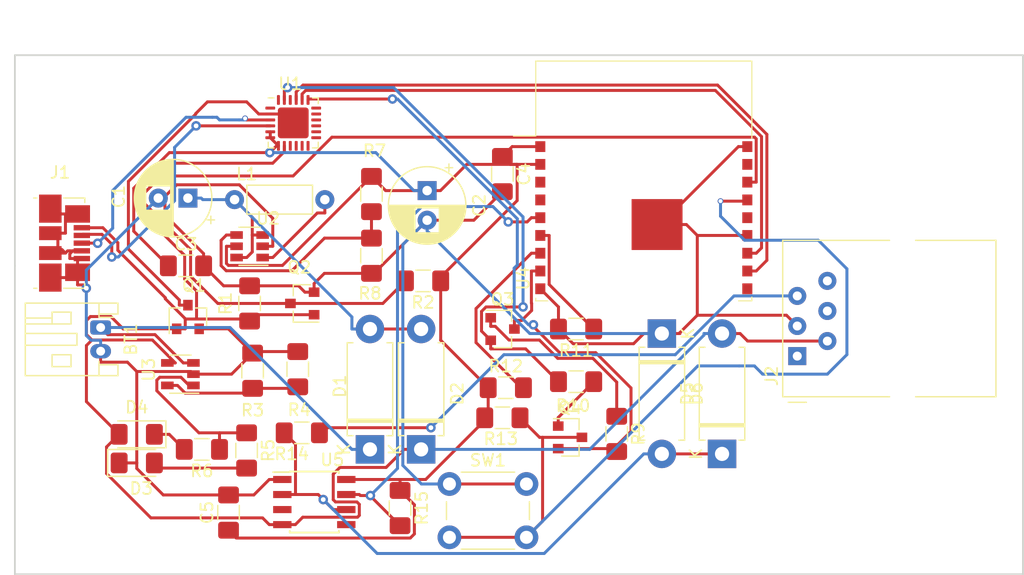
<source format=kicad_pcb>
(kicad_pcb (version 20171130) (host pcbnew "(5.0.2)-1")

  (general
    (thickness 1.6)
    (drawings 5)
    (tracks 454)
    (zones 0)
    (modules 40)
    (nets 52)
  )

  (page A4)
  (layers
    (0 F.Cu signal)
    (31 B.Cu signal)
    (32 B.Adhes user)
    (33 F.Adhes user)
    (34 B.Paste user)
    (35 F.Paste user)
    (36 B.SilkS user)
    (37 F.SilkS user)
    (38 B.Mask user)
    (39 F.Mask user)
    (40 Dwgs.User user)
    (41 Cmts.User user)
    (42 Eco1.User user)
    (43 Eco2.User user)
    (44 Edge.Cuts user)
    (45 Margin user)
    (46 B.CrtYd user)
    (47 F.CrtYd user)
    (48 B.Fab user)
    (49 F.Fab user)
  )

  (setup
    (last_trace_width 0.25)
    (user_trace_width 0.1524)
    (user_trace_width 0.254)
    (user_trace_width 0.381)
    (user_trace_width 0.508)
    (user_trace_width 0.8128)
    (trace_clearance 0.2)
    (zone_clearance 0.508)
    (zone_45_only no)
    (trace_min 0.1)
    (segment_width 0.2)
    (edge_width 0.15)
    (via_size 0.8)
    (via_drill 0.4)
    (via_min_size 0.4)
    (via_min_drill 0.2)
    (user_via 0.4826 0.3302)
    (user_via 0.5 0.4)
    (user_via 1.905 0.254)
    (uvia_size 0.3)
    (uvia_drill 0.1)
    (uvias_allowed no)
    (uvia_min_size 0.2)
    (uvia_min_drill 0.1)
    (pcb_text_width 0.3)
    (pcb_text_size 1.5 1.5)
    (mod_edge_width 0.15)
    (mod_text_size 1 1)
    (mod_text_width 0.15)
    (pad_size 1.524 1.524)
    (pad_drill 0.762)
    (pad_to_mask_clearance 0.051)
    (solder_mask_min_width 0.25)
    (aux_axis_origin 0 0)
    (visible_elements 7FFFFFFF)
    (pcbplotparams
      (layerselection 0x010f0_ffffffff)
      (usegerberextensions true)
      (usegerberattributes false)
      (usegerberadvancedattributes false)
      (creategerberjobfile false)
      (excludeedgelayer true)
      (linewidth 0.100000)
      (plotframeref false)
      (viasonmask false)
      (mode 1)
      (useauxorigin false)
      (hpglpennumber 1)
      (hpglpenspeed 20)
      (hpglpendiameter 15.000000)
      (psnegative false)
      (psa4output false)
      (plotreference true)
      (plotvalue true)
      (plotinvisibletext false)
      (padsonsilk false)
      (subtractmaskfromsilk false)
      (outputformat 1)
      (mirror false)
      (drillshape 0)
      (scaleselection 1)
      (outputdirectory "Output/"))
  )

  (net 0 "")
  (net 1 "Net-(R5-Pad1)")
  (net 2 "Net-(D3-Pad2)")
  (net 3 GND)
  (net 4 "Net-(R11-Pad1)")
  (net 5 "Net-(R3-Pad1)")
  (net 6 +3V3)
  (net 7 Vadap)
  (net 8 VBUS)
  (net 9 "Net-(D4-Pad1)")
  (net 10 "Net-(R7-Pad2)")
  (net 11 "Net-(Q3-Pad1)")
  (net 12 RTS)
  (net 13 DTR)
  (net 14 "Net-(Q4-Pad1)")
  (net 15 "Net-(R12-Pad2)")
  (net 16 RESET)
  (net 17 "Net-(D5-Pad1)")
  (net 18 "Net-(J2-Pad5)")
  (net 19 EMON_RX)
  (net 20 "Net-(U4-Pad17)")
  (net 21 "Net-(U4-Pad14)")
  (net 22 PROG_TX0)
  (net 23 PROG_RX0)
  (net 24 "Net-(U4-Pad10)")
  (net 25 GPIO_0)
  (net 26 "Net-(U4-Pad4)")
  (net 27 "Net-(U4-Pad3)")
  (net 28 "Net-(L1-Pad2)")
  (net 29 "Net-(C1-Pad1)")
  (net 30 +BATT)
  (net 31 "Net-(Q1-Pad3)")
  (net 32 "Net-(U5-Pad3)")
  (net 33 "Net-(U5-Pad5)")
  (net 34 "Net-(U1-Pad1)")
  (net 35 D_PLUS)
  (net 36 D_NEG)
  (net 37 "Net-(U1-Pad9)")
  (net 38 "Net-(U1-Pad10)")
  (net 39 "Net-(U1-Pad11)")
  (net 40 "Net-(U1-Pad12)")
  (net 41 "Net-(U1-Pad13)")
  (net 42 "Net-(U1-Pad14)")
  (net 43 "Net-(U1-Pad15)")
  (net 44 "Net-(U1-Pad16)")
  (net 45 "Net-(U1-Pad17)")
  (net 46 "Net-(U1-Pad18)")
  (net 47 "Net-(U1-Pad22)")
  (net 48 "Net-(U1-Pad24)")
  (net 49 "Net-(J2-Pad6)")
  (net 50 "Net-(J2-Pad4)")
  (net 51 "Net-(J2-Pad1)")

  (net_class Default "This is the default net class."
    (clearance 0.2)
    (trace_width 0.25)
    (via_dia 0.8)
    (via_drill 0.4)
    (uvia_dia 0.3)
    (uvia_drill 0.1)
    (add_net +3V3)
    (add_net +BATT)
    (add_net DTR)
    (add_net D_NEG)
    (add_net D_PLUS)
    (add_net EMON_RX)
    (add_net GND)
    (add_net GPIO_0)
    (add_net "Net-(C1-Pad1)")
    (add_net "Net-(D3-Pad2)")
    (add_net "Net-(D4-Pad1)")
    (add_net "Net-(D5-Pad1)")
    (add_net "Net-(J2-Pad1)")
    (add_net "Net-(J2-Pad4)")
    (add_net "Net-(J2-Pad5)")
    (add_net "Net-(J2-Pad6)")
    (add_net "Net-(L1-Pad2)")
    (add_net "Net-(Q1-Pad3)")
    (add_net "Net-(Q3-Pad1)")
    (add_net "Net-(Q4-Pad1)")
    (add_net "Net-(R11-Pad1)")
    (add_net "Net-(R12-Pad2)")
    (add_net "Net-(R3-Pad1)")
    (add_net "Net-(R5-Pad1)")
    (add_net "Net-(R7-Pad2)")
    (add_net "Net-(U1-Pad1)")
    (add_net "Net-(U1-Pad10)")
    (add_net "Net-(U1-Pad11)")
    (add_net "Net-(U1-Pad12)")
    (add_net "Net-(U1-Pad13)")
    (add_net "Net-(U1-Pad14)")
    (add_net "Net-(U1-Pad15)")
    (add_net "Net-(U1-Pad16)")
    (add_net "Net-(U1-Pad17)")
    (add_net "Net-(U1-Pad18)")
    (add_net "Net-(U1-Pad22)")
    (add_net "Net-(U1-Pad24)")
    (add_net "Net-(U1-Pad9)")
    (add_net "Net-(U4-Pad10)")
    (add_net "Net-(U4-Pad14)")
    (add_net "Net-(U4-Pad17)")
    (add_net "Net-(U4-Pad3)")
    (add_net "Net-(U4-Pad4)")
    (add_net "Net-(U5-Pad3)")
    (add_net "Net-(U5-Pad5)")
    (add_net PROG_RX0)
    (add_net PROG_TX0)
    (add_net RESET)
    (add_net RTS)
    (add_net VBUS)
    (add_net Vadap)
  )

  (module RF_Module:ESP-WROOM-02 (layer F.Cu) (tedit 5B5B45D7) (tstamp 5CB12430)
    (at 115.316 96.266)
    (descr http://espressif.com/sites/default/files/documentation/0c-esp-wroom-02_datasheet_en.pdf)
    (tags "ESP WROOM-02 espressif esp8266ex")
    (path /5CD532C4)
    (attr smd)
    (fp_text reference U4 (at -10.17 5.13 90) (layer F.SilkS)
      (effects (font (size 1 1) (thickness 0.15)))
    )
    (fp_text value ESP-WROOM-02 (at 0 8.33) (layer F.Fab)
      (effects (font (size 1 1) (thickness 0.15)))
    )
    (fp_line (start -9.12 -6.9) (end -11 -6.9) (layer F.SilkS) (width 0.1))
    (fp_line (start -9.12 -13.22) (end -9.12 -6.9) (layer F.SilkS) (width 0.1))
    (fp_line (start 9.12 -13.22) (end 9.12 -6.7) (layer F.SilkS) (width 0.1))
    (fp_line (start -9.12 -13.22) (end 9.12 -13.22) (layer F.SilkS) (width 0.1))
    (fp_line (start 8 7.02) (end 9.12 7.02) (layer F.SilkS) (width 0.1))
    (fp_line (start 9.12 6.7) (end 9.12 7) (layer F.SilkS) (width 0.1))
    (fp_line (start -9.12 7.02) (end -8.1 7.02) (layer F.SilkS) (width 0.1))
    (fp_line (start -9.12 6.8) (end -9.12 7.02) (layer F.SilkS) (width 0.1))
    (fp_line (start 8.3 -17.9) (end 8.1 -17.7) (layer Cmts.User) (width 0.1))
    (fp_line (start 8.3 -13.3) (end 8.3 -17.9) (layer Cmts.User) (width 0.1))
    (fp_line (start 8.3 -17.9) (end 8.5 -17.7) (layer Cmts.User) (width 0.1))
    (fp_line (start 8.3 -13.3) (end 8.5 -13.5) (layer Cmts.User) (width 0.1))
    (fp_line (start 8.3 -13.3) (end 8.1 -13.5) (layer Cmts.User) (width 0.1))
    (fp_line (start -9.2 -10.7) (end -9.4 -10.9) (layer Cmts.User) (width 0.1))
    (fp_line (start -13.8 -10.7) (end -9.2 -10.7) (layer Cmts.User) (width 0.1))
    (fp_line (start -9.2 -10.7) (end -9.4 -10.5) (layer Cmts.User) (width 0.1))
    (fp_line (start -13.8 -10.7) (end -13.6 -10.5) (layer Cmts.User) (width 0.1))
    (fp_line (start -13.8 -10.7) (end -13.6 -10.9) (layer Cmts.User) (width 0.1))
    (fp_line (start 9.2 -10.7) (end 9.4 -10.5) (layer Cmts.User) (width 0.1))
    (fp_line (start 9.2 -10.7) (end 9.4 -10.9) (layer Cmts.User) (width 0.1))
    (fp_line (start 13.8 -10.7) (end 13.6 -10.5) (layer Cmts.User) (width 0.1))
    (fp_line (start 13.8 -10.7) (end 13.6 -10.9) (layer Cmts.User) (width 0.1))
    (fp_line (start 9.2 -10.7) (end 13.8 -10.7) (layer Cmts.User) (width 0.1))
    (fp_line (start 14 -8.41) (end 12 -6.795) (layer Dwgs.User) (width 0.1))
    (fp_line (start 14 -10.025) (end 10 -6.795) (layer Dwgs.User) (width 0.1))
    (fp_line (start 14 -11.64) (end 8 -6.795) (layer Dwgs.User) (width 0.1))
    (fp_line (start 14 -13.255) (end 6 -6.795) (layer Dwgs.User) (width 0.1))
    (fp_line (start 14 -14.87) (end 4 -6.795) (layer Dwgs.User) (width 0.1))
    (fp_line (start 14 -16.485) (end 2 -6.795) (layer Dwgs.User) (width 0.1))
    (fp_line (start 14 -18.1) (end 0 -6.795) (layer Dwgs.User) (width 0.1))
    (fp_line (start 12 -18.1) (end -2 -6.795) (layer Dwgs.User) (width 0.1))
    (fp_line (start 10 -18.1) (end -4 -6.795) (layer Dwgs.User) (width 0.1))
    (fp_line (start 8 -18.1) (end -6 -6.795) (layer Dwgs.User) (width 0.1))
    (fp_line (start -8 -6.795) (end 6 -18.1) (layer Dwgs.User) (width 0.1))
    (fp_line (start 4 -18.1) (end -10 -6.795) (layer Dwgs.User) (width 0.1))
    (fp_line (start 2 -18.1) (end -12 -6.795) (layer Dwgs.User) (width 0.1))
    (fp_line (start 0 -18.1) (end -14 -6.795) (layer Dwgs.User) (width 0.1))
    (fp_line (start -2 -18.1) (end -14 -8.41) (layer Dwgs.User) (width 0.1))
    (fp_line (start -4 -18.1) (end -14 -10.025) (layer Dwgs.User) (width 0.1))
    (fp_line (start -6 -18.1) (end -14 -11.64) (layer Dwgs.User) (width 0.1))
    (fp_line (start -8 -18.1) (end -14 -13.255) (layer Dwgs.User) (width 0.1))
    (fp_line (start -10 -18.1) (end -14 -14.87) (layer Dwgs.User) (width 0.1))
    (fp_line (start -12 -18.1) (end -14 -16.485) (layer Dwgs.User) (width 0.1))
    (fp_line (start 9.41 -6.55) (end 14.25 -6.55) (layer F.CrtYd) (width 0.05))
    (fp_line (start -14.25 -6.55) (end -9.41 -6.55) (layer F.CrtYd) (width 0.05))
    (fp_line (start 14.25 -18.35) (end 14.25 -6.55) (layer F.CrtYd) (width 0.05))
    (fp_line (start -14.25 -18.35) (end -14.25 -6.55) (layer F.CrtYd) (width 0.05))
    (fp_line (start 14 -18.1) (end -14 -18.1) (layer Dwgs.User) (width 0.1))
    (fp_line (start 14 -6.8) (end 14 -18.1) (layer Dwgs.User) (width 0.1))
    (fp_line (start -9 -13.1) (end 9 -13.1) (layer Dwgs.User) (width 0.1))
    (fp_line (start 9 -13.1) (end 9 -6.78) (layer Dwgs.User) (width 0.1))
    (fp_line (start 14 -6.8) (end -14 -6.8) (layer Dwgs.User) (width 0.1))
    (fp_line (start -9 -6.8) (end -9 -13.1) (layer Dwgs.User) (width 0.1))
    (fp_line (start -8.5 -7) (end -9 -6.5) (layer F.Fab) (width 0.1))
    (fp_line (start -9 -7.5) (end -8.5 -7) (layer F.Fab) (width 0.1))
    (fp_line (start -9 -6.5) (end -9 6.9) (layer F.Fab) (width 0.1))
    (fp_line (start -14.25 -18.35) (end 14.25 -18.35) (layer F.CrtYd) (width 0.05))
    (fp_line (start 9.41 -6.55) (end 9.41 7.15) (layer F.CrtYd) (width 0.05))
    (fp_line (start -9.41 7.15) (end 9.41 7.15) (layer F.CrtYd) (width 0.05))
    (fp_line (start -9.41 7.15) (end -9.41 -6.55) (layer F.CrtYd) (width 0.05))
    (fp_line (start -9 -13.1) (end 9 -13.1) (layer F.Fab) (width 0.1))
    (fp_line (start -9 -13.1) (end -9 -7.5) (layer F.Fab) (width 0.1))
    (fp_line (start -9 6.9) (end 9 6.9) (layer F.Fab) (width 0.1))
    (fp_line (start 9 6.9) (end 9 -13.1) (layer F.Fab) (width 0.1))
    (fp_line (start -14 -6.8) (end -14 -18.1) (layer Dwgs.User) (width 0.1))
    (fp_text user "5 mm" (at 7.8 -15.9 90) (layer Cmts.User)
      (effects (font (size 0.5 0.5) (thickness 0.1)))
    )
    (fp_text user "5 mm" (at -11.2 -11.2) (layer Cmts.User)
      (effects (font (size 0.5 0.5) (thickness 0.1)))
    )
    (fp_text user "5 mm" (at 11.8 -11.2) (layer Cmts.User)
      (effects (font (size 0.5 0.5) (thickness 0.1)))
    )
    (fp_text user Antenna (at 0 -10) (layer Cmts.User)
      (effects (font (size 1 1) (thickness 0.15)))
    )
    (fp_text user "KEEP-OUT ZONE" (at 0 -16) (layer Cmts.User)
      (effects (font (size 1 1) (thickness 0.15)))
    )
    (fp_text user %R (at 0 0) (layer F.Fab)
      (effects (font (size 1 1) (thickness 0.15)))
    )
    (pad 18 smd rect (at 8.7375 -6) (size 0.85 0.9125) (layers F.Cu F.Paste F.Mask)
      (net 3 GND))
    (pad 17 smd rect (at 8.7375 -4.5) (size 0.85 0.9125) (layers F.Cu F.Paste F.Mask)
      (net 20 "Net-(U4-Pad17)"))
    (pad 16 smd rect (at 8.7375 -3) (size 0.85 0.9125) (layers F.Cu F.Paste F.Mask)
      (net 7 Vadap))
    (pad 15 smd rect (at 8.7375 -1.5) (size 0.85 0.9125) (layers F.Cu F.Paste F.Mask)
      (net 16 RESET))
    (pad 14 smd rect (at 8.7375 0) (size 0.85 0.9125) (layers F.Cu F.Paste F.Mask)
      (net 21 "Net-(U4-Pad14)"))
    (pad 13 smd rect (at 8.7375 1.5) (size 0.85 0.9125) (layers F.Cu F.Paste F.Mask)
      (net 3 GND))
    (pad 12 smd rect (at 8.7375 3) (size 0.85 0.9125) (layers F.Cu F.Paste F.Mask)
      (net 22 PROG_TX0))
    (pad 11 smd rect (at 8.7375 4.5) (size 0.85 0.9125) (layers F.Cu F.Paste F.Mask)
      (net 23 PROG_RX0))
    (pad 10 smd rect (at 8.7375 6) (size 0.85 0.9125) (layers F.Cu F.Paste F.Mask)
      (net 24 "Net-(U4-Pad10)"))
    (pad 9 smd rect (at -8.7375 6) (size 0.85 0.9125) (layers F.Cu F.Paste F.Mask)
      (net 3 GND))
    (pad 8 smd rect (at -8.7375 4.5) (size 0.85 0.9125) (layers F.Cu F.Paste F.Mask)
      (net 25 GPIO_0))
    (pad 7 smd rect (at -8.7375 3) (size 0.85 0.9125) (layers F.Cu F.Paste F.Mask)
      (net 15 "Net-(R12-Pad2)"))
    (pad 6 smd rect (at -8.7375 1.5) (size 0.85 0.9125) (layers F.Cu F.Paste F.Mask)
      (net 4 "Net-(R11-Pad1)"))
    (pad 5 smd rect (at -8.7375 0) (size 0.85 0.9125) (layers F.Cu F.Paste F.Mask)
      (net 19 EMON_RX))
    (pad 4 smd rect (at -8.7375 -1.5) (size 0.85 0.9125) (layers F.Cu F.Paste F.Mask)
      (net 26 "Net-(U4-Pad4)"))
    (pad 3 smd rect (at -8.7375 -3) (size 0.85 0.9125) (layers F.Cu F.Paste F.Mask)
      (net 27 "Net-(U4-Pad3)"))
    (pad 2 smd rect (at -8.7375 -4.5) (size 0.85 0.9125) (layers F.Cu F.Paste F.Mask)
      (net 6 +3V3))
    (pad 1 smd rect (at -8.7375 -6) (size 0.85 0.9125) (layers F.Cu F.Paste F.Mask)
      (net 6 +3V3))
    (pad 19 smd rect (at 1.12 0.58) (size 4.3 4.3) (layers F.Cu F.Paste F.Mask)
      (net 3 GND))
    (model ${KISYS3DMOD}/RF_Module.3dshapes/ESP-WROOM-02.wrl
      (at (xyz 0 0 0))
      (scale (xyz 1 1 1))
      (rotate (xyz 0 0 0))
    )
  )

  (module Button_Switch_THT:SW_PUSH_6mm (layer F.Cu) (tedit 5A02FE31) (tstamp 5CB127A0)
    (at 98.91 118.745)
    (descr https://www.omron.com/ecb/products/pdf/en-b3f.pdf)
    (tags "tact sw push 6mm")
    (path /5CE53474)
    (fp_text reference SW1 (at 3.25 -2) (layer F.SilkS)
      (effects (font (size 1 1) (thickness 0.15)))
    )
    (fp_text value SW_Push (at 3.75 6.7) (layer F.Fab)
      (effects (font (size 1 1) (thickness 0.15)))
    )
    (fp_text user %R (at 3.25 2.25) (layer F.Fab)
      (effects (font (size 1 1) (thickness 0.15)))
    )
    (fp_line (start 3.25 -0.75) (end 6.25 -0.75) (layer F.Fab) (width 0.1))
    (fp_line (start 6.25 -0.75) (end 6.25 5.25) (layer F.Fab) (width 0.1))
    (fp_line (start 6.25 5.25) (end 0.25 5.25) (layer F.Fab) (width 0.1))
    (fp_line (start 0.25 5.25) (end 0.25 -0.75) (layer F.Fab) (width 0.1))
    (fp_line (start 0.25 -0.75) (end 3.25 -0.75) (layer F.Fab) (width 0.1))
    (fp_line (start 7.75 6) (end 8 6) (layer F.CrtYd) (width 0.05))
    (fp_line (start 8 6) (end 8 5.75) (layer F.CrtYd) (width 0.05))
    (fp_line (start 7.75 -1.5) (end 8 -1.5) (layer F.CrtYd) (width 0.05))
    (fp_line (start 8 -1.5) (end 8 -1.25) (layer F.CrtYd) (width 0.05))
    (fp_line (start -1.5 -1.25) (end -1.5 -1.5) (layer F.CrtYd) (width 0.05))
    (fp_line (start -1.5 -1.5) (end -1.25 -1.5) (layer F.CrtYd) (width 0.05))
    (fp_line (start -1.5 5.75) (end -1.5 6) (layer F.CrtYd) (width 0.05))
    (fp_line (start -1.5 6) (end -1.25 6) (layer F.CrtYd) (width 0.05))
    (fp_line (start -1.25 -1.5) (end 7.75 -1.5) (layer F.CrtYd) (width 0.05))
    (fp_line (start -1.5 5.75) (end -1.5 -1.25) (layer F.CrtYd) (width 0.05))
    (fp_line (start 7.75 6) (end -1.25 6) (layer F.CrtYd) (width 0.05))
    (fp_line (start 8 -1.25) (end 8 5.75) (layer F.CrtYd) (width 0.05))
    (fp_line (start 1 5.5) (end 5.5 5.5) (layer F.SilkS) (width 0.12))
    (fp_line (start -0.25 1.5) (end -0.25 3) (layer F.SilkS) (width 0.12))
    (fp_line (start 5.5 -1) (end 1 -1) (layer F.SilkS) (width 0.12))
    (fp_line (start 6.75 3) (end 6.75 1.5) (layer F.SilkS) (width 0.12))
    (fp_circle (center 3.25 2.25) (end 1.25 2.5) (layer F.Fab) (width 0.1))
    (pad 2 thru_hole circle (at 0 4.5 90) (size 2 2) (drill 1.1) (layers *.Cu *.Mask)
      (net 16 RESET))
    (pad 1 thru_hole circle (at 0 0 90) (size 2 2) (drill 1.1) (layers *.Cu *.Mask)
      (net 3 GND))
    (pad 2 thru_hole circle (at 6.5 4.5 90) (size 2 2) (drill 1.1) (layers *.Cu *.Mask)
      (net 16 RESET))
    (pad 1 thru_hole circle (at 6.5 0 90) (size 2 2) (drill 1.1) (layers *.Cu *.Mask)
      (net 3 GND))
    (model ${KISYS3DMOD}/Button_Switch_THT.3dshapes/SW_PUSH_6mm.wrl
      (at (xyz 0 0 0))
      (scale (xyz 1 1 1))
      (rotate (xyz 0 0 0))
    )
  )

  (module Capacitor_SMD:C_1206_3216Metric_Pad1.42x1.75mm_HandSolder (layer F.Cu) (tedit 5B301BBE) (tstamp 5CB12781)
    (at 76.6715 100.33)
    (descr "Capacitor SMD 1206 (3216 Metric), square (rectangular) end terminal, IPC_7351 nominal with elongated pad for handsoldering. (Body size source: http://www.tortai-tech.com/upload/download/2011102023233369053.pdf), generated with kicad-footprint-generator")
    (tags "capacitor handsolder")
    (path /5CD3DF9B)
    (attr smd)
    (fp_text reference C3 (at 0 -1.82) (layer F.SilkS)
      (effects (font (size 1 1) (thickness 0.15)))
    )
    (fp_text value 100nF (at 0 1.82) (layer F.Fab)
      (effects (font (size 1 1) (thickness 0.15)))
    )
    (fp_line (start -1.6 0.8) (end -1.6 -0.8) (layer F.Fab) (width 0.1))
    (fp_line (start -1.6 -0.8) (end 1.6 -0.8) (layer F.Fab) (width 0.1))
    (fp_line (start 1.6 -0.8) (end 1.6 0.8) (layer F.Fab) (width 0.1))
    (fp_line (start 1.6 0.8) (end -1.6 0.8) (layer F.Fab) (width 0.1))
    (fp_line (start -0.602064 -0.91) (end 0.602064 -0.91) (layer F.SilkS) (width 0.12))
    (fp_line (start -0.602064 0.91) (end 0.602064 0.91) (layer F.SilkS) (width 0.12))
    (fp_line (start -2.45 1.12) (end -2.45 -1.12) (layer F.CrtYd) (width 0.05))
    (fp_line (start -2.45 -1.12) (end 2.45 -1.12) (layer F.CrtYd) (width 0.05))
    (fp_line (start 2.45 -1.12) (end 2.45 1.12) (layer F.CrtYd) (width 0.05))
    (fp_line (start 2.45 1.12) (end -2.45 1.12) (layer F.CrtYd) (width 0.05))
    (fp_text user %R (at 0 0) (layer F.Fab)
      (effects (font (size 0.8 0.8) (thickness 0.12)))
    )
    (pad 1 smd roundrect (at -1.4875 0) (size 1.425 1.75) (layers F.Cu F.Paste F.Mask) (roundrect_rratio 0.175439)
      (net 6 +3V3))
    (pad 2 smd roundrect (at 1.4875 0) (size 1.425 1.75) (layers F.Cu F.Paste F.Mask) (roundrect_rratio 0.175439)
      (net 3 GND))
    (model ${KISYS3DMOD}/Capacitor_SMD.3dshapes/C_1206_3216Metric.wrl
      (at (xyz 0 0 0))
      (scale (xyz 1 1 1))
      (rotate (xyz 0 0 0))
    )
  )

  (module Capacitor_SMD:C_1206_3216Metric_Pad1.42x1.75mm_HandSolder (layer F.Cu) (tedit 5B301BBE) (tstamp 5CB12770)
    (at 80.264 121.158 90)
    (descr "Capacitor SMD 1206 (3216 Metric), square (rectangular) end terminal, IPC_7351 nominal with elongated pad for handsoldering. (Body size source: http://www.tortai-tech.com/upload/download/2011102023233369053.pdf), generated with kicad-footprint-generator")
    (tags "capacitor handsolder")
    (path /5CFC7216)
    (attr smd)
    (fp_text reference C5 (at 0 -1.82 90) (layer F.SilkS)
      (effects (font (size 1 1) (thickness 0.15)))
    )
    (fp_text value 100nF (at 0 1.82 90) (layer F.Fab)
      (effects (font (size 1 1) (thickness 0.15)))
    )
    (fp_text user %R (at 0 0 90) (layer F.Fab)
      (effects (font (size 0.8 0.8) (thickness 0.12)))
    )
    (fp_line (start 2.45 1.12) (end -2.45 1.12) (layer F.CrtYd) (width 0.05))
    (fp_line (start 2.45 -1.12) (end 2.45 1.12) (layer F.CrtYd) (width 0.05))
    (fp_line (start -2.45 -1.12) (end 2.45 -1.12) (layer F.CrtYd) (width 0.05))
    (fp_line (start -2.45 1.12) (end -2.45 -1.12) (layer F.CrtYd) (width 0.05))
    (fp_line (start -0.602064 0.91) (end 0.602064 0.91) (layer F.SilkS) (width 0.12))
    (fp_line (start -0.602064 -0.91) (end 0.602064 -0.91) (layer F.SilkS) (width 0.12))
    (fp_line (start 1.6 0.8) (end -1.6 0.8) (layer F.Fab) (width 0.1))
    (fp_line (start 1.6 -0.8) (end 1.6 0.8) (layer F.Fab) (width 0.1))
    (fp_line (start -1.6 -0.8) (end 1.6 -0.8) (layer F.Fab) (width 0.1))
    (fp_line (start -1.6 0.8) (end -1.6 -0.8) (layer F.Fab) (width 0.1))
    (pad 2 smd roundrect (at 1.4875 0 90) (size 1.425 1.75) (layers F.Cu F.Paste F.Mask) (roundrect_rratio 0.175439)
      (net 3 GND))
    (pad 1 smd roundrect (at -1.4875 0 90) (size 1.425 1.75) (layers F.Cu F.Paste F.Mask) (roundrect_rratio 0.175439)
      (net 6 +3V3))
    (model ${KISYS3DMOD}/Capacitor_SMD.3dshapes/C_1206_3216Metric.wrl
      (at (xyz 0 0 0))
      (scale (xyz 1 1 1))
      (rotate (xyz 0 0 0))
    )
  )

  (module Capacitor_SMD:C_1206_3216Metric_Pad1.42x1.75mm_HandSolder (layer F.Cu) (tedit 5B301BBE) (tstamp 5CB1275F)
    (at 103.378 92.583 270)
    (descr "Capacitor SMD 1206 (3216 Metric), square (rectangular) end terminal, IPC_7351 nominal with elongated pad for handsoldering. (Body size source: http://www.tortai-tech.com/upload/download/2011102023233369053.pdf), generated with kicad-footprint-generator")
    (tags "capacitor handsolder")
    (path /5CD6B14C)
    (attr smd)
    (fp_text reference C4 (at 0 -1.82 270) (layer F.SilkS)
      (effects (font (size 1 1) (thickness 0.15)))
    )
    (fp_text value 100nF (at 0 1.82 270) (layer F.Fab)
      (effects (font (size 1 1) (thickness 0.15)))
    )
    (fp_line (start -1.6 0.8) (end -1.6 -0.8) (layer F.Fab) (width 0.1))
    (fp_line (start -1.6 -0.8) (end 1.6 -0.8) (layer F.Fab) (width 0.1))
    (fp_line (start 1.6 -0.8) (end 1.6 0.8) (layer F.Fab) (width 0.1))
    (fp_line (start 1.6 0.8) (end -1.6 0.8) (layer F.Fab) (width 0.1))
    (fp_line (start -0.602064 -0.91) (end 0.602064 -0.91) (layer F.SilkS) (width 0.12))
    (fp_line (start -0.602064 0.91) (end 0.602064 0.91) (layer F.SilkS) (width 0.12))
    (fp_line (start -2.45 1.12) (end -2.45 -1.12) (layer F.CrtYd) (width 0.05))
    (fp_line (start -2.45 -1.12) (end 2.45 -1.12) (layer F.CrtYd) (width 0.05))
    (fp_line (start 2.45 -1.12) (end 2.45 1.12) (layer F.CrtYd) (width 0.05))
    (fp_line (start 2.45 1.12) (end -2.45 1.12) (layer F.CrtYd) (width 0.05))
    (fp_text user %R (at 0 0 270) (layer F.Fab)
      (effects (font (size 0.8 0.8) (thickness 0.12)))
    )
    (pad 1 smd roundrect (at -1.4875 0 270) (size 1.425 1.75) (layers F.Cu F.Paste F.Mask) (roundrect_rratio 0.175439)
      (net 6 +3V3))
    (pad 2 smd roundrect (at 1.4875 0 270) (size 1.425 1.75) (layers F.Cu F.Paste F.Mask) (roundrect_rratio 0.175439)
      (net 3 GND))
    (model ${KISYS3DMOD}/Capacitor_SMD.3dshapes/C_1206_3216Metric.wrl
      (at (xyz 0 0 0))
      (scale (xyz 1 1 1))
      (rotate (xyz 0 0 0))
    )
  )

  (module Capacitor_THT:CP_Radial_D6.3mm_P2.50mm (layer F.Cu) (tedit 5AE50EF0) (tstamp 5CB1274E)
    (at 76.835 94.615 180)
    (descr "CP, Radial series, Radial, pin pitch=2.50mm, , diameter=6.3mm, Electrolytic Capacitor")
    (tags "CP Radial series Radial pin pitch 2.50mm  diameter 6.3mm Electrolytic Capacitor")
    (path /5CADC645)
    (fp_text reference C1 (at 5.842 0.127 270) (layer F.SilkS)
      (effects (font (size 1 1) (thickness 0.15)))
    )
    (fp_text value 4.7uF (at 1.25 4.4 180) (layer F.Fab)
      (effects (font (size 1 1) (thickness 0.15)))
    )
    (fp_text user %R (at 1.25 0 180) (layer F.Fab)
      (effects (font (size 1 1) (thickness 0.15)))
    )
    (fp_line (start -1.935241 -2.154) (end -1.935241 -1.524) (layer F.SilkS) (width 0.12))
    (fp_line (start -2.250241 -1.839) (end -1.620241 -1.839) (layer F.SilkS) (width 0.12))
    (fp_line (start 4.491 -0.402) (end 4.491 0.402) (layer F.SilkS) (width 0.12))
    (fp_line (start 4.451 -0.633) (end 4.451 0.633) (layer F.SilkS) (width 0.12))
    (fp_line (start 4.411 -0.802) (end 4.411 0.802) (layer F.SilkS) (width 0.12))
    (fp_line (start 4.371 -0.94) (end 4.371 0.94) (layer F.SilkS) (width 0.12))
    (fp_line (start 4.331 -1.059) (end 4.331 1.059) (layer F.SilkS) (width 0.12))
    (fp_line (start 4.291 -1.165) (end 4.291 1.165) (layer F.SilkS) (width 0.12))
    (fp_line (start 4.251 -1.262) (end 4.251 1.262) (layer F.SilkS) (width 0.12))
    (fp_line (start 4.211 -1.35) (end 4.211 1.35) (layer F.SilkS) (width 0.12))
    (fp_line (start 4.171 -1.432) (end 4.171 1.432) (layer F.SilkS) (width 0.12))
    (fp_line (start 4.131 -1.509) (end 4.131 1.509) (layer F.SilkS) (width 0.12))
    (fp_line (start 4.091 -1.581) (end 4.091 1.581) (layer F.SilkS) (width 0.12))
    (fp_line (start 4.051 -1.65) (end 4.051 1.65) (layer F.SilkS) (width 0.12))
    (fp_line (start 4.011 -1.714) (end 4.011 1.714) (layer F.SilkS) (width 0.12))
    (fp_line (start 3.971 -1.776) (end 3.971 1.776) (layer F.SilkS) (width 0.12))
    (fp_line (start 3.931 -1.834) (end 3.931 1.834) (layer F.SilkS) (width 0.12))
    (fp_line (start 3.891 -1.89) (end 3.891 1.89) (layer F.SilkS) (width 0.12))
    (fp_line (start 3.851 -1.944) (end 3.851 1.944) (layer F.SilkS) (width 0.12))
    (fp_line (start 3.811 -1.995) (end 3.811 1.995) (layer F.SilkS) (width 0.12))
    (fp_line (start 3.771 -2.044) (end 3.771 2.044) (layer F.SilkS) (width 0.12))
    (fp_line (start 3.731 -2.092) (end 3.731 2.092) (layer F.SilkS) (width 0.12))
    (fp_line (start 3.691 -2.137) (end 3.691 2.137) (layer F.SilkS) (width 0.12))
    (fp_line (start 3.651 -2.182) (end 3.651 2.182) (layer F.SilkS) (width 0.12))
    (fp_line (start 3.611 -2.224) (end 3.611 2.224) (layer F.SilkS) (width 0.12))
    (fp_line (start 3.571 -2.265) (end 3.571 2.265) (layer F.SilkS) (width 0.12))
    (fp_line (start 3.531 1.04) (end 3.531 2.305) (layer F.SilkS) (width 0.12))
    (fp_line (start 3.531 -2.305) (end 3.531 -1.04) (layer F.SilkS) (width 0.12))
    (fp_line (start 3.491 1.04) (end 3.491 2.343) (layer F.SilkS) (width 0.12))
    (fp_line (start 3.491 -2.343) (end 3.491 -1.04) (layer F.SilkS) (width 0.12))
    (fp_line (start 3.451 1.04) (end 3.451 2.38) (layer F.SilkS) (width 0.12))
    (fp_line (start 3.451 -2.38) (end 3.451 -1.04) (layer F.SilkS) (width 0.12))
    (fp_line (start 3.411 1.04) (end 3.411 2.416) (layer F.SilkS) (width 0.12))
    (fp_line (start 3.411 -2.416) (end 3.411 -1.04) (layer F.SilkS) (width 0.12))
    (fp_line (start 3.371 1.04) (end 3.371 2.45) (layer F.SilkS) (width 0.12))
    (fp_line (start 3.371 -2.45) (end 3.371 -1.04) (layer F.SilkS) (width 0.12))
    (fp_line (start 3.331 1.04) (end 3.331 2.484) (layer F.SilkS) (width 0.12))
    (fp_line (start 3.331 -2.484) (end 3.331 -1.04) (layer F.SilkS) (width 0.12))
    (fp_line (start 3.291 1.04) (end 3.291 2.516) (layer F.SilkS) (width 0.12))
    (fp_line (start 3.291 -2.516) (end 3.291 -1.04) (layer F.SilkS) (width 0.12))
    (fp_line (start 3.251 1.04) (end 3.251 2.548) (layer F.SilkS) (width 0.12))
    (fp_line (start 3.251 -2.548) (end 3.251 -1.04) (layer F.SilkS) (width 0.12))
    (fp_line (start 3.211 1.04) (end 3.211 2.578) (layer F.SilkS) (width 0.12))
    (fp_line (start 3.211 -2.578) (end 3.211 -1.04) (layer F.SilkS) (width 0.12))
    (fp_line (start 3.171 1.04) (end 3.171 2.607) (layer F.SilkS) (width 0.12))
    (fp_line (start 3.171 -2.607) (end 3.171 -1.04) (layer F.SilkS) (width 0.12))
    (fp_line (start 3.131 1.04) (end 3.131 2.636) (layer F.SilkS) (width 0.12))
    (fp_line (start 3.131 -2.636) (end 3.131 -1.04) (layer F.SilkS) (width 0.12))
    (fp_line (start 3.091 1.04) (end 3.091 2.664) (layer F.SilkS) (width 0.12))
    (fp_line (start 3.091 -2.664) (end 3.091 -1.04) (layer F.SilkS) (width 0.12))
    (fp_line (start 3.051 1.04) (end 3.051 2.69) (layer F.SilkS) (width 0.12))
    (fp_line (start 3.051 -2.69) (end 3.051 -1.04) (layer F.SilkS) (width 0.12))
    (fp_line (start 3.011 1.04) (end 3.011 2.716) (layer F.SilkS) (width 0.12))
    (fp_line (start 3.011 -2.716) (end 3.011 -1.04) (layer F.SilkS) (width 0.12))
    (fp_line (start 2.971 1.04) (end 2.971 2.742) (layer F.SilkS) (width 0.12))
    (fp_line (start 2.971 -2.742) (end 2.971 -1.04) (layer F.SilkS) (width 0.12))
    (fp_line (start 2.931 1.04) (end 2.931 2.766) (layer F.SilkS) (width 0.12))
    (fp_line (start 2.931 -2.766) (end 2.931 -1.04) (layer F.SilkS) (width 0.12))
    (fp_line (start 2.891 1.04) (end 2.891 2.79) (layer F.SilkS) (width 0.12))
    (fp_line (start 2.891 -2.79) (end 2.891 -1.04) (layer F.SilkS) (width 0.12))
    (fp_line (start 2.851 1.04) (end 2.851 2.812) (layer F.SilkS) (width 0.12))
    (fp_line (start 2.851 -2.812) (end 2.851 -1.04) (layer F.SilkS) (width 0.12))
    (fp_line (start 2.811 1.04) (end 2.811 2.834) (layer F.SilkS) (width 0.12))
    (fp_line (start 2.811 -2.834) (end 2.811 -1.04) (layer F.SilkS) (width 0.12))
    (fp_line (start 2.771 1.04) (end 2.771 2.856) (layer F.SilkS) (width 0.12))
    (fp_line (start 2.771 -2.856) (end 2.771 -1.04) (layer F.SilkS) (width 0.12))
    (fp_line (start 2.731 1.04) (end 2.731 2.876) (layer F.SilkS) (width 0.12))
    (fp_line (start 2.731 -2.876) (end 2.731 -1.04) (layer F.SilkS) (width 0.12))
    (fp_line (start 2.691 1.04) (end 2.691 2.896) (layer F.SilkS) (width 0.12))
    (fp_line (start 2.691 -2.896) (end 2.691 -1.04) (layer F.SilkS) (width 0.12))
    (fp_line (start 2.651 1.04) (end 2.651 2.916) (layer F.SilkS) (width 0.12))
    (fp_line (start 2.651 -2.916) (end 2.651 -1.04) (layer F.SilkS) (width 0.12))
    (fp_line (start 2.611 1.04) (end 2.611 2.934) (layer F.SilkS) (width 0.12))
    (fp_line (start 2.611 -2.934) (end 2.611 -1.04) (layer F.SilkS) (width 0.12))
    (fp_line (start 2.571 1.04) (end 2.571 2.952) (layer F.SilkS) (width 0.12))
    (fp_line (start 2.571 -2.952) (end 2.571 -1.04) (layer F.SilkS) (width 0.12))
    (fp_line (start 2.531 1.04) (end 2.531 2.97) (layer F.SilkS) (width 0.12))
    (fp_line (start 2.531 -2.97) (end 2.531 -1.04) (layer F.SilkS) (width 0.12))
    (fp_line (start 2.491 1.04) (end 2.491 2.986) (layer F.SilkS) (width 0.12))
    (fp_line (start 2.491 -2.986) (end 2.491 -1.04) (layer F.SilkS) (width 0.12))
    (fp_line (start 2.451 1.04) (end 2.451 3.002) (layer F.SilkS) (width 0.12))
    (fp_line (start 2.451 -3.002) (end 2.451 -1.04) (layer F.SilkS) (width 0.12))
    (fp_line (start 2.411 1.04) (end 2.411 3.018) (layer F.SilkS) (width 0.12))
    (fp_line (start 2.411 -3.018) (end 2.411 -1.04) (layer F.SilkS) (width 0.12))
    (fp_line (start 2.371 1.04) (end 2.371 3.033) (layer F.SilkS) (width 0.12))
    (fp_line (start 2.371 -3.033) (end 2.371 -1.04) (layer F.SilkS) (width 0.12))
    (fp_line (start 2.331 1.04) (end 2.331 3.047) (layer F.SilkS) (width 0.12))
    (fp_line (start 2.331 -3.047) (end 2.331 -1.04) (layer F.SilkS) (width 0.12))
    (fp_line (start 2.291 1.04) (end 2.291 3.061) (layer F.SilkS) (width 0.12))
    (fp_line (start 2.291 -3.061) (end 2.291 -1.04) (layer F.SilkS) (width 0.12))
    (fp_line (start 2.251 1.04) (end 2.251 3.074) (layer F.SilkS) (width 0.12))
    (fp_line (start 2.251 -3.074) (end 2.251 -1.04) (layer F.SilkS) (width 0.12))
    (fp_line (start 2.211 1.04) (end 2.211 3.086) (layer F.SilkS) (width 0.12))
    (fp_line (start 2.211 -3.086) (end 2.211 -1.04) (layer F.SilkS) (width 0.12))
    (fp_line (start 2.171 1.04) (end 2.171 3.098) (layer F.SilkS) (width 0.12))
    (fp_line (start 2.171 -3.098) (end 2.171 -1.04) (layer F.SilkS) (width 0.12))
    (fp_line (start 2.131 1.04) (end 2.131 3.11) (layer F.SilkS) (width 0.12))
    (fp_line (start 2.131 -3.11) (end 2.131 -1.04) (layer F.SilkS) (width 0.12))
    (fp_line (start 2.091 1.04) (end 2.091 3.121) (layer F.SilkS) (width 0.12))
    (fp_line (start 2.091 -3.121) (end 2.091 -1.04) (layer F.SilkS) (width 0.12))
    (fp_line (start 2.051 1.04) (end 2.051 3.131) (layer F.SilkS) (width 0.12))
    (fp_line (start 2.051 -3.131) (end 2.051 -1.04) (layer F.SilkS) (width 0.12))
    (fp_line (start 2.011 1.04) (end 2.011 3.141) (layer F.SilkS) (width 0.12))
    (fp_line (start 2.011 -3.141) (end 2.011 -1.04) (layer F.SilkS) (width 0.12))
    (fp_line (start 1.971 1.04) (end 1.971 3.15) (layer F.SilkS) (width 0.12))
    (fp_line (start 1.971 -3.15) (end 1.971 -1.04) (layer F.SilkS) (width 0.12))
    (fp_line (start 1.93 1.04) (end 1.93 3.159) (layer F.SilkS) (width 0.12))
    (fp_line (start 1.93 -3.159) (end 1.93 -1.04) (layer F.SilkS) (width 0.12))
    (fp_line (start 1.89 1.04) (end 1.89 3.167) (layer F.SilkS) (width 0.12))
    (fp_line (start 1.89 -3.167) (end 1.89 -1.04) (layer F.SilkS) (width 0.12))
    (fp_line (start 1.85 1.04) (end 1.85 3.175) (layer F.SilkS) (width 0.12))
    (fp_line (start 1.85 -3.175) (end 1.85 -1.04) (layer F.SilkS) (width 0.12))
    (fp_line (start 1.81 1.04) (end 1.81 3.182) (layer F.SilkS) (width 0.12))
    (fp_line (start 1.81 -3.182) (end 1.81 -1.04) (layer F.SilkS) (width 0.12))
    (fp_line (start 1.77 1.04) (end 1.77 3.189) (layer F.SilkS) (width 0.12))
    (fp_line (start 1.77 -3.189) (end 1.77 -1.04) (layer F.SilkS) (width 0.12))
    (fp_line (start 1.73 1.04) (end 1.73 3.195) (layer F.SilkS) (width 0.12))
    (fp_line (start 1.73 -3.195) (end 1.73 -1.04) (layer F.SilkS) (width 0.12))
    (fp_line (start 1.69 1.04) (end 1.69 3.201) (layer F.SilkS) (width 0.12))
    (fp_line (start 1.69 -3.201) (end 1.69 -1.04) (layer F.SilkS) (width 0.12))
    (fp_line (start 1.65 1.04) (end 1.65 3.206) (layer F.SilkS) (width 0.12))
    (fp_line (start 1.65 -3.206) (end 1.65 -1.04) (layer F.SilkS) (width 0.12))
    (fp_line (start 1.61 1.04) (end 1.61 3.211) (layer F.SilkS) (width 0.12))
    (fp_line (start 1.61 -3.211) (end 1.61 -1.04) (layer F.SilkS) (width 0.12))
    (fp_line (start 1.57 1.04) (end 1.57 3.215) (layer F.SilkS) (width 0.12))
    (fp_line (start 1.57 -3.215) (end 1.57 -1.04) (layer F.SilkS) (width 0.12))
    (fp_line (start 1.53 1.04) (end 1.53 3.218) (layer F.SilkS) (width 0.12))
    (fp_line (start 1.53 -3.218) (end 1.53 -1.04) (layer F.SilkS) (width 0.12))
    (fp_line (start 1.49 1.04) (end 1.49 3.222) (layer F.SilkS) (width 0.12))
    (fp_line (start 1.49 -3.222) (end 1.49 -1.04) (layer F.SilkS) (width 0.12))
    (fp_line (start 1.45 -3.224) (end 1.45 3.224) (layer F.SilkS) (width 0.12))
    (fp_line (start 1.41 -3.227) (end 1.41 3.227) (layer F.SilkS) (width 0.12))
    (fp_line (start 1.37 -3.228) (end 1.37 3.228) (layer F.SilkS) (width 0.12))
    (fp_line (start 1.33 -3.23) (end 1.33 3.23) (layer F.SilkS) (width 0.12))
    (fp_line (start 1.29 -3.23) (end 1.29 3.23) (layer F.SilkS) (width 0.12))
    (fp_line (start 1.25 -3.23) (end 1.25 3.23) (layer F.SilkS) (width 0.12))
    (fp_line (start -1.128972 -1.6885) (end -1.128972 -1.0585) (layer F.Fab) (width 0.1))
    (fp_line (start -1.443972 -1.3735) (end -0.813972 -1.3735) (layer F.Fab) (width 0.1))
    (fp_circle (center 1.25 0) (end 4.65 0) (layer F.CrtYd) (width 0.05))
    (fp_circle (center 1.25 0) (end 4.52 0) (layer F.SilkS) (width 0.12))
    (fp_circle (center 1.25 0) (end 4.4 0) (layer F.Fab) (width 0.1))
    (pad 2 thru_hole circle (at 2.5 0 180) (size 1.6 1.6) (drill 0.8) (layers *.Cu *.Mask)
      (net 3 GND))
    (pad 1 thru_hole rect (at 0 0 180) (size 1.6 1.6) (drill 0.8) (layers *.Cu *.Mask)
      (net 29 "Net-(C1-Pad1)"))
    (model ${KISYS3DMOD}/Capacitor_THT.3dshapes/CP_Radial_D6.3mm_P2.50mm.wrl
      (at (xyz 0 0 0))
      (scale (xyz 1 1 1))
      (rotate (xyz 0 0 0))
    )
  )

  (module Capacitor_THT:CP_Radial_D6.3mm_P2.50mm (layer F.Cu) (tedit 5AE50EF0) (tstamp 5CB126BA)
    (at 97.028 93.98 270)
    (descr "CP, Radial series, Radial, pin pitch=2.50mm, , diameter=6.3mm, Electrolytic Capacitor")
    (tags "CP Radial series Radial pin pitch 2.50mm  diameter 6.3mm Electrolytic Capacitor")
    (path /5CAF08D9)
    (fp_text reference C2 (at 1.25 -4.4 270) (layer F.SilkS)
      (effects (font (size 1 1) (thickness 0.15)))
    )
    (fp_text value 10uF (at 1.25 4.4 270) (layer F.Fab)
      (effects (font (size 1 1) (thickness 0.15)))
    )
    (fp_circle (center 1.25 0) (end 4.4 0) (layer F.Fab) (width 0.1))
    (fp_circle (center 1.25 0) (end 4.52 0) (layer F.SilkS) (width 0.12))
    (fp_circle (center 1.25 0) (end 4.65 0) (layer F.CrtYd) (width 0.05))
    (fp_line (start -1.443972 -1.3735) (end -0.813972 -1.3735) (layer F.Fab) (width 0.1))
    (fp_line (start -1.128972 -1.6885) (end -1.128972 -1.0585) (layer F.Fab) (width 0.1))
    (fp_line (start 1.25 -3.23) (end 1.25 3.23) (layer F.SilkS) (width 0.12))
    (fp_line (start 1.29 -3.23) (end 1.29 3.23) (layer F.SilkS) (width 0.12))
    (fp_line (start 1.33 -3.23) (end 1.33 3.23) (layer F.SilkS) (width 0.12))
    (fp_line (start 1.37 -3.228) (end 1.37 3.228) (layer F.SilkS) (width 0.12))
    (fp_line (start 1.41 -3.227) (end 1.41 3.227) (layer F.SilkS) (width 0.12))
    (fp_line (start 1.45 -3.224) (end 1.45 3.224) (layer F.SilkS) (width 0.12))
    (fp_line (start 1.49 -3.222) (end 1.49 -1.04) (layer F.SilkS) (width 0.12))
    (fp_line (start 1.49 1.04) (end 1.49 3.222) (layer F.SilkS) (width 0.12))
    (fp_line (start 1.53 -3.218) (end 1.53 -1.04) (layer F.SilkS) (width 0.12))
    (fp_line (start 1.53 1.04) (end 1.53 3.218) (layer F.SilkS) (width 0.12))
    (fp_line (start 1.57 -3.215) (end 1.57 -1.04) (layer F.SilkS) (width 0.12))
    (fp_line (start 1.57 1.04) (end 1.57 3.215) (layer F.SilkS) (width 0.12))
    (fp_line (start 1.61 -3.211) (end 1.61 -1.04) (layer F.SilkS) (width 0.12))
    (fp_line (start 1.61 1.04) (end 1.61 3.211) (layer F.SilkS) (width 0.12))
    (fp_line (start 1.65 -3.206) (end 1.65 -1.04) (layer F.SilkS) (width 0.12))
    (fp_line (start 1.65 1.04) (end 1.65 3.206) (layer F.SilkS) (width 0.12))
    (fp_line (start 1.69 -3.201) (end 1.69 -1.04) (layer F.SilkS) (width 0.12))
    (fp_line (start 1.69 1.04) (end 1.69 3.201) (layer F.SilkS) (width 0.12))
    (fp_line (start 1.73 -3.195) (end 1.73 -1.04) (layer F.SilkS) (width 0.12))
    (fp_line (start 1.73 1.04) (end 1.73 3.195) (layer F.SilkS) (width 0.12))
    (fp_line (start 1.77 -3.189) (end 1.77 -1.04) (layer F.SilkS) (width 0.12))
    (fp_line (start 1.77 1.04) (end 1.77 3.189) (layer F.SilkS) (width 0.12))
    (fp_line (start 1.81 -3.182) (end 1.81 -1.04) (layer F.SilkS) (width 0.12))
    (fp_line (start 1.81 1.04) (end 1.81 3.182) (layer F.SilkS) (width 0.12))
    (fp_line (start 1.85 -3.175) (end 1.85 -1.04) (layer F.SilkS) (width 0.12))
    (fp_line (start 1.85 1.04) (end 1.85 3.175) (layer F.SilkS) (width 0.12))
    (fp_line (start 1.89 -3.167) (end 1.89 -1.04) (layer F.SilkS) (width 0.12))
    (fp_line (start 1.89 1.04) (end 1.89 3.167) (layer F.SilkS) (width 0.12))
    (fp_line (start 1.93 -3.159) (end 1.93 -1.04) (layer F.SilkS) (width 0.12))
    (fp_line (start 1.93 1.04) (end 1.93 3.159) (layer F.SilkS) (width 0.12))
    (fp_line (start 1.971 -3.15) (end 1.971 -1.04) (layer F.SilkS) (width 0.12))
    (fp_line (start 1.971 1.04) (end 1.971 3.15) (layer F.SilkS) (width 0.12))
    (fp_line (start 2.011 -3.141) (end 2.011 -1.04) (layer F.SilkS) (width 0.12))
    (fp_line (start 2.011 1.04) (end 2.011 3.141) (layer F.SilkS) (width 0.12))
    (fp_line (start 2.051 -3.131) (end 2.051 -1.04) (layer F.SilkS) (width 0.12))
    (fp_line (start 2.051 1.04) (end 2.051 3.131) (layer F.SilkS) (width 0.12))
    (fp_line (start 2.091 -3.121) (end 2.091 -1.04) (layer F.SilkS) (width 0.12))
    (fp_line (start 2.091 1.04) (end 2.091 3.121) (layer F.SilkS) (width 0.12))
    (fp_line (start 2.131 -3.11) (end 2.131 -1.04) (layer F.SilkS) (width 0.12))
    (fp_line (start 2.131 1.04) (end 2.131 3.11) (layer F.SilkS) (width 0.12))
    (fp_line (start 2.171 -3.098) (end 2.171 -1.04) (layer F.SilkS) (width 0.12))
    (fp_line (start 2.171 1.04) (end 2.171 3.098) (layer F.SilkS) (width 0.12))
    (fp_line (start 2.211 -3.086) (end 2.211 -1.04) (layer F.SilkS) (width 0.12))
    (fp_line (start 2.211 1.04) (end 2.211 3.086) (layer F.SilkS) (width 0.12))
    (fp_line (start 2.251 -3.074) (end 2.251 -1.04) (layer F.SilkS) (width 0.12))
    (fp_line (start 2.251 1.04) (end 2.251 3.074) (layer F.SilkS) (width 0.12))
    (fp_line (start 2.291 -3.061) (end 2.291 -1.04) (layer F.SilkS) (width 0.12))
    (fp_line (start 2.291 1.04) (end 2.291 3.061) (layer F.SilkS) (width 0.12))
    (fp_line (start 2.331 -3.047) (end 2.331 -1.04) (layer F.SilkS) (width 0.12))
    (fp_line (start 2.331 1.04) (end 2.331 3.047) (layer F.SilkS) (width 0.12))
    (fp_line (start 2.371 -3.033) (end 2.371 -1.04) (layer F.SilkS) (width 0.12))
    (fp_line (start 2.371 1.04) (end 2.371 3.033) (layer F.SilkS) (width 0.12))
    (fp_line (start 2.411 -3.018) (end 2.411 -1.04) (layer F.SilkS) (width 0.12))
    (fp_line (start 2.411 1.04) (end 2.411 3.018) (layer F.SilkS) (width 0.12))
    (fp_line (start 2.451 -3.002) (end 2.451 -1.04) (layer F.SilkS) (width 0.12))
    (fp_line (start 2.451 1.04) (end 2.451 3.002) (layer F.SilkS) (width 0.12))
    (fp_line (start 2.491 -2.986) (end 2.491 -1.04) (layer F.SilkS) (width 0.12))
    (fp_line (start 2.491 1.04) (end 2.491 2.986) (layer F.SilkS) (width 0.12))
    (fp_line (start 2.531 -2.97) (end 2.531 -1.04) (layer F.SilkS) (width 0.12))
    (fp_line (start 2.531 1.04) (end 2.531 2.97) (layer F.SilkS) (width 0.12))
    (fp_line (start 2.571 -2.952) (end 2.571 -1.04) (layer F.SilkS) (width 0.12))
    (fp_line (start 2.571 1.04) (end 2.571 2.952) (layer F.SilkS) (width 0.12))
    (fp_line (start 2.611 -2.934) (end 2.611 -1.04) (layer F.SilkS) (width 0.12))
    (fp_line (start 2.611 1.04) (end 2.611 2.934) (layer F.SilkS) (width 0.12))
    (fp_line (start 2.651 -2.916) (end 2.651 -1.04) (layer F.SilkS) (width 0.12))
    (fp_line (start 2.651 1.04) (end 2.651 2.916) (layer F.SilkS) (width 0.12))
    (fp_line (start 2.691 -2.896) (end 2.691 -1.04) (layer F.SilkS) (width 0.12))
    (fp_line (start 2.691 1.04) (end 2.691 2.896) (layer F.SilkS) (width 0.12))
    (fp_line (start 2.731 -2.876) (end 2.731 -1.04) (layer F.SilkS) (width 0.12))
    (fp_line (start 2.731 1.04) (end 2.731 2.876) (layer F.SilkS) (width 0.12))
    (fp_line (start 2.771 -2.856) (end 2.771 -1.04) (layer F.SilkS) (width 0.12))
    (fp_line (start 2.771 1.04) (end 2.771 2.856) (layer F.SilkS) (width 0.12))
    (fp_line (start 2.811 -2.834) (end 2.811 -1.04) (layer F.SilkS) (width 0.12))
    (fp_line (start 2.811 1.04) (end 2.811 2.834) (layer F.SilkS) (width 0.12))
    (fp_line (start 2.851 -2.812) (end 2.851 -1.04) (layer F.SilkS) (width 0.12))
    (fp_line (start 2.851 1.04) (end 2.851 2.812) (layer F.SilkS) (width 0.12))
    (fp_line (start 2.891 -2.79) (end 2.891 -1.04) (layer F.SilkS) (width 0.12))
    (fp_line (start 2.891 1.04) (end 2.891 2.79) (layer F.SilkS) (width 0.12))
    (fp_line (start 2.931 -2.766) (end 2.931 -1.04) (layer F.SilkS) (width 0.12))
    (fp_line (start 2.931 1.04) (end 2.931 2.766) (layer F.SilkS) (width 0.12))
    (fp_line (start 2.971 -2.742) (end 2.971 -1.04) (layer F.SilkS) (width 0.12))
    (fp_line (start 2.971 1.04) (end 2.971 2.742) (layer F.SilkS) (width 0.12))
    (fp_line (start 3.011 -2.716) (end 3.011 -1.04) (layer F.SilkS) (width 0.12))
    (fp_line (start 3.011 1.04) (end 3.011 2.716) (layer F.SilkS) (width 0.12))
    (fp_line (start 3.051 -2.69) (end 3.051 -1.04) (layer F.SilkS) (width 0.12))
    (fp_line (start 3.051 1.04) (end 3.051 2.69) (layer F.SilkS) (width 0.12))
    (fp_line (start 3.091 -2.664) (end 3.091 -1.04) (layer F.SilkS) (width 0.12))
    (fp_line (start 3.091 1.04) (end 3.091 2.664) (layer F.SilkS) (width 0.12))
    (fp_line (start 3.131 -2.636) (end 3.131 -1.04) (layer F.SilkS) (width 0.12))
    (fp_line (start 3.131 1.04) (end 3.131 2.636) (layer F.SilkS) (width 0.12))
    (fp_line (start 3.171 -2.607) (end 3.171 -1.04) (layer F.SilkS) (width 0.12))
    (fp_line (start 3.171 1.04) (end 3.171 2.607) (layer F.SilkS) (width 0.12))
    (fp_line (start 3.211 -2.578) (end 3.211 -1.04) (layer F.SilkS) (width 0.12))
    (fp_line (start 3.211 1.04) (end 3.211 2.578) (layer F.SilkS) (width 0.12))
    (fp_line (start 3.251 -2.548) (end 3.251 -1.04) (layer F.SilkS) (width 0.12))
    (fp_line (start 3.251 1.04) (end 3.251 2.548) (layer F.SilkS) (width 0.12))
    (fp_line (start 3.291 -2.516) (end 3.291 -1.04) (layer F.SilkS) (width 0.12))
    (fp_line (start 3.291 1.04) (end 3.291 2.516) (layer F.SilkS) (width 0.12))
    (fp_line (start 3.331 -2.484) (end 3.331 -1.04) (layer F.SilkS) (width 0.12))
    (fp_line (start 3.331 1.04) (end 3.331 2.484) (layer F.SilkS) (width 0.12))
    (fp_line (start 3.371 -2.45) (end 3.371 -1.04) (layer F.SilkS) (width 0.12))
    (fp_line (start 3.371 1.04) (end 3.371 2.45) (layer F.SilkS) (width 0.12))
    (fp_line (start 3.411 -2.416) (end 3.411 -1.04) (layer F.SilkS) (width 0.12))
    (fp_line (start 3.411 1.04) (end 3.411 2.416) (layer F.SilkS) (width 0.12))
    (fp_line (start 3.451 -2.38) (end 3.451 -1.04) (layer F.SilkS) (width 0.12))
    (fp_line (start 3.451 1.04) (end 3.451 2.38) (layer F.SilkS) (width 0.12))
    (fp_line (start 3.491 -2.343) (end 3.491 -1.04) (layer F.SilkS) (width 0.12))
    (fp_line (start 3.491 1.04) (end 3.491 2.343) (layer F.SilkS) (width 0.12))
    (fp_line (start 3.531 -2.305) (end 3.531 -1.04) (layer F.SilkS) (width 0.12))
    (fp_line (start 3.531 1.04) (end 3.531 2.305) (layer F.SilkS) (width 0.12))
    (fp_line (start 3.571 -2.265) (end 3.571 2.265) (layer F.SilkS) (width 0.12))
    (fp_line (start 3.611 -2.224) (end 3.611 2.224) (layer F.SilkS) (width 0.12))
    (fp_line (start 3.651 -2.182) (end 3.651 2.182) (layer F.SilkS) (width 0.12))
    (fp_line (start 3.691 -2.137) (end 3.691 2.137) (layer F.SilkS) (width 0.12))
    (fp_line (start 3.731 -2.092) (end 3.731 2.092) (layer F.SilkS) (width 0.12))
    (fp_line (start 3.771 -2.044) (end 3.771 2.044) (layer F.SilkS) (width 0.12))
    (fp_line (start 3.811 -1.995) (end 3.811 1.995) (layer F.SilkS) (width 0.12))
    (fp_line (start 3.851 -1.944) (end 3.851 1.944) (layer F.SilkS) (width 0.12))
    (fp_line (start 3.891 -1.89) (end 3.891 1.89) (layer F.SilkS) (width 0.12))
    (fp_line (start 3.931 -1.834) (end 3.931 1.834) (layer F.SilkS) (width 0.12))
    (fp_line (start 3.971 -1.776) (end 3.971 1.776) (layer F.SilkS) (width 0.12))
    (fp_line (start 4.011 -1.714) (end 4.011 1.714) (layer F.SilkS) (width 0.12))
    (fp_line (start 4.051 -1.65) (end 4.051 1.65) (layer F.SilkS) (width 0.12))
    (fp_line (start 4.091 -1.581) (end 4.091 1.581) (layer F.SilkS) (width 0.12))
    (fp_line (start 4.131 -1.509) (end 4.131 1.509) (layer F.SilkS) (width 0.12))
    (fp_line (start 4.171 -1.432) (end 4.171 1.432) (layer F.SilkS) (width 0.12))
    (fp_line (start 4.211 -1.35) (end 4.211 1.35) (layer F.SilkS) (width 0.12))
    (fp_line (start 4.251 -1.262) (end 4.251 1.262) (layer F.SilkS) (width 0.12))
    (fp_line (start 4.291 -1.165) (end 4.291 1.165) (layer F.SilkS) (width 0.12))
    (fp_line (start 4.331 -1.059) (end 4.331 1.059) (layer F.SilkS) (width 0.12))
    (fp_line (start 4.371 -0.94) (end 4.371 0.94) (layer F.SilkS) (width 0.12))
    (fp_line (start 4.411 -0.802) (end 4.411 0.802) (layer F.SilkS) (width 0.12))
    (fp_line (start 4.451 -0.633) (end 4.451 0.633) (layer F.SilkS) (width 0.12))
    (fp_line (start 4.491 -0.402) (end 4.491 0.402) (layer F.SilkS) (width 0.12))
    (fp_line (start -2.250241 -1.839) (end -1.620241 -1.839) (layer F.SilkS) (width 0.12))
    (fp_line (start -1.935241 -2.154) (end -1.935241 -1.524) (layer F.SilkS) (width 0.12))
    (fp_text user %R (at 1.25 0 270) (layer F.Fab)
      (effects (font (size 1 1) (thickness 0.15)))
    )
    (pad 1 thru_hole rect (at 0 0 270) (size 1.6 1.6) (drill 0.8) (layers *.Cu *.Mask)
      (net 6 +3V3))
    (pad 2 thru_hole circle (at 2.5 0 270) (size 1.6 1.6) (drill 0.8) (layers *.Cu *.Mask)
      (net 3 GND))
    (model ${KISYS3DMOD}/Capacitor_THT.3dshapes/CP_Radial_D6.3mm_P2.50mm.wrl
      (at (xyz 0 0 0))
      (scale (xyz 1 1 1))
      (rotate (xyz 0 0 0))
    )
  )

  (module Connector_JST:JST_PH_S2B-PH-K_1x02_P2.00mm_Horizontal (layer F.Cu) (tedit 5B7745C6) (tstamp 5CB12626)
    (at 69.469 105.537 270)
    (descr "JST PH series connector, S2B-PH-K (http://www.jst-mfg.com/product/pdf/eng/ePH.pdf), generated with kicad-footprint-generator")
    (tags "connector JST PH top entry")
    (path /5CAD8454)
    (fp_text reference BT1 (at 1 -2.55 270) (layer F.SilkS)
      (effects (font (size 1 1) (thickness 0.15)))
    )
    (fp_text value Battery_Cell (at 1 7.45 270) (layer F.Fab)
      (effects (font (size 1 1) (thickness 0.15)))
    )
    (fp_line (start -0.86 0.14) (end -1.14 0.14) (layer F.SilkS) (width 0.12))
    (fp_line (start -1.14 0.14) (end -1.14 -1.46) (layer F.SilkS) (width 0.12))
    (fp_line (start -1.14 -1.46) (end -2.06 -1.46) (layer F.SilkS) (width 0.12))
    (fp_line (start -2.06 -1.46) (end -2.06 6.36) (layer F.SilkS) (width 0.12))
    (fp_line (start -2.06 6.36) (end 4.06 6.36) (layer F.SilkS) (width 0.12))
    (fp_line (start 4.06 6.36) (end 4.06 -1.46) (layer F.SilkS) (width 0.12))
    (fp_line (start 4.06 -1.46) (end 3.14 -1.46) (layer F.SilkS) (width 0.12))
    (fp_line (start 3.14 -1.46) (end 3.14 0.14) (layer F.SilkS) (width 0.12))
    (fp_line (start 3.14 0.14) (end 2.86 0.14) (layer F.SilkS) (width 0.12))
    (fp_line (start 0.5 6.36) (end 0.5 2) (layer F.SilkS) (width 0.12))
    (fp_line (start 0.5 2) (end 1.5 2) (layer F.SilkS) (width 0.12))
    (fp_line (start 1.5 2) (end 1.5 6.36) (layer F.SilkS) (width 0.12))
    (fp_line (start -2.06 0.14) (end -1.14 0.14) (layer F.SilkS) (width 0.12))
    (fp_line (start 4.06 0.14) (end 3.14 0.14) (layer F.SilkS) (width 0.12))
    (fp_line (start -1.3 2.5) (end -1.3 4.1) (layer F.SilkS) (width 0.12))
    (fp_line (start -1.3 4.1) (end -0.3 4.1) (layer F.SilkS) (width 0.12))
    (fp_line (start -0.3 4.1) (end -0.3 2.5) (layer F.SilkS) (width 0.12))
    (fp_line (start -0.3 2.5) (end -1.3 2.5) (layer F.SilkS) (width 0.12))
    (fp_line (start 3.3 2.5) (end 3.3 4.1) (layer F.SilkS) (width 0.12))
    (fp_line (start 3.3 4.1) (end 2.3 4.1) (layer F.SilkS) (width 0.12))
    (fp_line (start 2.3 4.1) (end 2.3 2.5) (layer F.SilkS) (width 0.12))
    (fp_line (start 2.3 2.5) (end 3.3 2.5) (layer F.SilkS) (width 0.12))
    (fp_line (start -0.3 4.1) (end -0.3 6.36) (layer F.SilkS) (width 0.12))
    (fp_line (start -0.8 4.1) (end -0.8 6.36) (layer F.SilkS) (width 0.12))
    (fp_line (start -2.45 -1.85) (end -2.45 6.75) (layer F.CrtYd) (width 0.05))
    (fp_line (start -2.45 6.75) (end 4.45 6.75) (layer F.CrtYd) (width 0.05))
    (fp_line (start 4.45 6.75) (end 4.45 -1.85) (layer F.CrtYd) (width 0.05))
    (fp_line (start 4.45 -1.85) (end -2.45 -1.85) (layer F.CrtYd) (width 0.05))
    (fp_line (start -1.25 0.25) (end -1.25 -1.35) (layer F.Fab) (width 0.1))
    (fp_line (start -1.25 -1.35) (end -1.95 -1.35) (layer F.Fab) (width 0.1))
    (fp_line (start -1.95 -1.35) (end -1.95 6.25) (layer F.Fab) (width 0.1))
    (fp_line (start -1.95 6.25) (end 3.95 6.25) (layer F.Fab) (width 0.1))
    (fp_line (start 3.95 6.25) (end 3.95 -1.35) (layer F.Fab) (width 0.1))
    (fp_line (start 3.95 -1.35) (end 3.25 -1.35) (layer F.Fab) (width 0.1))
    (fp_line (start 3.25 -1.35) (end 3.25 0.25) (layer F.Fab) (width 0.1))
    (fp_line (start 3.25 0.25) (end -1.25 0.25) (layer F.Fab) (width 0.1))
    (fp_line (start -0.86 0.14) (end -0.86 -1.075) (layer F.SilkS) (width 0.12))
    (fp_line (start 0 0.875) (end -0.5 1.375) (layer F.Fab) (width 0.1))
    (fp_line (start -0.5 1.375) (end 0.5 1.375) (layer F.Fab) (width 0.1))
    (fp_line (start 0.5 1.375) (end 0 0.875) (layer F.Fab) (width 0.1))
    (fp_text user %R (at 1 2.5 270) (layer F.Fab)
      (effects (font (size 1 1) (thickness 0.15)))
    )
    (pad 1 thru_hole roundrect (at 0 0 270) (size 1.2 1.75) (drill 0.75) (layers *.Cu *.Mask) (roundrect_rratio 0.208333)
      (net 30 +BATT))
    (pad 2 thru_hole oval (at 2 0 270) (size 1.2 1.75) (drill 0.75) (layers *.Cu *.Mask)
      (net 3 GND))
    (model ${KISYS3DMOD}/Connector_JST.3dshapes/JST_PH_S2B-PH-K_1x02_P2.00mm_Horizontal.wrl
      (at (xyz 0 0 0))
      (scale (xyz 1 1 1))
      (rotate (xyz 0 0 0))
    )
  )

  (module Connector_RJ:RJ12_Amphenol_54601 (layer F.Cu) (tedit 5AE2E32D) (tstamp 5CB125F7)
    (at 128.27 107.95 90)
    (descr "RJ12 connector  https://cdn.amphenol-icc.com/media/wysiwyg/files/drawing/c-bmj-0082.pdf")
    (tags "RJ12 connector")
    (path /5CED972E)
    (fp_text reference J2 (at -1.67 -2.16 90) (layer F.SilkS)
      (effects (font (size 1 1) (thickness 0.15)))
    )
    (fp_text value RJ18 (at 3.54 18.3 90) (layer F.Fab)
      (effects (font (size 1 1) (thickness 0.15)))
    )
    (fp_line (start -3.43 -0.48) (end -3.43 -1.23) (layer F.Fab) (width 0.1))
    (fp_line (start -2.93 0.02) (end -3.43 -0.48) (layer F.Fab) (width 0.1))
    (fp_line (start -3.43 0.52) (end -2.93 0.02) (layer F.Fab) (width 0.1))
    (fp_line (start -3.9 0.77) (end -3.9 -0.76) (layer F.SilkS) (width 0.12))
    (fp_line (start -3.43 7.79) (end -3.43 -1.23) (layer F.SilkS) (width 0.12))
    (fp_line (start -3.43 7.72) (end -3.43 7.79) (layer F.SilkS) (width 0.1))
    (fp_line (start -3.43 16.77) (end -3.43 9.99) (layer F.SilkS) (width 0.12))
    (fp_line (start 9.77 16.77) (end -3.43 16.77) (layer F.SilkS) (width 0.12))
    (fp_line (start 9.77 16.76) (end 9.77 16.77) (layer F.SilkS) (width 0.1))
    (fp_line (start 9.77 16.77) (end 9.77 9.99) (layer F.SilkS) (width 0.12))
    (fp_line (start 9.77 16.65) (end 9.77 16.77) (layer F.SilkS) (width 0.1))
    (fp_line (start 9.77 -1.23) (end 9.77 7.79) (layer F.SilkS) (width 0.12))
    (fp_line (start -3.43 -1.23) (end 9.77 -1.23) (layer F.SilkS) (width 0.12))
    (fp_line (start -4.04 17.27) (end -4.04 -1.73) (layer F.CrtYd) (width 0.05))
    (fp_line (start 10.38 17.27) (end -4.04 17.27) (layer F.CrtYd) (width 0.05))
    (fp_line (start 10.38 -1.73) (end 10.38 17.27) (layer F.CrtYd) (width 0.05))
    (fp_line (start -4.04 -1.73) (end 10.38 -1.73) (layer F.CrtYd) (width 0.05))
    (fp_line (start 9.77 16.77) (end -3.43 16.77) (layer F.Fab) (width 0.1))
    (fp_line (start 9.77 -1.23) (end 9.77 16.77) (layer F.Fab) (width 0.1))
    (fp_line (start -3.43 -1.23) (end 9.77 -1.23) (layer F.Fab) (width 0.1))
    (fp_line (start -3.43 16.77) (end -3.43 0.52) (layer F.Fab) (width 0.1))
    (fp_text user %R (at 3.16 7.76 90) (layer F.Fab)
      (effects (font (size 1 1) (thickness 0.15)))
    )
    (pad "" np_thru_hole circle (at 8.25 8.89 90) (size 3.25 3.25) (drill 3.25) (layers *.Cu *.Mask))
    (pad 6 thru_hole circle (at 6.35 2.54 90) (size 1.52 1.52) (drill 0.76) (layers *.Cu *.Mask)
      (net 49 "Net-(J2-Pad6)"))
    (pad 5 thru_hole circle (at 5.08 0 90) (size 1.52 1.52) (drill 0.76) (layers *.Cu *.Mask)
      (net 18 "Net-(J2-Pad5)"))
    (pad 4 thru_hole circle (at 3.81 2.54 90) (size 1.52 1.52) (drill 0.76) (layers *.Cu *.Mask)
      (net 50 "Net-(J2-Pad4)"))
    (pad 3 thru_hole circle (at 2.54 0 90) (size 1.52 1.52) (drill 0.76) (layers *.Cu *.Mask)
      (net 3 GND))
    (pad 2 thru_hole circle (at 1.27 2.54 90) (size 1.52 1.52) (drill 0.76) (layers *.Cu *.Mask)
      (net 8 VBUS))
    (pad "" np_thru_hole circle (at -1.91 8.89 90) (size 3.25 3.25) (drill 3.25) (layers *.Cu *.Mask))
    (pad 1 thru_hole rect (at 0 0 90) (size 1.52 1.52) (drill 0.76) (layers *.Cu *.Mask)
      (net 51 "Net-(J2-Pad1)"))
    (model ${KISYS3DMOD}/Connector_RJ.3dshapes/RJ12_Amphenol_54601.wrl
      (at (xyz 0 0 0))
      (scale (xyz 1 1 1))
      (rotate (xyz 0 0 0))
    )
  )

  (module Connector_USB:USB_Micro-B_Molex_47346-0001 (layer F.Cu) (tedit 5A1DC0BD) (tstamp 5CB125D5)
    (at 66.421 98.414 270)
    (descr "Micro USB B receptable with flange, bottom-mount, SMD, right-angle (http://www.molex.com/pdm_docs/sd/473460001_sd.pdf)")
    (tags "Micro B USB SMD")
    (path /5CAD0879)
    (attr smd)
    (fp_text reference J1 (at -5.969 0.381 180) (layer F.SilkS)
      (effects (font (size 1 1) (thickness 0.15)))
    )
    (fp_text value USB_B_Micro (at 0 4.6 90) (layer F.Fab)
      (effects (font (size 1 1) (thickness 0.15)))
    )
    (fp_text user "PCB Edge" (at 0 2.67 90) (layer Dwgs.User)
      (effects (font (size 0.4 0.4) (thickness 0.04)))
    )
    (fp_text user %R (at 0 1.2 270) (layer F.Fab)
      (effects (font (size 1 1) (thickness 0.15)))
    )
    (fp_line (start 3.81 -1.71) (end 3.43 -1.71) (layer F.SilkS) (width 0.12))
    (fp_line (start 4.6 3.9) (end -4.6 3.9) (layer F.CrtYd) (width 0.05))
    (fp_line (start 4.6 -2.7) (end 4.6 3.9) (layer F.CrtYd) (width 0.05))
    (fp_line (start -4.6 -2.7) (end 4.6 -2.7) (layer F.CrtYd) (width 0.05))
    (fp_line (start -4.6 3.9) (end -4.6 -2.7) (layer F.CrtYd) (width 0.05))
    (fp_line (start 3.75 3.35) (end -3.75 3.35) (layer F.Fab) (width 0.1))
    (fp_line (start 3.75 -1.65) (end 3.75 3.35) (layer F.Fab) (width 0.1))
    (fp_line (start -3.75 -1.65) (end 3.75 -1.65) (layer F.Fab) (width 0.1))
    (fp_line (start -3.75 3.35) (end -3.75 -1.65) (layer F.Fab) (width 0.1))
    (fp_line (start 3.81 2.34) (end 3.81 2.6) (layer F.SilkS) (width 0.12))
    (fp_line (start 3.81 -1.71) (end 3.81 0.06) (layer F.SilkS) (width 0.12))
    (fp_line (start -3.81 -1.71) (end -3.43 -1.71) (layer F.SilkS) (width 0.12))
    (fp_line (start -3.81 0.06) (end -3.81 -1.71) (layer F.SilkS) (width 0.12))
    (fp_line (start -3.81 2.6) (end -3.81 2.34) (layer F.SilkS) (width 0.12))
    (fp_line (start -3.25 2.65) (end 3.25 2.65) (layer F.Fab) (width 0.1))
    (pad 1 smd rect (at -1.3 -1.46 270) (size 0.45 1.38) (layers F.Cu F.Paste F.Mask)
      (net 8 VBUS))
    (pad 2 smd rect (at -0.65 -1.46 270) (size 0.45 1.38) (layers F.Cu F.Paste F.Mask)
      (net 36 D_NEG))
    (pad 3 smd rect (at 0 -1.46 270) (size 0.45 1.38) (layers F.Cu F.Paste F.Mask)
      (net 35 D_PLUS))
    (pad 4 smd rect (at 0.65 -1.46 270) (size 0.45 1.38) (layers F.Cu F.Paste F.Mask)
      (net 3 GND))
    (pad 5 smd rect (at 1.3 -1.46 270) (size 0.45 1.38) (layers F.Cu F.Paste F.Mask)
      (net 3 GND))
    (pad 6 smd rect (at -2.4625 -1.1 270) (size 1.475 2.1) (layers F.Cu F.Paste F.Mask)
      (net 3 GND))
    (pad 6 smd rect (at 2.4625 -1.1 270) (size 1.475 2.1) (layers F.Cu F.Paste F.Mask)
      (net 3 GND))
    (pad 6 smd rect (at -2.91 1.2 270) (size 2.375 1.9) (layers F.Cu F.Paste F.Mask)
      (net 3 GND))
    (pad 6 smd rect (at 2.91 1.2 270) (size 2.375 1.9) (layers F.Cu F.Paste F.Mask)
      (net 3 GND))
    (pad 6 smd rect (at -0.84 1.2 270) (size 1.175 1.9) (layers F.Cu F.Paste F.Mask)
      (net 3 GND))
    (pad 6 smd rect (at 0.84 1.2 270) (size 1.175 1.9) (layers F.Cu F.Paste F.Mask)
      (net 3 GND))
    (model ${KISYS3DMOD}/Connector_USB.3dshapes/USB_Micro-B_Molex_47346-0001.wrl
      (at (xyz 0 0 0))
      (scale (xyz 1 1 1))
      (rotate (xyz 0 0 0))
    )
  )

  (module Diode_THT:D_DO-15_P10.16mm_Horizontal (layer F.Cu) (tedit 5AE50CD5) (tstamp 5CB125B5)
    (at 92.202 115.824 90)
    (descr "Diode, DO-15 series, Axial, Horizontal, pin pitch=10.16mm, , length*diameter=7.6*3.6mm^2, , http://www.diodes.com/_files/packages/DO-15.pdf")
    (tags "Diode DO-15 series Axial Horizontal pin pitch 10.16mm  length 7.6mm diameter 3.6mm")
    (path /5CADABC0)
    (fp_text reference D1 (at 5.334 -2.54 270) (layer F.SilkS)
      (effects (font (size 1 1) (thickness 0.15)))
    )
    (fp_text value DIODE (at 5.08 2.92 90) (layer F.Fab)
      (effects (font (size 1 1) (thickness 0.15)))
    )
    (fp_text user K (at 0 -2.2 90) (layer F.SilkS)
      (effects (font (size 1 1) (thickness 0.15)))
    )
    (fp_text user K (at 0 -2.2 90) (layer F.Fab)
      (effects (font (size 1 1) (thickness 0.15)))
    )
    (fp_text user %R (at 5.65 0 90) (layer F.Fab)
      (effects (font (size 1 1) (thickness 0.15)))
    )
    (fp_line (start 11.61 -2.05) (end -1.45 -2.05) (layer F.CrtYd) (width 0.05))
    (fp_line (start 11.61 2.05) (end 11.61 -2.05) (layer F.CrtYd) (width 0.05))
    (fp_line (start -1.45 2.05) (end 11.61 2.05) (layer F.CrtYd) (width 0.05))
    (fp_line (start -1.45 -2.05) (end -1.45 2.05) (layer F.CrtYd) (width 0.05))
    (fp_line (start 2.3 -1.92) (end 2.3 1.92) (layer F.SilkS) (width 0.12))
    (fp_line (start 2.54 -1.92) (end 2.54 1.92) (layer F.SilkS) (width 0.12))
    (fp_line (start 2.42 -1.92) (end 2.42 1.92) (layer F.SilkS) (width 0.12))
    (fp_line (start 9 1.92) (end 9 1.44) (layer F.SilkS) (width 0.12))
    (fp_line (start 1.16 1.92) (end 9 1.92) (layer F.SilkS) (width 0.12))
    (fp_line (start 1.16 1.44) (end 1.16 1.92) (layer F.SilkS) (width 0.12))
    (fp_line (start 9 -1.92) (end 9 -1.44) (layer F.SilkS) (width 0.12))
    (fp_line (start 1.16 -1.92) (end 9 -1.92) (layer F.SilkS) (width 0.12))
    (fp_line (start 1.16 -1.44) (end 1.16 -1.92) (layer F.SilkS) (width 0.12))
    (fp_line (start 2.32 -1.8) (end 2.32 1.8) (layer F.Fab) (width 0.1))
    (fp_line (start 2.52 -1.8) (end 2.52 1.8) (layer F.Fab) (width 0.1))
    (fp_line (start 2.42 -1.8) (end 2.42 1.8) (layer F.Fab) (width 0.1))
    (fp_line (start 10.16 0) (end 8.88 0) (layer F.Fab) (width 0.1))
    (fp_line (start 0 0) (end 1.28 0) (layer F.Fab) (width 0.1))
    (fp_line (start 8.88 -1.8) (end 1.28 -1.8) (layer F.Fab) (width 0.1))
    (fp_line (start 8.88 1.8) (end 8.88 -1.8) (layer F.Fab) (width 0.1))
    (fp_line (start 1.28 1.8) (end 8.88 1.8) (layer F.Fab) (width 0.1))
    (fp_line (start 1.28 -1.8) (end 1.28 1.8) (layer F.Fab) (width 0.1))
    (pad 2 thru_hole oval (at 10.16 0 90) (size 2.4 2.4) (drill 1.2) (layers *.Cu *.Mask)
      (net 29 "Net-(C1-Pad1)"))
    (pad 1 thru_hole rect (at 0 0 90) (size 2.4 2.4) (drill 1.2) (layers *.Cu *.Mask)
      (net 30 +BATT))
    (model ${KISYS3DMOD}/Diode_THT.3dshapes/D_DO-15_P10.16mm_Horizontal.wrl
      (at (xyz 0 0 0))
      (scale (xyz 1 1 1))
      (rotate (xyz 0 0 0))
    )
  )

  (module Diode_THT:D_DO-15_P10.16mm_Horizontal (layer F.Cu) (tedit 5AE50CD5) (tstamp 5CB12596)
    (at 96.52 115.824 90)
    (descr "Diode, DO-15 series, Axial, Horizontal, pin pitch=10.16mm, , length*diameter=7.6*3.6mm^2, , http://www.diodes.com/_files/packages/DO-15.pdf")
    (tags "Diode DO-15 series Axial Horizontal pin pitch 10.16mm  length 7.6mm diameter 3.6mm")
    (path /5CADAB09)
    (fp_text reference D2 (at 4.699 3.048 270) (layer F.SilkS)
      (effects (font (size 1 1) (thickness 0.15)))
    )
    (fp_text value DIODE (at 5.08 2.92 90) (layer F.Fab)
      (effects (font (size 1 1) (thickness 0.15)))
    )
    (fp_line (start 1.28 -1.8) (end 1.28 1.8) (layer F.Fab) (width 0.1))
    (fp_line (start 1.28 1.8) (end 8.88 1.8) (layer F.Fab) (width 0.1))
    (fp_line (start 8.88 1.8) (end 8.88 -1.8) (layer F.Fab) (width 0.1))
    (fp_line (start 8.88 -1.8) (end 1.28 -1.8) (layer F.Fab) (width 0.1))
    (fp_line (start 0 0) (end 1.28 0) (layer F.Fab) (width 0.1))
    (fp_line (start 10.16 0) (end 8.88 0) (layer F.Fab) (width 0.1))
    (fp_line (start 2.42 -1.8) (end 2.42 1.8) (layer F.Fab) (width 0.1))
    (fp_line (start 2.52 -1.8) (end 2.52 1.8) (layer F.Fab) (width 0.1))
    (fp_line (start 2.32 -1.8) (end 2.32 1.8) (layer F.Fab) (width 0.1))
    (fp_line (start 1.16 -1.44) (end 1.16 -1.92) (layer F.SilkS) (width 0.12))
    (fp_line (start 1.16 -1.92) (end 9 -1.92) (layer F.SilkS) (width 0.12))
    (fp_line (start 9 -1.92) (end 9 -1.44) (layer F.SilkS) (width 0.12))
    (fp_line (start 1.16 1.44) (end 1.16 1.92) (layer F.SilkS) (width 0.12))
    (fp_line (start 1.16 1.92) (end 9 1.92) (layer F.SilkS) (width 0.12))
    (fp_line (start 9 1.92) (end 9 1.44) (layer F.SilkS) (width 0.12))
    (fp_line (start 2.42 -1.92) (end 2.42 1.92) (layer F.SilkS) (width 0.12))
    (fp_line (start 2.54 -1.92) (end 2.54 1.92) (layer F.SilkS) (width 0.12))
    (fp_line (start 2.3 -1.92) (end 2.3 1.92) (layer F.SilkS) (width 0.12))
    (fp_line (start -1.45 -2.05) (end -1.45 2.05) (layer F.CrtYd) (width 0.05))
    (fp_line (start -1.45 2.05) (end 11.61 2.05) (layer F.CrtYd) (width 0.05))
    (fp_line (start 11.61 2.05) (end 11.61 -2.05) (layer F.CrtYd) (width 0.05))
    (fp_line (start 11.61 -2.05) (end -1.45 -2.05) (layer F.CrtYd) (width 0.05))
    (fp_text user %R (at 5.65 0 90) (layer F.Fab)
      (effects (font (size 1 1) (thickness 0.15)))
    )
    (fp_text user K (at 0 -2.2 90) (layer F.Fab)
      (effects (font (size 1 1) (thickness 0.15)))
    )
    (fp_text user K (at 0 -2.2 90) (layer F.SilkS)
      (effects (font (size 1 1) (thickness 0.15)))
    )
    (pad 1 thru_hole rect (at 0 0 90) (size 2.4 2.4) (drill 1.2) (layers *.Cu *.Mask)
      (net 8 VBUS))
    (pad 2 thru_hole oval (at 10.16 0 90) (size 2.4 2.4) (drill 1.2) (layers *.Cu *.Mask)
      (net 29 "Net-(C1-Pad1)"))
    (model ${KISYS3DMOD}/Diode_THT.3dshapes/D_DO-15_P10.16mm_Horizontal.wrl
      (at (xyz 0 0 0))
      (scale (xyz 1 1 1))
      (rotate (xyz 0 0 0))
    )
  )

  (module Diode_THT:D_DO-15_P10.16mm_Horizontal (layer F.Cu) (tedit 5AE50CD5) (tstamp 5CB12577)
    (at 121.92 116.205 90)
    (descr "Diode, DO-15 series, Axial, Horizontal, pin pitch=10.16mm, , length*diameter=7.6*3.6mm^2, , http://www.diodes.com/_files/packages/DO-15.pdf")
    (tags "Diode DO-15 series Axial Horizontal pin pitch 10.16mm  length 7.6mm diameter 3.6mm")
    (path /5CF08800)
    (fp_text reference D5 (at 5.08 -2.92 90) (layer F.SilkS)
      (effects (font (size 1 1) (thickness 0.15)))
    )
    (fp_text value DIODE (at 5.08 2.92 90) (layer F.Fab)
      (effects (font (size 1 1) (thickness 0.15)))
    )
    (fp_text user K (at 0 -2.2 90) (layer F.SilkS)
      (effects (font (size 1 1) (thickness 0.15)))
    )
    (fp_text user K (at 0 -2.2 90) (layer F.Fab)
      (effects (font (size 1 1) (thickness 0.15)))
    )
    (fp_text user %R (at 5.65 0 90) (layer F.Fab)
      (effects (font (size 1 1) (thickness 0.15)))
    )
    (fp_line (start 11.61 -2.05) (end -1.45 -2.05) (layer F.CrtYd) (width 0.05))
    (fp_line (start 11.61 2.05) (end 11.61 -2.05) (layer F.CrtYd) (width 0.05))
    (fp_line (start -1.45 2.05) (end 11.61 2.05) (layer F.CrtYd) (width 0.05))
    (fp_line (start -1.45 -2.05) (end -1.45 2.05) (layer F.CrtYd) (width 0.05))
    (fp_line (start 2.3 -1.92) (end 2.3 1.92) (layer F.SilkS) (width 0.12))
    (fp_line (start 2.54 -1.92) (end 2.54 1.92) (layer F.SilkS) (width 0.12))
    (fp_line (start 2.42 -1.92) (end 2.42 1.92) (layer F.SilkS) (width 0.12))
    (fp_line (start 9 1.92) (end 9 1.44) (layer F.SilkS) (width 0.12))
    (fp_line (start 1.16 1.92) (end 9 1.92) (layer F.SilkS) (width 0.12))
    (fp_line (start 1.16 1.44) (end 1.16 1.92) (layer F.SilkS) (width 0.12))
    (fp_line (start 9 -1.92) (end 9 -1.44) (layer F.SilkS) (width 0.12))
    (fp_line (start 1.16 -1.92) (end 9 -1.92) (layer F.SilkS) (width 0.12))
    (fp_line (start 1.16 -1.44) (end 1.16 -1.92) (layer F.SilkS) (width 0.12))
    (fp_line (start 2.32 -1.8) (end 2.32 1.8) (layer F.Fab) (width 0.1))
    (fp_line (start 2.52 -1.8) (end 2.52 1.8) (layer F.Fab) (width 0.1))
    (fp_line (start 2.42 -1.8) (end 2.42 1.8) (layer F.Fab) (width 0.1))
    (fp_line (start 10.16 0) (end 8.88 0) (layer F.Fab) (width 0.1))
    (fp_line (start 0 0) (end 1.28 0) (layer F.Fab) (width 0.1))
    (fp_line (start 8.88 -1.8) (end 1.28 -1.8) (layer F.Fab) (width 0.1))
    (fp_line (start 8.88 1.8) (end 8.88 -1.8) (layer F.Fab) (width 0.1))
    (fp_line (start 1.28 1.8) (end 8.88 1.8) (layer F.Fab) (width 0.1))
    (fp_line (start 1.28 -1.8) (end 1.28 1.8) (layer F.Fab) (width 0.1))
    (pad 2 thru_hole oval (at 10.16 0 90) (size 2.4 2.4) (drill 1.2) (layers *.Cu *.Mask)
      (net 8 VBUS))
    (pad 1 thru_hole rect (at 0 0 90) (size 2.4 2.4) (drill 1.2) (layers *.Cu *.Mask)
      (net 17 "Net-(D5-Pad1)"))
    (model ${KISYS3DMOD}/Diode_THT.3dshapes/D_DO-15_P10.16mm_Horizontal.wrl
      (at (xyz 0 0 0))
      (scale (xyz 1 1 1))
      (rotate (xyz 0 0 0))
    )
  )

  (module Diode_THT:D_DO-15_P10.16mm_Horizontal (layer F.Cu) (tedit 5AE50CD5) (tstamp 5CB12558)
    (at 116.84 106.045 270)
    (descr "Diode, DO-15 series, Axial, Horizontal, pin pitch=10.16mm, , length*diameter=7.6*3.6mm^2, , http://www.diodes.com/_files/packages/DO-15.pdf")
    (tags "Diode DO-15 series Axial Horizontal pin pitch 10.16mm  length 7.6mm diameter 3.6mm")
    (path /5CF0890F)
    (fp_text reference D6 (at 5.08 -2.92 270) (layer F.SilkS)
      (effects (font (size 1 1) (thickness 0.15)))
    )
    (fp_text value DIODE (at 5.08 2.92 270) (layer F.Fab)
      (effects (font (size 1 1) (thickness 0.15)))
    )
    (fp_line (start 1.28 -1.8) (end 1.28 1.8) (layer F.Fab) (width 0.1))
    (fp_line (start 1.28 1.8) (end 8.88 1.8) (layer F.Fab) (width 0.1))
    (fp_line (start 8.88 1.8) (end 8.88 -1.8) (layer F.Fab) (width 0.1))
    (fp_line (start 8.88 -1.8) (end 1.28 -1.8) (layer F.Fab) (width 0.1))
    (fp_line (start 0 0) (end 1.28 0) (layer F.Fab) (width 0.1))
    (fp_line (start 10.16 0) (end 8.88 0) (layer F.Fab) (width 0.1))
    (fp_line (start 2.42 -1.8) (end 2.42 1.8) (layer F.Fab) (width 0.1))
    (fp_line (start 2.52 -1.8) (end 2.52 1.8) (layer F.Fab) (width 0.1))
    (fp_line (start 2.32 -1.8) (end 2.32 1.8) (layer F.Fab) (width 0.1))
    (fp_line (start 1.16 -1.44) (end 1.16 -1.92) (layer F.SilkS) (width 0.12))
    (fp_line (start 1.16 -1.92) (end 9 -1.92) (layer F.SilkS) (width 0.12))
    (fp_line (start 9 -1.92) (end 9 -1.44) (layer F.SilkS) (width 0.12))
    (fp_line (start 1.16 1.44) (end 1.16 1.92) (layer F.SilkS) (width 0.12))
    (fp_line (start 1.16 1.92) (end 9 1.92) (layer F.SilkS) (width 0.12))
    (fp_line (start 9 1.92) (end 9 1.44) (layer F.SilkS) (width 0.12))
    (fp_line (start 2.42 -1.92) (end 2.42 1.92) (layer F.SilkS) (width 0.12))
    (fp_line (start 2.54 -1.92) (end 2.54 1.92) (layer F.SilkS) (width 0.12))
    (fp_line (start 2.3 -1.92) (end 2.3 1.92) (layer F.SilkS) (width 0.12))
    (fp_line (start -1.45 -2.05) (end -1.45 2.05) (layer F.CrtYd) (width 0.05))
    (fp_line (start -1.45 2.05) (end 11.61 2.05) (layer F.CrtYd) (width 0.05))
    (fp_line (start 11.61 2.05) (end 11.61 -2.05) (layer F.CrtYd) (width 0.05))
    (fp_line (start 11.61 -2.05) (end -1.45 -2.05) (layer F.CrtYd) (width 0.05))
    (fp_text user %R (at 5.65 0 270) (layer F.Fab)
      (effects (font (size 1 1) (thickness 0.15)))
    )
    (fp_text user K (at 0 -2.2 270) (layer F.Fab)
      (effects (font (size 1 1) (thickness 0.15)))
    )
    (fp_text user K (at 0 -2.2 270) (layer F.SilkS)
      (effects (font (size 1 1) (thickness 0.15)))
    )
    (pad 1 thru_hole rect (at 0 0 270) (size 2.4 2.4) (drill 1.2) (layers *.Cu *.Mask)
      (net 3 GND))
    (pad 2 thru_hole oval (at 10.16 0 270) (size 2.4 2.4) (drill 1.2) (layers *.Cu *.Mask)
      (net 17 "Net-(D5-Pad1)"))
    (model ${KISYS3DMOD}/Diode_THT.3dshapes/D_DO-15_P10.16mm_Horizontal.wrl
      (at (xyz 0 0 0))
      (scale (xyz 1 1 1))
      (rotate (xyz 0 0 0))
    )
  )

  (module Inductor_THT:L_Axial_L5.3mm_D2.2mm_P7.62mm_Horizontal_Vishay_IM-1 (layer F.Cu) (tedit 5AE59B05) (tstamp 5CB12539)
    (at 80.772 94.742)
    (descr "Inductor, Axial series, Axial, Horizontal, pin pitch=7.62mm, , length*diameter=5.3*2.2mm^2, Vishay, IM-1, http://www.vishay.com/docs/34030/im.pdf")
    (tags "Inductor Axial series Axial Horizontal pin pitch 7.62mm  length 5.3mm diameter 2.2mm Vishay IM-1")
    (path /5CADF912)
    (fp_text reference L1 (at 1.016 -2.159) (layer F.SilkS)
      (effects (font (size 1 1) (thickness 0.15)))
    )
    (fp_text value 4.7uH (at 3.81 2.22) (layer F.Fab)
      (effects (font (size 1 1) (thickness 0.15)))
    )
    (fp_line (start 1.16 -1.1) (end 1.16 1.1) (layer F.Fab) (width 0.1))
    (fp_line (start 1.16 1.1) (end 6.46 1.1) (layer F.Fab) (width 0.1))
    (fp_line (start 6.46 1.1) (end 6.46 -1.1) (layer F.Fab) (width 0.1))
    (fp_line (start 6.46 -1.1) (end 1.16 -1.1) (layer F.Fab) (width 0.1))
    (fp_line (start 0 0) (end 1.16 0) (layer F.Fab) (width 0.1))
    (fp_line (start 7.62 0) (end 6.46 0) (layer F.Fab) (width 0.1))
    (fp_line (start 1.04 -1.22) (end 1.04 1.22) (layer F.SilkS) (width 0.12))
    (fp_line (start 1.04 1.22) (end 6.58 1.22) (layer F.SilkS) (width 0.12))
    (fp_line (start 6.58 1.22) (end 6.58 -1.22) (layer F.SilkS) (width 0.12))
    (fp_line (start 6.58 -1.22) (end 1.04 -1.22) (layer F.SilkS) (width 0.12))
    (fp_line (start -1.05 -1.35) (end -1.05 1.35) (layer F.CrtYd) (width 0.05))
    (fp_line (start -1.05 1.35) (end 8.67 1.35) (layer F.CrtYd) (width 0.05))
    (fp_line (start 8.67 1.35) (end 8.67 -1.35) (layer F.CrtYd) (width 0.05))
    (fp_line (start 8.67 -1.35) (end -1.05 -1.35) (layer F.CrtYd) (width 0.05))
    (fp_text user %R (at 3.556 -0.254) (layer F.Fab)
      (effects (font (size 1 1) (thickness 0.15)))
    )
    (pad 1 thru_hole circle (at 0 0) (size 1.6 1.6) (drill 0.8) (layers *.Cu *.Mask)
      (net 29 "Net-(C1-Pad1)"))
    (pad 2 thru_hole oval (at 7.62 0) (size 1.6 1.6) (drill 0.8) (layers *.Cu *.Mask)
      (net 28 "Net-(L1-Pad2)"))
    (model ${KISYS3DMOD}/Inductor_THT.3dshapes/L_Axial_L5.3mm_D2.2mm_P7.62mm_Horizontal_Vishay_IM-1.wrl
      (at (xyz 0 0 0))
      (scale (xyz 1 1 1))
      (rotate (xyz 0 0 0))
    )
  )

  (module LED_SMD:LED_1206_3216Metric_Pad1.42x1.75mm_HandSolder (layer F.Cu) (tedit 5B4B45C9) (tstamp 5CB12524)
    (at 72.517 116.967)
    (descr "LED SMD 1206 (3216 Metric), square (rectangular) end terminal, IPC_7351 nominal, (Body size source: http://www.tortai-tech.com/upload/download/2011102023233369053.pdf), generated with kicad-footprint-generator")
    (tags "LED handsolder")
    (path /5CAD34E8)
    (attr smd)
    (fp_text reference D3 (at 0.381 2.159 180) (layer F.SilkS)
      (effects (font (size 1 1) (thickness 0.15)))
    )
    (fp_text value LED_ORANGE (at -0.127 2.286) (layer F.Fab)
      (effects (font (size 1 1) (thickness 0.15)))
    )
    (fp_text user %R (at 0 0) (layer F.Fab)
      (effects (font (size 0.8 0.8) (thickness 0.12)))
    )
    (fp_line (start 2.45 1.12) (end -2.45 1.12) (layer F.CrtYd) (width 0.05))
    (fp_line (start 2.45 -1.12) (end 2.45 1.12) (layer F.CrtYd) (width 0.05))
    (fp_line (start -2.45 -1.12) (end 2.45 -1.12) (layer F.CrtYd) (width 0.05))
    (fp_line (start -2.45 1.12) (end -2.45 -1.12) (layer F.CrtYd) (width 0.05))
    (fp_line (start -2.46 1.135) (end 1.6 1.135) (layer F.SilkS) (width 0.12))
    (fp_line (start -2.46 -1.135) (end -2.46 1.135) (layer F.SilkS) (width 0.12))
    (fp_line (start 1.6 -1.135) (end -2.46 -1.135) (layer F.SilkS) (width 0.12))
    (fp_line (start 1.6 0.8) (end 1.6 -0.8) (layer F.Fab) (width 0.1))
    (fp_line (start -1.6 0.8) (end 1.6 0.8) (layer F.Fab) (width 0.1))
    (fp_line (start -1.6 -0.4) (end -1.6 0.8) (layer F.Fab) (width 0.1))
    (fp_line (start -1.2 -0.8) (end -1.6 -0.4) (layer F.Fab) (width 0.1))
    (fp_line (start 1.6 -0.8) (end -1.2 -0.8) (layer F.Fab) (width 0.1))
    (pad 2 smd roundrect (at 1.4875 0) (size 1.425 1.75) (layers F.Cu F.Paste F.Mask) (roundrect_rratio 0.175439)
      (net 2 "Net-(D3-Pad2)"))
    (pad 1 smd roundrect (at -1.4875 0) (size 1.425 1.75) (layers F.Cu F.Paste F.Mask) (roundrect_rratio 0.175439)
      (net 3 GND))
    (model ${KISYS3DMOD}/LED_SMD.3dshapes/LED_1206_3216Metric.wrl
      (at (xyz 0 0 0))
      (scale (xyz 1 1 1))
      (rotate (xyz 0 0 0))
    )
  )

  (module LED_SMD:LED_1206_3216Metric_Pad1.42x1.75mm_HandSolder (layer F.Cu) (tedit 5B4B45C9) (tstamp 5CB12511)
    (at 72.517 114.554 180)
    (descr "LED SMD 1206 (3216 Metric), square (rectangular) end terminal, IPC_7351 nominal, (Body size source: http://www.tortai-tech.com/upload/download/2011102023233369053.pdf), generated with kicad-footprint-generator")
    (tags "LED handsolder")
    (path /5CAD2F48)
    (attr smd)
    (fp_text reference D4 (at 0 2.286) (layer F.SilkS)
      (effects (font (size 1 1) (thickness 0.15)))
    )
    (fp_text value LED_GREEN (at 0 1.82 180) (layer F.Fab)
      (effects (font (size 1 1) (thickness 0.15)))
    )
    (fp_line (start 1.6 -0.8) (end -1.2 -0.8) (layer F.Fab) (width 0.1))
    (fp_line (start -1.2 -0.8) (end -1.6 -0.4) (layer F.Fab) (width 0.1))
    (fp_line (start -1.6 -0.4) (end -1.6 0.8) (layer F.Fab) (width 0.1))
    (fp_line (start -1.6 0.8) (end 1.6 0.8) (layer F.Fab) (width 0.1))
    (fp_line (start 1.6 0.8) (end 1.6 -0.8) (layer F.Fab) (width 0.1))
    (fp_line (start 1.6 -1.135) (end -2.46 -1.135) (layer F.SilkS) (width 0.12))
    (fp_line (start -2.46 -1.135) (end -2.46 1.135) (layer F.SilkS) (width 0.12))
    (fp_line (start -2.46 1.135) (end 1.6 1.135) (layer F.SilkS) (width 0.12))
    (fp_line (start -2.45 1.12) (end -2.45 -1.12) (layer F.CrtYd) (width 0.05))
    (fp_line (start -2.45 -1.12) (end 2.45 -1.12) (layer F.CrtYd) (width 0.05))
    (fp_line (start 2.45 -1.12) (end 2.45 1.12) (layer F.CrtYd) (width 0.05))
    (fp_line (start 2.45 1.12) (end -2.45 1.12) (layer F.CrtYd) (width 0.05))
    (fp_text user %R (at 0 0 180) (layer F.Fab)
      (effects (font (size 0.8 0.8) (thickness 0.12)))
    )
    (pad 1 smd roundrect (at -1.4875 0 180) (size 1.425 1.75) (layers F.Cu F.Paste F.Mask) (roundrect_rratio 0.175439)
      (net 9 "Net-(D4-Pad1)"))
    (pad 2 smd roundrect (at 1.4875 0 180) (size 1.425 1.75) (layers F.Cu F.Paste F.Mask) (roundrect_rratio 0.175439)
      (net 8 VBUS))
    (model ${KISYS3DMOD}/LED_SMD.3dshapes/LED_1206_3216Metric.wrl
      (at (xyz 0 0 0))
      (scale (xyz 1 1 1))
      (rotate (xyz 0 0 0))
    )
  )

  (module Package_DFN_QFN:QFN-24-1EP_4x4mm_P0.5mm_EP2.6x2.6mm (layer F.Cu) (tedit 5B4D10EE) (tstamp 5CB124FE)
    (at 85.725 88.265)
    (descr "QFN, 24 Pin (http://ww1.microchip.com/downloads/en/PackagingSpec/00000049BQ.pdf (Page 278)), generated with kicad-footprint-generator ipc_dfn_qfn_generator.py")
    (tags "QFN DFN_QFN")
    (path /5CC3A6F8)
    (attr smd)
    (fp_text reference U1 (at -0.254 -3.302) (layer F.SilkS)
      (effects (font (size 1 1) (thickness 0.15)))
    )
    (fp_text value CP2104 (at 0 3.3) (layer F.Fab)
      (effects (font (size 1 1) (thickness 0.15)))
    )
    (fp_line (start 1.635 -2.11) (end 2.11 -2.11) (layer F.SilkS) (width 0.12))
    (fp_line (start 2.11 -2.11) (end 2.11 -1.635) (layer F.SilkS) (width 0.12))
    (fp_line (start -1.635 2.11) (end -2.11 2.11) (layer F.SilkS) (width 0.12))
    (fp_line (start -2.11 2.11) (end -2.11 1.635) (layer F.SilkS) (width 0.12))
    (fp_line (start 1.635 2.11) (end 2.11 2.11) (layer F.SilkS) (width 0.12))
    (fp_line (start 2.11 2.11) (end 2.11 1.635) (layer F.SilkS) (width 0.12))
    (fp_line (start -1.635 -2.11) (end -2.11 -2.11) (layer F.SilkS) (width 0.12))
    (fp_line (start -1 -2) (end 2 -2) (layer F.Fab) (width 0.1))
    (fp_line (start 2 -2) (end 2 2) (layer F.Fab) (width 0.1))
    (fp_line (start 2 2) (end -2 2) (layer F.Fab) (width 0.1))
    (fp_line (start -2 2) (end -2 -1) (layer F.Fab) (width 0.1))
    (fp_line (start -2 -1) (end -1 -2) (layer F.Fab) (width 0.1))
    (fp_line (start -2.6 -2.6) (end -2.6 2.6) (layer F.CrtYd) (width 0.05))
    (fp_line (start -2.6 2.6) (end 2.6 2.6) (layer F.CrtYd) (width 0.05))
    (fp_line (start 2.6 2.6) (end 2.6 -2.6) (layer F.CrtYd) (width 0.05))
    (fp_line (start 2.6 -2.6) (end -2.6 -2.6) (layer F.CrtYd) (width 0.05))
    (fp_text user %R (at 0 0) (layer F.Fab)
      (effects (font (size 1 1) (thickness 0.15)))
    )
    (pad 25 smd roundrect (at 0 0) (size 2.6 2.6) (layers F.Cu F.Mask) (roundrect_rratio 0.096154)
      (net 31 "Net-(Q1-Pad3)"))
    (pad "" smd roundrect (at -0.65 -0.65) (size 1.05 1.05) (layers F.Paste) (roundrect_rratio 0.238095))
    (pad "" smd roundrect (at -0.65 0.65) (size 1.05 1.05) (layers F.Paste) (roundrect_rratio 0.238095))
    (pad "" smd roundrect (at 0.65 -0.65) (size 1.05 1.05) (layers F.Paste) (roundrect_rratio 0.238095))
    (pad "" smd roundrect (at 0.65 0.65) (size 1.05 1.05) (layers F.Paste) (roundrect_rratio 0.238095))
    (pad 1 smd roundrect (at -1.9375 -1.25) (size 0.825 0.25) (layers F.Cu F.Paste F.Mask) (roundrect_rratio 0.25)
      (net 34 "Net-(U1-Pad1)"))
    (pad 2 smd roundrect (at -1.9375 -0.75) (size 0.825 0.25) (layers F.Cu F.Paste F.Mask) (roundrect_rratio 0.25)
      (net 31 "Net-(Q1-Pad3)"))
    (pad 3 smd roundrect (at -1.9375 -0.25) (size 0.825 0.25) (layers F.Cu F.Paste F.Mask) (roundrect_rratio 0.25)
      (net 35 D_PLUS))
    (pad 4 smd roundrect (at -1.9375 0.25) (size 0.825 0.25) (layers F.Cu F.Paste F.Mask) (roundrect_rratio 0.25)
      (net 36 D_NEG))
    (pad 5 smd roundrect (at -1.9375 0.75) (size 0.825 0.25) (layers F.Cu F.Paste F.Mask) (roundrect_rratio 0.25)
      (net 6 +3V3))
    (pad 6 smd roundrect (at -1.9375 1.25) (size 0.825 0.25) (layers F.Cu F.Paste F.Mask) (roundrect_rratio 0.25)
      (net 6 +3V3))
    (pad 7 smd roundrect (at -1.25 1.9375) (size 0.25 0.825) (layers F.Cu F.Paste F.Mask) (roundrect_rratio 0.25)
      (net 6 +3V3))
    (pad 8 smd roundrect (at -0.75 1.9375) (size 0.25 0.825) (layers F.Cu F.Paste F.Mask) (roundrect_rratio 0.25)
      (net 8 VBUS))
    (pad 9 smd roundrect (at -0.25 1.9375) (size 0.25 0.825) (layers F.Cu F.Paste F.Mask) (roundrect_rratio 0.25)
      (net 37 "Net-(U1-Pad9)"))
    (pad 10 smd roundrect (at 0.25 1.9375) (size 0.25 0.825) (layers F.Cu F.Paste F.Mask) (roundrect_rratio 0.25)
      (net 38 "Net-(U1-Pad10)"))
    (pad 11 smd roundrect (at 0.75 1.9375) (size 0.25 0.825) (layers F.Cu F.Paste F.Mask) (roundrect_rratio 0.25)
      (net 39 "Net-(U1-Pad11)"))
    (pad 12 smd roundrect (at 1.25 1.9375) (size 0.25 0.825) (layers F.Cu F.Paste F.Mask) (roundrect_rratio 0.25)
      (net 40 "Net-(U1-Pad12)"))
    (pad 13 smd roundrect (at 1.9375 1.25) (size 0.825 0.25) (layers F.Cu F.Paste F.Mask) (roundrect_rratio 0.25)
      (net 41 "Net-(U1-Pad13)"))
    (pad 14 smd roundrect (at 1.9375 0.75) (size 0.825 0.25) (layers F.Cu F.Paste F.Mask) (roundrect_rratio 0.25)
      (net 42 "Net-(U1-Pad14)"))
    (pad 15 smd roundrect (at 1.9375 0.25) (size 0.825 0.25) (layers F.Cu F.Paste F.Mask) (roundrect_rratio 0.25)
      (net 43 "Net-(U1-Pad15)"))
    (pad 16 smd roundrect (at 1.9375 -0.25) (size 0.825 0.25) (layers F.Cu F.Paste F.Mask) (roundrect_rratio 0.25)
      (net 44 "Net-(U1-Pad16)"))
    (pad 17 smd roundrect (at 1.9375 -0.75) (size 0.825 0.25) (layers F.Cu F.Paste F.Mask) (roundrect_rratio 0.25)
      (net 45 "Net-(U1-Pad17)"))
    (pad 18 smd roundrect (at 1.9375 -1.25) (size 0.825 0.25) (layers F.Cu F.Paste F.Mask) (roundrect_rratio 0.25)
      (net 46 "Net-(U1-Pad18)"))
    (pad 19 smd roundrect (at 1.25 -1.9375) (size 0.25 0.825) (layers F.Cu F.Paste F.Mask) (roundrect_rratio 0.25)
      (net 12 RTS))
    (pad 20 smd roundrect (at 0.75 -1.9375) (size 0.25 0.825) (layers F.Cu F.Paste F.Mask) (roundrect_rratio 0.25)
      (net 22 PROG_TX0))
    (pad 21 smd roundrect (at 0.25 -1.9375) (size 0.25 0.825) (layers F.Cu F.Paste F.Mask) (roundrect_rratio 0.25)
      (net 23 PROG_RX0))
    (pad 22 smd roundrect (at -0.25 -1.9375) (size 0.25 0.825) (layers F.Cu F.Paste F.Mask) (roundrect_rratio 0.25)
      (net 47 "Net-(U1-Pad22)"))
    (pad 23 smd roundrect (at -0.75 -1.9375) (size 0.25 0.825) (layers F.Cu F.Paste F.Mask) (roundrect_rratio 0.25)
      (net 13 DTR))
    (pad 24 smd roundrect (at -1.25 -1.9375) (size 0.25 0.825) (layers F.Cu F.Paste F.Mask) (roundrect_rratio 0.25)
      (net 48 "Net-(U1-Pad24)"))
    (model ${KISYS3DMOD}/Package_DFN_QFN.3dshapes/QFN-24-1EP_4x4mm_P0.5mm_EP2.6x2.6mm.wrl
      (at (xyz 0 0 0))
      (scale (xyz 1 1 1))
      (rotate (xyz 0 0 0))
    )
  )

  (module Package_SO:SOIC-8_3.9x4.9mm_P1.27mm (layer F.Cu) (tedit 5A02F2D3) (tstamp 5CB124CC)
    (at 87.503 120.269)
    (descr "8-Lead Plastic Small Outline (SN) - Narrow, 3.90 mm Body [SOIC] (see Microchip Packaging Specification http://ww1.microchip.com/downloads/en/PackagingSpec/00000049BQ.pdf)")
    (tags "SOIC 1.27")
    (path /5CECD6EB)
    (attr smd)
    (fp_text reference U5 (at 1.524 -3.556) (layer F.SilkS)
      (effects (font (size 1 1) (thickness 0.15)))
    )
    (fp_text value NE555 (at 0 3.5) (layer F.Fab)
      (effects (font (size 1 1) (thickness 0.15)))
    )
    (fp_text user %R (at 0 0) (layer F.Fab)
      (effects (font (size 1 1) (thickness 0.15)))
    )
    (fp_line (start -0.95 -2.45) (end 1.95 -2.45) (layer F.Fab) (width 0.1))
    (fp_line (start 1.95 -2.45) (end 1.95 2.45) (layer F.Fab) (width 0.1))
    (fp_line (start 1.95 2.45) (end -1.95 2.45) (layer F.Fab) (width 0.1))
    (fp_line (start -1.95 2.45) (end -1.95 -1.45) (layer F.Fab) (width 0.1))
    (fp_line (start -1.95 -1.45) (end -0.95 -2.45) (layer F.Fab) (width 0.1))
    (fp_line (start -3.73 -2.7) (end -3.73 2.7) (layer F.CrtYd) (width 0.05))
    (fp_line (start 3.73 -2.7) (end 3.73 2.7) (layer F.CrtYd) (width 0.05))
    (fp_line (start -3.73 -2.7) (end 3.73 -2.7) (layer F.CrtYd) (width 0.05))
    (fp_line (start -3.73 2.7) (end 3.73 2.7) (layer F.CrtYd) (width 0.05))
    (fp_line (start -2.075 -2.575) (end -2.075 -2.525) (layer F.SilkS) (width 0.15))
    (fp_line (start 2.075 -2.575) (end 2.075 -2.43) (layer F.SilkS) (width 0.15))
    (fp_line (start 2.075 2.575) (end 2.075 2.43) (layer F.SilkS) (width 0.15))
    (fp_line (start -2.075 2.575) (end -2.075 2.43) (layer F.SilkS) (width 0.15))
    (fp_line (start -2.075 -2.575) (end 2.075 -2.575) (layer F.SilkS) (width 0.15))
    (fp_line (start -2.075 2.575) (end 2.075 2.575) (layer F.SilkS) (width 0.15))
    (fp_line (start -2.075 -2.525) (end -3.475 -2.525) (layer F.SilkS) (width 0.15))
    (pad 1 smd rect (at -2.7 -1.905) (size 1.55 0.6) (layers F.Cu F.Paste F.Mask)
      (net 3 GND))
    (pad 2 smd rect (at -2.7 -0.635) (size 1.55 0.6) (layers F.Cu F.Paste F.Mask)
      (net 17 "Net-(D5-Pad1)"))
    (pad 3 smd rect (at -2.7 0.635) (size 1.55 0.6) (layers F.Cu F.Paste F.Mask)
      (net 32 "Net-(U5-Pad3)"))
    (pad 4 smd rect (at -2.7 1.905) (size 1.55 0.6) (layers F.Cu F.Paste F.Mask)
      (net 8 VBUS))
    (pad 5 smd rect (at 2.7 1.905) (size 1.55 0.6) (layers F.Cu F.Paste F.Mask)
      (net 33 "Net-(U5-Pad5)"))
    (pad 6 smd rect (at 2.7 0.635) (size 1.55 0.6) (layers F.Cu F.Paste F.Mask)
      (net 17 "Net-(D5-Pad1)"))
    (pad 7 smd rect (at 2.7 -0.635) (size 1.55 0.6) (layers F.Cu F.Paste F.Mask)
      (net 19 EMON_RX))
    (pad 8 smd rect (at 2.7 -1.905) (size 1.55 0.6) (layers F.Cu F.Paste F.Mask)
      (net 6 +3V3))
    (model ${KISYS3DMOD}/Package_SO.3dshapes/SOIC-8_3.9x4.9mm_P1.27mm.wrl
      (at (xyz 0 0 0))
      (scale (xyz 1 1 1))
      (rotate (xyz 0 0 0))
    )
  )

  (module Package_TO_SOT_SMD:SOT-23 (layer F.Cu) (tedit 5A02FF57) (tstamp 5CB124AF)
    (at 109.093 114.808)
    (descr "SOT-23, Standard")
    (tags SOT-23)
    (path /5CDE70C8)
    (attr smd)
    (fp_text reference Q4 (at 0 -2.5) (layer F.SilkS)
      (effects (font (size 1 1) (thickness 0.15)))
    )
    (fp_text value MMBT5550L (at 0 2.5) (layer F.Fab)
      (effects (font (size 1 1) (thickness 0.15)))
    )
    (fp_line (start 0.76 1.58) (end -0.7 1.58) (layer F.SilkS) (width 0.12))
    (fp_line (start 0.76 -1.58) (end -1.4 -1.58) (layer F.SilkS) (width 0.12))
    (fp_line (start -1.7 1.75) (end -1.7 -1.75) (layer F.CrtYd) (width 0.05))
    (fp_line (start 1.7 1.75) (end -1.7 1.75) (layer F.CrtYd) (width 0.05))
    (fp_line (start 1.7 -1.75) (end 1.7 1.75) (layer F.CrtYd) (width 0.05))
    (fp_line (start -1.7 -1.75) (end 1.7 -1.75) (layer F.CrtYd) (width 0.05))
    (fp_line (start 0.76 -1.58) (end 0.76 -0.65) (layer F.SilkS) (width 0.12))
    (fp_line (start 0.76 1.58) (end 0.76 0.65) (layer F.SilkS) (width 0.12))
    (fp_line (start -0.7 1.52) (end 0.7 1.52) (layer F.Fab) (width 0.1))
    (fp_line (start 0.7 -1.52) (end 0.7 1.52) (layer F.Fab) (width 0.1))
    (fp_line (start -0.7 -0.95) (end -0.15 -1.52) (layer F.Fab) (width 0.1))
    (fp_line (start -0.15 -1.52) (end 0.7 -1.52) (layer F.Fab) (width 0.1))
    (fp_line (start -0.7 -0.95) (end -0.7 1.5) (layer F.Fab) (width 0.1))
    (fp_text user %R (at 0 0 90) (layer F.Fab)
      (effects (font (size 0.5 0.5) (thickness 0.075)))
    )
    (pad 3 smd rect (at 1 0) (size 0.9 0.8) (layers F.Cu F.Paste F.Mask)
      (net 16 RESET))
    (pad 2 smd rect (at -1 0.95) (size 0.9 0.8) (layers F.Cu F.Paste F.Mask)
      (net 12 RTS))
    (pad 1 smd rect (at -1 -0.95) (size 0.9 0.8) (layers F.Cu F.Paste F.Mask)
      (net 14 "Net-(Q4-Pad1)"))
    (model ${KISYS3DMOD}/Package_TO_SOT_SMD.3dshapes/SOT-23.wrl
      (at (xyz 0 0 0))
      (scale (xyz 1 1 1))
      (rotate (xyz 0 0 0))
    )
  )

  (module Package_TO_SOT_SMD:SOT-23 (layer F.Cu) (tedit 5A02FF57) (tstamp 5CB1249A)
    (at 103.394 105.664)
    (descr "SOT-23, Standard")
    (tags SOT-23)
    (path /5CDE289D)
    (attr smd)
    (fp_text reference Q3 (at 0 -2.5) (layer F.SilkS)
      (effects (font (size 1 1) (thickness 0.15)))
    )
    (fp_text value MMBT5550L (at 0 2.5) (layer F.Fab)
      (effects (font (size 1 1) (thickness 0.15)))
    )
    (fp_text user %R (at 0 0 90) (layer F.Fab)
      (effects (font (size 0.5 0.5) (thickness 0.075)))
    )
    (fp_line (start -0.7 -0.95) (end -0.7 1.5) (layer F.Fab) (width 0.1))
    (fp_line (start -0.15 -1.52) (end 0.7 -1.52) (layer F.Fab) (width 0.1))
    (fp_line (start -0.7 -0.95) (end -0.15 -1.52) (layer F.Fab) (width 0.1))
    (fp_line (start 0.7 -1.52) (end 0.7 1.52) (layer F.Fab) (width 0.1))
    (fp_line (start -0.7 1.52) (end 0.7 1.52) (layer F.Fab) (width 0.1))
    (fp_line (start 0.76 1.58) (end 0.76 0.65) (layer F.SilkS) (width 0.12))
    (fp_line (start 0.76 -1.58) (end 0.76 -0.65) (layer F.SilkS) (width 0.12))
    (fp_line (start -1.7 -1.75) (end 1.7 -1.75) (layer F.CrtYd) (width 0.05))
    (fp_line (start 1.7 -1.75) (end 1.7 1.75) (layer F.CrtYd) (width 0.05))
    (fp_line (start 1.7 1.75) (end -1.7 1.75) (layer F.CrtYd) (width 0.05))
    (fp_line (start -1.7 1.75) (end -1.7 -1.75) (layer F.CrtYd) (width 0.05))
    (fp_line (start 0.76 -1.58) (end -1.4 -1.58) (layer F.SilkS) (width 0.12))
    (fp_line (start 0.76 1.58) (end -0.7 1.58) (layer F.SilkS) (width 0.12))
    (pad 1 smd rect (at -1 -0.95) (size 0.9 0.8) (layers F.Cu F.Paste F.Mask)
      (net 11 "Net-(Q3-Pad1)"))
    (pad 2 smd rect (at -1 0.95) (size 0.9 0.8) (layers F.Cu F.Paste F.Mask)
      (net 13 DTR))
    (pad 3 smd rect (at 1 0) (size 0.9 0.8) (layers F.Cu F.Paste F.Mask)
      (net 25 GPIO_0))
    (model ${KISYS3DMOD}/Package_TO_SOT_SMD.3dshapes/SOT-23.wrl
      (at (xyz 0 0 0))
      (scale (xyz 1 1 1))
      (rotate (xyz 0 0 0))
    )
  )

  (module Package_TO_SOT_SMD:SOT-23 (layer F.Cu) (tedit 5A02FF57) (tstamp 5CB12485)
    (at 86.487 103.505 180)
    (descr "SOT-23, Standard")
    (tags SOT-23)
    (path /5CB2D1A9)
    (attr smd)
    (fp_text reference Q2 (at 0.254 3.048 180) (layer F.SilkS)
      (effects (font (size 1 1) (thickness 0.15)))
    )
    (fp_text value MMBF170 (at 0 2.5 180) (layer F.Fab)
      (effects (font (size 1 1) (thickness 0.15)))
    )
    (fp_line (start 0.76 1.58) (end -0.7 1.58) (layer F.SilkS) (width 0.12))
    (fp_line (start 0.76 -1.58) (end -1.4 -1.58) (layer F.SilkS) (width 0.12))
    (fp_line (start -1.7 1.75) (end -1.7 -1.75) (layer F.CrtYd) (width 0.05))
    (fp_line (start 1.7 1.75) (end -1.7 1.75) (layer F.CrtYd) (width 0.05))
    (fp_line (start 1.7 -1.75) (end 1.7 1.75) (layer F.CrtYd) (width 0.05))
    (fp_line (start -1.7 -1.75) (end 1.7 -1.75) (layer F.CrtYd) (width 0.05))
    (fp_line (start 0.76 -1.58) (end 0.76 -0.65) (layer F.SilkS) (width 0.12))
    (fp_line (start 0.76 1.58) (end 0.76 0.65) (layer F.SilkS) (width 0.12))
    (fp_line (start -0.7 1.52) (end 0.7 1.52) (layer F.Fab) (width 0.1))
    (fp_line (start 0.7 -1.52) (end 0.7 1.52) (layer F.Fab) (width 0.1))
    (fp_line (start -0.7 -0.95) (end -0.15 -1.52) (layer F.Fab) (width 0.1))
    (fp_line (start -0.15 -1.52) (end 0.7 -1.52) (layer F.Fab) (width 0.1))
    (fp_line (start -0.7 -0.95) (end -0.7 1.5) (layer F.Fab) (width 0.1))
    (fp_text user %R (at 0 0 270) (layer F.Fab)
      (effects (font (size 0.5 0.5) (thickness 0.075)))
    )
    (pad 3 smd rect (at 1 0 180) (size 0.9 0.8) (layers F.Cu F.Paste F.Mask)
      (net 7 Vadap))
    (pad 2 smd rect (at -1 0.95 180) (size 0.9 0.8) (layers F.Cu F.Paste F.Mask)
      (net 3 GND))
    (pad 1 smd rect (at -1 -0.95 180) (size 0.9 0.8) (layers F.Cu F.Paste F.Mask)
      (net 8 VBUS))
    (model ${KISYS3DMOD}/Package_TO_SOT_SMD.3dshapes/SOT-23.wrl
      (at (xyz 0 0 0))
      (scale (xyz 1 1 1))
      (rotate (xyz 0 0 0))
    )
  )

  (module Package_TO_SOT_SMD:SOT-23 (layer F.Cu) (tedit 5A02FF57) (tstamp 5CB12470)
    (at 76.835 104.648 90)
    (descr "SOT-23, Standard")
    (tags SOT-23)
    (path /5CB2F0BA)
    (attr smd)
    (fp_text reference Q1 (at 2.651 0.508 180) (layer F.SilkS)
      (effects (font (size 1 1) (thickness 0.15)))
    )
    (fp_text value MMBF170 (at 0 2.5 90) (layer F.Fab)
      (effects (font (size 1 1) (thickness 0.15)))
    )
    (fp_text user %R (at 0 0 180) (layer F.Fab)
      (effects (font (size 0.5 0.5) (thickness 0.075)))
    )
    (fp_line (start -0.7 -0.95) (end -0.7 1.5) (layer F.Fab) (width 0.1))
    (fp_line (start -0.15 -1.52) (end 0.7 -1.52) (layer F.Fab) (width 0.1))
    (fp_line (start -0.7 -0.95) (end -0.15 -1.52) (layer F.Fab) (width 0.1))
    (fp_line (start 0.7 -1.52) (end 0.7 1.52) (layer F.Fab) (width 0.1))
    (fp_line (start -0.7 1.52) (end 0.7 1.52) (layer F.Fab) (width 0.1))
    (fp_line (start 0.76 1.58) (end 0.76 0.65) (layer F.SilkS) (width 0.12))
    (fp_line (start 0.76 -1.58) (end 0.76 -0.65) (layer F.SilkS) (width 0.12))
    (fp_line (start -1.7 -1.75) (end 1.7 -1.75) (layer F.CrtYd) (width 0.05))
    (fp_line (start 1.7 -1.75) (end 1.7 1.75) (layer F.CrtYd) (width 0.05))
    (fp_line (start 1.7 1.75) (end -1.7 1.75) (layer F.CrtYd) (width 0.05))
    (fp_line (start -1.7 1.75) (end -1.7 -1.75) (layer F.CrtYd) (width 0.05))
    (fp_line (start 0.76 -1.58) (end -1.4 -1.58) (layer F.SilkS) (width 0.12))
    (fp_line (start 0.76 1.58) (end -0.7 1.58) (layer F.SilkS) (width 0.12))
    (pad 1 smd rect (at -1 -0.95 90) (size 0.9 0.8) (layers F.Cu F.Paste F.Mask)
      (net 8 VBUS))
    (pad 2 smd rect (at -1 0.95 90) (size 0.9 0.8) (layers F.Cu F.Paste F.Mask)
      (net 3 GND))
    (pad 3 smd rect (at 1 0 90) (size 0.9 0.8) (layers F.Cu F.Paste F.Mask)
      (net 31 "Net-(Q1-Pad3)"))
    (model ${KISYS3DMOD}/Package_TO_SOT_SMD.3dshapes/SOT-23.wrl
      (at (xyz 0 0 0))
      (scale (xyz 1 1 1))
      (rotate (xyz 0 0 0))
    )
  )

  (module Package_TO_SOT_SMD:SOT-23-5 (layer F.Cu) (tedit 5A02FF57) (tstamp 5CB1245B)
    (at 76.2 109.474 180)
    (descr "5-pin SOT23 package")
    (tags SOT-23-5)
    (path /5CAD2591)
    (attr smd)
    (fp_text reference U3 (at 2.667 0.381 270) (layer F.SilkS)
      (effects (font (size 1 1) (thickness 0.15)))
    )
    (fp_text value MCP73831-2-OT (at 0 2.9 180) (layer F.Fab)
      (effects (font (size 1 1) (thickness 0.15)))
    )
    (fp_text user %R (at 0 0 270) (layer F.Fab)
      (effects (font (size 0.5 0.5) (thickness 0.075)))
    )
    (fp_line (start -0.9 1.61) (end 0.9 1.61) (layer F.SilkS) (width 0.12))
    (fp_line (start 0.9 -1.61) (end -1.55 -1.61) (layer F.SilkS) (width 0.12))
    (fp_line (start -1.9 -1.8) (end 1.9 -1.8) (layer F.CrtYd) (width 0.05))
    (fp_line (start 1.9 -1.8) (end 1.9 1.8) (layer F.CrtYd) (width 0.05))
    (fp_line (start 1.9 1.8) (end -1.9 1.8) (layer F.CrtYd) (width 0.05))
    (fp_line (start -1.9 1.8) (end -1.9 -1.8) (layer F.CrtYd) (width 0.05))
    (fp_line (start -0.9 -0.9) (end -0.25 -1.55) (layer F.Fab) (width 0.1))
    (fp_line (start 0.9 -1.55) (end -0.25 -1.55) (layer F.Fab) (width 0.1))
    (fp_line (start -0.9 -0.9) (end -0.9 1.55) (layer F.Fab) (width 0.1))
    (fp_line (start 0.9 1.55) (end -0.9 1.55) (layer F.Fab) (width 0.1))
    (fp_line (start 0.9 -1.55) (end 0.9 1.55) (layer F.Fab) (width 0.1))
    (pad 1 smd rect (at -1.1 -0.95 180) (size 1.06 0.65) (layers F.Cu F.Paste F.Mask)
      (net 1 "Net-(R5-Pad1)"))
    (pad 2 smd rect (at -1.1 0 180) (size 1.06 0.65) (layers F.Cu F.Paste F.Mask)
      (net 3 GND))
    (pad 3 smd rect (at -1.1 0.95 180) (size 1.06 0.65) (layers F.Cu F.Paste F.Mask)
      (net 30 +BATT))
    (pad 4 smd rect (at 1.1 0.95 180) (size 1.06 0.65) (layers F.Cu F.Paste F.Mask)
      (net 8 VBUS))
    (pad 5 smd rect (at 1.1 -0.95 180) (size 1.06 0.65) (layers F.Cu F.Paste F.Mask)
      (net 5 "Net-(R3-Pad1)"))
    (model ${KISYS3DMOD}/Package_TO_SOT_SMD.3dshapes/SOT-23-5.wrl
      (at (xyz 0 0 0))
      (scale (xyz 1 1 1))
      (rotate (xyz 0 0 0))
    )
  )

  (module Package_TO_SOT_SMD:SOT-23-6 (layer F.Cu) (tedit 5A02FF57) (tstamp 5CB12446)
    (at 82.042 98.679 180)
    (descr "6-pin SOT-23 package")
    (tags SOT-23-6)
    (path /5CAD7DA1)
    (attr smd)
    (fp_text reference U2 (at -1.567 2.352 180) (layer F.SilkS)
      (effects (font (size 1 1) (thickness 0.15)))
    )
    (fp_text value MCP1640BCH (at -6.858 -0.762 180) (layer F.Fab)
      (effects (font (size 1 1) (thickness 0.15)))
    )
    (fp_text user %R (at 0 0 270) (layer F.Fab)
      (effects (font (size 0.5 0.5) (thickness 0.075)))
    )
    (fp_line (start -0.9 1.61) (end 0.9 1.61) (layer F.SilkS) (width 0.12))
    (fp_line (start 0.9 -1.61) (end -1.55 -1.61) (layer F.SilkS) (width 0.12))
    (fp_line (start 1.9 -1.8) (end -1.9 -1.8) (layer F.CrtYd) (width 0.05))
    (fp_line (start 1.9 1.8) (end 1.9 -1.8) (layer F.CrtYd) (width 0.05))
    (fp_line (start -1.9 1.8) (end 1.9 1.8) (layer F.CrtYd) (width 0.05))
    (fp_line (start -1.9 -1.8) (end -1.9 1.8) (layer F.CrtYd) (width 0.05))
    (fp_line (start -0.9 -0.9) (end -0.25 -1.55) (layer F.Fab) (width 0.1))
    (fp_line (start 0.9 -1.55) (end -0.25 -1.55) (layer F.Fab) (width 0.1))
    (fp_line (start -0.9 -0.9) (end -0.9 1.55) (layer F.Fab) (width 0.1))
    (fp_line (start 0.9 1.55) (end -0.9 1.55) (layer F.Fab) (width 0.1))
    (fp_line (start 0.9 -1.55) (end 0.9 1.55) (layer F.Fab) (width 0.1))
    (pad 1 smd rect (at -1.1 -0.95 180) (size 1.06 0.65) (layers F.Cu F.Paste F.Mask)
      (net 28 "Net-(L1-Pad2)"))
    (pad 2 smd rect (at -1.1 0 180) (size 1.06 0.65) (layers F.Cu F.Paste F.Mask)
      (net 3 GND))
    (pad 3 smd rect (at -1.1 0.95 180) (size 1.06 0.65) (layers F.Cu F.Paste F.Mask)
      (net 29 "Net-(C1-Pad1)"))
    (pad 4 smd rect (at 1.1 0.95 180) (size 1.06 0.65) (layers F.Cu F.Paste F.Mask)
      (net 10 "Net-(R7-Pad2)"))
    (pad 6 smd rect (at 1.1 -0.95 180) (size 1.06 0.65) (layers F.Cu F.Paste F.Mask)
      (net 29 "Net-(C1-Pad1)"))
    (pad 5 smd rect (at 1.1 0 180) (size 1.06 0.65) (layers F.Cu F.Paste F.Mask)
      (net 6 +3V3))
    (model ${KISYS3DMOD}/Package_TO_SOT_SMD.3dshapes/SOT-23-6.wrl
      (at (xyz 0 0 0))
      (scale (xyz 1 1 1))
      (rotate (xyz 0 0 0))
    )
  )

  (module Resistor_SMD:R_1206_3216Metric_Pad1.42x1.75mm_HandSolder (layer F.Cu) (tedit 5B301BBD) (tstamp 5CB123D2)
    (at 92.329 99.4775 270)
    (descr "Resistor SMD 1206 (3216 Metric), square (rectangular) end terminal, IPC_7351 nominal with elongated pad for handsoldering. (Body size source: http://www.tortai-tech.com/upload/download/2011102023233369053.pdf), generated with kicad-footprint-generator")
    (tags "resistor handsolder")
    (path /5CAE06B8)
    (attr smd)
    (fp_text reference R8 (at 3.175 0.127) (layer F.SilkS)
      (effects (font (size 1 1) (thickness 0.15)))
    )
    (fp_text value 562kΩ (at 0 1.82 270) (layer F.Fab)
      (effects (font (size 1 1) (thickness 0.15)))
    )
    (fp_line (start -1.6 0.8) (end -1.6 -0.8) (layer F.Fab) (width 0.1))
    (fp_line (start -1.6 -0.8) (end 1.6 -0.8) (layer F.Fab) (width 0.1))
    (fp_line (start 1.6 -0.8) (end 1.6 0.8) (layer F.Fab) (width 0.1))
    (fp_line (start 1.6 0.8) (end -1.6 0.8) (layer F.Fab) (width 0.1))
    (fp_line (start -0.602064 -0.91) (end 0.602064 -0.91) (layer F.SilkS) (width 0.12))
    (fp_line (start -0.602064 0.91) (end 0.602064 0.91) (layer F.SilkS) (width 0.12))
    (fp_line (start -2.45 1.12) (end -2.45 -1.12) (layer F.CrtYd) (width 0.05))
    (fp_line (start -2.45 -1.12) (end 2.45 -1.12) (layer F.CrtYd) (width 0.05))
    (fp_line (start 2.45 -1.12) (end 2.45 1.12) (layer F.CrtYd) (width 0.05))
    (fp_line (start 2.45 1.12) (end -2.45 1.12) (layer F.CrtYd) (width 0.05))
    (fp_text user %R (at 0 0 270) (layer F.Fab)
      (effects (font (size 0.8 0.8) (thickness 0.12)))
    )
    (pad 1 smd roundrect (at -1.4875 0 270) (size 1.425 1.75) (layers F.Cu F.Paste F.Mask) (roundrect_rratio 0.175439)
      (net 10 "Net-(R7-Pad2)"))
    (pad 2 smd roundrect (at 1.4875 0 270) (size 1.425 1.75) (layers F.Cu F.Paste F.Mask) (roundrect_rratio 0.175439)
      (net 3 GND))
    (model ${KISYS3DMOD}/Resistor_SMD.3dshapes/R_1206_3216Metric.wrl
      (at (xyz 0 0 0))
      (scale (xyz 1 1 1))
      (rotate (xyz 0 0 0))
    )
  )

  (module Resistor_SMD:R_1206_3216Metric_Pad1.42x1.75mm_HandSolder (layer F.Cu) (tedit 5B301BBD) (tstamp 5CB123C1)
    (at 94.742 120.777 270)
    (descr "Resistor SMD 1206 (3216 Metric), square (rectangular) end terminal, IPC_7351 nominal with elongated pad for handsoldering. (Body size source: http://www.tortai-tech.com/upload/download/2011102023233369053.pdf), generated with kicad-footprint-generator")
    (tags "resistor handsolder")
    (path /5CF798EA)
    (attr smd)
    (fp_text reference R15 (at 0 -1.82 270) (layer F.SilkS)
      (effects (font (size 1 1) (thickness 0.15)))
    )
    (fp_text value 1kΩ (at 0 1.82 270) (layer F.Fab)
      (effects (font (size 1 1) (thickness 0.15)))
    )
    (fp_text user %R (at 0 0 270) (layer F.Fab)
      (effects (font (size 0.8 0.8) (thickness 0.12)))
    )
    (fp_line (start 2.45 1.12) (end -2.45 1.12) (layer F.CrtYd) (width 0.05))
    (fp_line (start 2.45 -1.12) (end 2.45 1.12) (layer F.CrtYd) (width 0.05))
    (fp_line (start -2.45 -1.12) (end 2.45 -1.12) (layer F.CrtYd) (width 0.05))
    (fp_line (start -2.45 1.12) (end -2.45 -1.12) (layer F.CrtYd) (width 0.05))
    (fp_line (start -0.602064 0.91) (end 0.602064 0.91) (layer F.SilkS) (width 0.12))
    (fp_line (start -0.602064 -0.91) (end 0.602064 -0.91) (layer F.SilkS) (width 0.12))
    (fp_line (start 1.6 0.8) (end -1.6 0.8) (layer F.Fab) (width 0.1))
    (fp_line (start 1.6 -0.8) (end 1.6 0.8) (layer F.Fab) (width 0.1))
    (fp_line (start -1.6 -0.8) (end 1.6 -0.8) (layer F.Fab) (width 0.1))
    (fp_line (start -1.6 0.8) (end -1.6 -0.8) (layer F.Fab) (width 0.1))
    (pad 2 smd roundrect (at 1.4875 0 270) (size 1.425 1.75) (layers F.Cu F.Paste F.Mask) (roundrect_rratio 0.175439)
      (net 19 EMON_RX))
    (pad 1 smd roundrect (at -1.4875 0 270) (size 1.425 1.75) (layers F.Cu F.Paste F.Mask) (roundrect_rratio 0.175439)
      (net 6 +3V3))
    (model ${KISYS3DMOD}/Resistor_SMD.3dshapes/R_1206_3216Metric.wrl
      (at (xyz 0 0 0))
      (scale (xyz 1 1 1))
      (rotate (xyz 0 0 0))
    )
  )

  (module Resistor_SMD:R_1206_3216Metric_Pad1.42x1.75mm_HandSolder (layer F.Cu) (tedit 5B301BBD) (tstamp 5CB123B0)
    (at 86.4505 114.427)
    (descr "Resistor SMD 1206 (3216 Metric), square (rectangular) end terminal, IPC_7351 nominal with elongated pad for handsoldering. (Body size source: http://www.tortai-tech.com/upload/download/2011102023233369053.pdf), generated with kicad-footprint-generator")
    (tags "resistor handsolder")
    (path /5CF5E346)
    (attr smd)
    (fp_text reference R14 (at -0.8525 1.778) (layer F.SilkS)
      (effects (font (size 1 1) (thickness 0.15)))
    )
    (fp_text value 200Ω (at 0 1.82) (layer F.Fab)
      (effects (font (size 1 1) (thickness 0.15)))
    )
    (fp_line (start -1.6 0.8) (end -1.6 -0.8) (layer F.Fab) (width 0.1))
    (fp_line (start -1.6 -0.8) (end 1.6 -0.8) (layer F.Fab) (width 0.1))
    (fp_line (start 1.6 -0.8) (end 1.6 0.8) (layer F.Fab) (width 0.1))
    (fp_line (start 1.6 0.8) (end -1.6 0.8) (layer F.Fab) (width 0.1))
    (fp_line (start -0.602064 -0.91) (end 0.602064 -0.91) (layer F.SilkS) (width 0.12))
    (fp_line (start -0.602064 0.91) (end 0.602064 0.91) (layer F.SilkS) (width 0.12))
    (fp_line (start -2.45 1.12) (end -2.45 -1.12) (layer F.CrtYd) (width 0.05))
    (fp_line (start -2.45 -1.12) (end 2.45 -1.12) (layer F.CrtYd) (width 0.05))
    (fp_line (start 2.45 -1.12) (end 2.45 1.12) (layer F.CrtYd) (width 0.05))
    (fp_line (start 2.45 1.12) (end -2.45 1.12) (layer F.CrtYd) (width 0.05))
    (fp_text user %R (at 0 0) (layer F.Fab)
      (effects (font (size 0.8 0.8) (thickness 0.12)))
    )
    (pad 1 smd roundrect (at -1.4875 0) (size 1.425 1.75) (layers F.Cu F.Paste F.Mask) (roundrect_rratio 0.175439)
      (net 17 "Net-(D5-Pad1)"))
    (pad 2 smd roundrect (at 1.4875 0) (size 1.425 1.75) (layers F.Cu F.Paste F.Mask) (roundrect_rratio 0.175439)
      (net 18 "Net-(J2-Pad5)"))
    (model ${KISYS3DMOD}/Resistor_SMD.3dshapes/R_1206_3216Metric.wrl
      (at (xyz 0 0 0))
      (scale (xyz 1 1 1))
      (rotate (xyz 0 0 0))
    )
  )

  (module Resistor_SMD:R_1206_3216Metric_Pad1.42x1.75mm_HandSolder (layer F.Cu) (tedit 5B301BBD) (tstamp 5CB1239F)
    (at 103.378 113.157)
    (descr "Resistor SMD 1206 (3216 Metric), square (rectangular) end terminal, IPC_7351 nominal with elongated pad for handsoldering. (Body size source: http://www.tortai-tech.com/upload/download/2011102023233369053.pdf), generated with kicad-footprint-generator")
    (tags "resistor handsolder")
    (path /5CE590B9)
    (attr smd)
    (fp_text reference R13 (at -0.127 1.778) (layer F.SilkS)
      (effects (font (size 1 1) (thickness 0.15)))
    )
    (fp_text value 10kΩ (at 0 1.82) (layer F.Fab)
      (effects (font (size 1 1) (thickness 0.15)))
    )
    (fp_text user %R (at 0 0) (layer F.Fab)
      (effects (font (size 0.8 0.8) (thickness 0.12)))
    )
    (fp_line (start 2.45 1.12) (end -2.45 1.12) (layer F.CrtYd) (width 0.05))
    (fp_line (start 2.45 -1.12) (end 2.45 1.12) (layer F.CrtYd) (width 0.05))
    (fp_line (start -2.45 -1.12) (end 2.45 -1.12) (layer F.CrtYd) (width 0.05))
    (fp_line (start -2.45 1.12) (end -2.45 -1.12) (layer F.CrtYd) (width 0.05))
    (fp_line (start -0.602064 0.91) (end 0.602064 0.91) (layer F.SilkS) (width 0.12))
    (fp_line (start -0.602064 -0.91) (end 0.602064 -0.91) (layer F.SilkS) (width 0.12))
    (fp_line (start 1.6 0.8) (end -1.6 0.8) (layer F.Fab) (width 0.1))
    (fp_line (start 1.6 -0.8) (end 1.6 0.8) (layer F.Fab) (width 0.1))
    (fp_line (start -1.6 -0.8) (end 1.6 -0.8) (layer F.Fab) (width 0.1))
    (fp_line (start -1.6 0.8) (end -1.6 -0.8) (layer F.Fab) (width 0.1))
    (pad 2 smd roundrect (at 1.4875 0) (size 1.425 1.75) (layers F.Cu F.Paste F.Mask) (roundrect_rratio 0.175439)
      (net 16 RESET))
    (pad 1 smd roundrect (at -1.4875 0) (size 1.425 1.75) (layers F.Cu F.Paste F.Mask) (roundrect_rratio 0.175439)
      (net 6 +3V3))
    (model ${KISYS3DMOD}/Resistor_SMD.3dshapes/R_1206_3216Metric.wrl
      (at (xyz 0 0 0))
      (scale (xyz 1 1 1))
      (rotate (xyz 0 0 0))
    )
  )

  (module Resistor_SMD:R_1206_3216Metric_Pad1.42x1.75mm_HandSolder (layer F.Cu) (tedit 5B301BBD) (tstamp 5CB1238E)
    (at 103.668 110.617)
    (descr "Resistor SMD 1206 (3216 Metric), square (rectangular) end terminal, IPC_7351 nominal with elongated pad for handsoldering. (Body size source: http://www.tortai-tech.com/upload/download/2011102023233369053.pdf), generated with kicad-footprint-generator")
    (tags "resistor handsolder")
    (path /5CD9A709)
    (attr smd)
    (fp_text reference R12 (at 0 -1.82) (layer F.SilkS)
      (effects (font (size 1 1) (thickness 0.15)))
    )
    (fp_text value 10kΩ (at 0 1.82) (layer F.Fab)
      (effects (font (size 1 1) (thickness 0.15)))
    )
    (fp_line (start -1.6 0.8) (end -1.6 -0.8) (layer F.Fab) (width 0.1))
    (fp_line (start -1.6 -0.8) (end 1.6 -0.8) (layer F.Fab) (width 0.1))
    (fp_line (start 1.6 -0.8) (end 1.6 0.8) (layer F.Fab) (width 0.1))
    (fp_line (start 1.6 0.8) (end -1.6 0.8) (layer F.Fab) (width 0.1))
    (fp_line (start -0.602064 -0.91) (end 0.602064 -0.91) (layer F.SilkS) (width 0.12))
    (fp_line (start -0.602064 0.91) (end 0.602064 0.91) (layer F.SilkS) (width 0.12))
    (fp_line (start -2.45 1.12) (end -2.45 -1.12) (layer F.CrtYd) (width 0.05))
    (fp_line (start -2.45 -1.12) (end 2.45 -1.12) (layer F.CrtYd) (width 0.05))
    (fp_line (start 2.45 -1.12) (end 2.45 1.12) (layer F.CrtYd) (width 0.05))
    (fp_line (start 2.45 1.12) (end -2.45 1.12) (layer F.CrtYd) (width 0.05))
    (fp_text user %R (at 0 0) (layer F.Fab)
      (effects (font (size 0.8 0.8) (thickness 0.12)))
    )
    (pad 1 smd roundrect (at -1.4875 0) (size 1.425 1.75) (layers F.Cu F.Paste F.Mask) (roundrect_rratio 0.175439)
      (net 6 +3V3))
    (pad 2 smd roundrect (at 1.4875 0) (size 1.425 1.75) (layers F.Cu F.Paste F.Mask) (roundrect_rratio 0.175439)
      (net 15 "Net-(R12-Pad2)"))
    (model ${KISYS3DMOD}/Resistor_SMD.3dshapes/R_1206_3216Metric.wrl
      (at (xyz 0 0 0))
      (scale (xyz 1 1 1))
      (rotate (xyz 0 0 0))
    )
  )

  (module Resistor_SMD:R_1206_3216Metric_Pad1.42x1.75mm_HandSolder (layer F.Cu) (tedit 5B301BBD) (tstamp 5CB1237D)
    (at 109.601 110.109 180)
    (descr "Resistor SMD 1206 (3216 Metric), square (rectangular) end terminal, IPC_7351 nominal with elongated pad for handsoldering. (Body size source: http://www.tortai-tech.com/upload/download/2011102023233369053.pdf), generated with kicad-footprint-generator")
    (tags "resistor handsolder")
    (path /5CDFD940)
    (attr smd)
    (fp_text reference R10 (at 0.254 -2.032 180) (layer F.SilkS)
      (effects (font (size 1 1) (thickness 0.15)))
    )
    (fp_text value 10kΩ (at 0 1.82 180) (layer F.Fab)
      (effects (font (size 1 1) (thickness 0.15)))
    )
    (fp_text user %R (at 0 0 180) (layer F.Fab)
      (effects (font (size 0.8 0.8) (thickness 0.12)))
    )
    (fp_line (start 2.45 1.12) (end -2.45 1.12) (layer F.CrtYd) (width 0.05))
    (fp_line (start 2.45 -1.12) (end 2.45 1.12) (layer F.CrtYd) (width 0.05))
    (fp_line (start -2.45 -1.12) (end 2.45 -1.12) (layer F.CrtYd) (width 0.05))
    (fp_line (start -2.45 1.12) (end -2.45 -1.12) (layer F.CrtYd) (width 0.05))
    (fp_line (start -0.602064 0.91) (end 0.602064 0.91) (layer F.SilkS) (width 0.12))
    (fp_line (start -0.602064 -0.91) (end 0.602064 -0.91) (layer F.SilkS) (width 0.12))
    (fp_line (start 1.6 0.8) (end -1.6 0.8) (layer F.Fab) (width 0.1))
    (fp_line (start 1.6 -0.8) (end 1.6 0.8) (layer F.Fab) (width 0.1))
    (fp_line (start -1.6 -0.8) (end 1.6 -0.8) (layer F.Fab) (width 0.1))
    (fp_line (start -1.6 0.8) (end -1.6 -0.8) (layer F.Fab) (width 0.1))
    (pad 2 smd roundrect (at 1.4875 0 180) (size 1.425 1.75) (layers F.Cu F.Paste F.Mask) (roundrect_rratio 0.175439)
      (net 13 DTR))
    (pad 1 smd roundrect (at -1.4875 0 180) (size 1.425 1.75) (layers F.Cu F.Paste F.Mask) (roundrect_rratio 0.175439)
      (net 14 "Net-(Q4-Pad1)"))
    (model ${KISYS3DMOD}/Resistor_SMD.3dshapes/R_1206_3216Metric.wrl
      (at (xyz 0 0 0))
      (scale (xyz 1 1 1))
      (rotate (xyz 0 0 0))
    )
  )

  (module Resistor_SMD:R_1206_3216Metric_Pad1.42x1.75mm_HandSolder (layer F.Cu) (tedit 5B301BBD) (tstamp 5CB1236C)
    (at 113.03 114.518 270)
    (descr "Resistor SMD 1206 (3216 Metric), square (rectangular) end terminal, IPC_7351 nominal with elongated pad for handsoldering. (Body size source: http://www.tortai-tech.com/upload/download/2011102023233369053.pdf), generated with kicad-footprint-generator")
    (tags "resistor handsolder")
    (path /5CDFD8A3)
    (attr smd)
    (fp_text reference R9 (at 0 -1.82 270) (layer F.SilkS)
      (effects (font (size 1 1) (thickness 0.15)))
    )
    (fp_text value 10kΩ (at 0 1.82 270) (layer F.Fab)
      (effects (font (size 1 1) (thickness 0.15)))
    )
    (fp_line (start -1.6 0.8) (end -1.6 -0.8) (layer F.Fab) (width 0.1))
    (fp_line (start -1.6 -0.8) (end 1.6 -0.8) (layer F.Fab) (width 0.1))
    (fp_line (start 1.6 -0.8) (end 1.6 0.8) (layer F.Fab) (width 0.1))
    (fp_line (start 1.6 0.8) (end -1.6 0.8) (layer F.Fab) (width 0.1))
    (fp_line (start -0.602064 -0.91) (end 0.602064 -0.91) (layer F.SilkS) (width 0.12))
    (fp_line (start -0.602064 0.91) (end 0.602064 0.91) (layer F.SilkS) (width 0.12))
    (fp_line (start -2.45 1.12) (end -2.45 -1.12) (layer F.CrtYd) (width 0.05))
    (fp_line (start -2.45 -1.12) (end 2.45 -1.12) (layer F.CrtYd) (width 0.05))
    (fp_line (start 2.45 -1.12) (end 2.45 1.12) (layer F.CrtYd) (width 0.05))
    (fp_line (start 2.45 1.12) (end -2.45 1.12) (layer F.CrtYd) (width 0.05))
    (fp_text user %R (at 0 0 270) (layer F.Fab)
      (effects (font (size 0.8 0.8) (thickness 0.12)))
    )
    (pad 1 smd roundrect (at -1.4875 0 270) (size 1.425 1.75) (layers F.Cu F.Paste F.Mask) (roundrect_rratio 0.175439)
      (net 11 "Net-(Q3-Pad1)"))
    (pad 2 smd roundrect (at 1.4875 0 270) (size 1.425 1.75) (layers F.Cu F.Paste F.Mask) (roundrect_rratio 0.175439)
      (net 12 RTS))
    (model ${KISYS3DMOD}/Resistor_SMD.3dshapes/R_1206_3216Metric.wrl
      (at (xyz 0 0 0))
      (scale (xyz 1 1 1))
      (rotate (xyz 0 0 0))
    )
  )

  (module Resistor_SMD:R_1206_3216Metric_Pad1.42x1.75mm_HandSolder (layer F.Cu) (tedit 5B301BBD) (tstamp 5CB1235B)
    (at 92.329 94.2705 270)
    (descr "Resistor SMD 1206 (3216 Metric), square (rectangular) end terminal, IPC_7351 nominal with elongated pad for handsoldering. (Body size source: http://www.tortai-tech.com/upload/download/2011102023233369053.pdf), generated with kicad-footprint-generator")
    (tags "resistor handsolder")
    (path /5CAE07A2)
    (attr smd)
    (fp_text reference R7 (at -3.6465 -0.254) (layer F.SilkS)
      (effects (font (size 1 1) (thickness 0.15)))
    )
    (fp_text value 976kΩ (at 0 1.82 270) (layer F.Fab)
      (effects (font (size 1 1) (thickness 0.15)))
    )
    (fp_text user %R (at 0 0 270) (layer F.Fab)
      (effects (font (size 0.8 0.8) (thickness 0.12)))
    )
    (fp_line (start 2.45 1.12) (end -2.45 1.12) (layer F.CrtYd) (width 0.05))
    (fp_line (start 2.45 -1.12) (end 2.45 1.12) (layer F.CrtYd) (width 0.05))
    (fp_line (start -2.45 -1.12) (end 2.45 -1.12) (layer F.CrtYd) (width 0.05))
    (fp_line (start -2.45 1.12) (end -2.45 -1.12) (layer F.CrtYd) (width 0.05))
    (fp_line (start -0.602064 0.91) (end 0.602064 0.91) (layer F.SilkS) (width 0.12))
    (fp_line (start -0.602064 -0.91) (end 0.602064 -0.91) (layer F.SilkS) (width 0.12))
    (fp_line (start 1.6 0.8) (end -1.6 0.8) (layer F.Fab) (width 0.1))
    (fp_line (start 1.6 -0.8) (end 1.6 0.8) (layer F.Fab) (width 0.1))
    (fp_line (start -1.6 -0.8) (end 1.6 -0.8) (layer F.Fab) (width 0.1))
    (fp_line (start -1.6 0.8) (end -1.6 -0.8) (layer F.Fab) (width 0.1))
    (pad 2 smd roundrect (at 1.4875 0 270) (size 1.425 1.75) (layers F.Cu F.Paste F.Mask) (roundrect_rratio 0.175439)
      (net 10 "Net-(R7-Pad2)"))
    (pad 1 smd roundrect (at -1.4875 0 270) (size 1.425 1.75) (layers F.Cu F.Paste F.Mask) (roundrect_rratio 0.175439)
      (net 6 +3V3))
    (model ${KISYS3DMOD}/Resistor_SMD.3dshapes/R_1206_3216Metric.wrl
      (at (xyz 0 0 0))
      (scale (xyz 1 1 1))
      (rotate (xyz 0 0 0))
    )
  )

  (module Resistor_SMD:R_1206_3216Metric_Pad1.42x1.75mm_HandSolder (layer F.Cu) (tedit 5B301BBD) (tstamp 5CB1234A)
    (at 78.0145 115.824 180)
    (descr "Resistor SMD 1206 (3216 Metric), square (rectangular) end terminal, IPC_7351 nominal with elongated pad for handsoldering. (Body size source: http://www.tortai-tech.com/upload/download/2011102023233369053.pdf), generated with kicad-footprint-generator")
    (tags "resistor handsolder")
    (path /5CAD2FD9)
    (attr smd)
    (fp_text reference R6 (at 0 -1.82 180) (layer F.SilkS)
      (effects (font (size 1 1) (thickness 0.15)))
    )
    (fp_text value 1kΩ (at 0 1.82 180) (layer F.Fab)
      (effects (font (size 1 1) (thickness 0.15)))
    )
    (fp_line (start -1.6 0.8) (end -1.6 -0.8) (layer F.Fab) (width 0.1))
    (fp_line (start -1.6 -0.8) (end 1.6 -0.8) (layer F.Fab) (width 0.1))
    (fp_line (start 1.6 -0.8) (end 1.6 0.8) (layer F.Fab) (width 0.1))
    (fp_line (start 1.6 0.8) (end -1.6 0.8) (layer F.Fab) (width 0.1))
    (fp_line (start -0.602064 -0.91) (end 0.602064 -0.91) (layer F.SilkS) (width 0.12))
    (fp_line (start -0.602064 0.91) (end 0.602064 0.91) (layer F.SilkS) (width 0.12))
    (fp_line (start -2.45 1.12) (end -2.45 -1.12) (layer F.CrtYd) (width 0.05))
    (fp_line (start -2.45 -1.12) (end 2.45 -1.12) (layer F.CrtYd) (width 0.05))
    (fp_line (start 2.45 -1.12) (end 2.45 1.12) (layer F.CrtYd) (width 0.05))
    (fp_line (start 2.45 1.12) (end -2.45 1.12) (layer F.CrtYd) (width 0.05))
    (fp_text user %R (at 0 0 180) (layer F.Fab)
      (effects (font (size 0.8 0.8) (thickness 0.12)))
    )
    (pad 1 smd roundrect (at -1.4875 0 180) (size 1.425 1.75) (layers F.Cu F.Paste F.Mask) (roundrect_rratio 0.175439)
      (net 1 "Net-(R5-Pad1)"))
    (pad 2 smd roundrect (at 1.4875 0 180) (size 1.425 1.75) (layers F.Cu F.Paste F.Mask) (roundrect_rratio 0.175439)
      (net 9 "Net-(D4-Pad1)"))
    (model ${KISYS3DMOD}/Resistor_SMD.3dshapes/R_1206_3216Metric.wrl
      (at (xyz 0 0 0))
      (scale (xyz 1 1 1))
      (rotate (xyz 0 0 0))
    )
  )

  (module Resistor_SMD:R_1206_3216Metric_Pad1.42x1.75mm_HandSolder (layer F.Cu) (tedit 5B301BBD) (tstamp 5CB12339)
    (at 82.042 103.505 90)
    (descr "Resistor SMD 1206 (3216 Metric), square (rectangular) end terminal, IPC_7351 nominal with elongated pad for handsoldering. (Body size source: http://www.tortai-tech.com/upload/download/2011102023233369053.pdf), generated with kicad-footprint-generator")
    (tags "resistor handsolder")
    (path /5CB6B420)
    (attr smd)
    (fp_text reference R1 (at 0 -2.032 270) (layer F.SilkS)
      (effects (font (size 1 1) (thickness 0.15)))
    )
    (fp_text value 100kΩ (at 0 1.82 90) (layer F.Fab)
      (effects (font (size 1 1) (thickness 0.15)))
    )
    (fp_text user %R (at 0 0 90) (layer F.Fab)
      (effects (font (size 0.8 0.8) (thickness 0.12)))
    )
    (fp_line (start 2.45 1.12) (end -2.45 1.12) (layer F.CrtYd) (width 0.05))
    (fp_line (start 2.45 -1.12) (end 2.45 1.12) (layer F.CrtYd) (width 0.05))
    (fp_line (start -2.45 -1.12) (end 2.45 -1.12) (layer F.CrtYd) (width 0.05))
    (fp_line (start -2.45 1.12) (end -2.45 -1.12) (layer F.CrtYd) (width 0.05))
    (fp_line (start -0.602064 0.91) (end 0.602064 0.91) (layer F.SilkS) (width 0.12))
    (fp_line (start -0.602064 -0.91) (end 0.602064 -0.91) (layer F.SilkS) (width 0.12))
    (fp_line (start 1.6 0.8) (end -1.6 0.8) (layer F.Fab) (width 0.1))
    (fp_line (start 1.6 -0.8) (end 1.6 0.8) (layer F.Fab) (width 0.1))
    (fp_line (start -1.6 -0.8) (end 1.6 -0.8) (layer F.Fab) (width 0.1))
    (fp_line (start -1.6 0.8) (end -1.6 -0.8) (layer F.Fab) (width 0.1))
    (pad 2 smd roundrect (at 1.4875 0 90) (size 1.425 1.75) (layers F.Cu F.Paste F.Mask) (roundrect_rratio 0.175439)
      (net 3 GND))
    (pad 1 smd roundrect (at -1.4875 0 90) (size 1.425 1.75) (layers F.Cu F.Paste F.Mask) (roundrect_rratio 0.175439)
      (net 8 VBUS))
    (model ${KISYS3DMOD}/Resistor_SMD.3dshapes/R_1206_3216Metric.wrl
      (at (xyz 0 0 0))
      (scale (xyz 1 1 1))
      (rotate (xyz 0 0 0))
    )
  )

  (module Resistor_SMD:R_1206_3216Metric_Pad1.42x1.75mm_HandSolder (layer F.Cu) (tedit 5B301BBD) (tstamp 5CB12328)
    (at 96.6835 101.6 180)
    (descr "Resistor SMD 1206 (3216 Metric), square (rectangular) end terminal, IPC_7351 nominal with elongated pad for handsoldering. (Body size source: http://www.tortai-tech.com/upload/download/2011102023233369053.pdf), generated with kicad-footprint-generator")
    (tags "resistor handsolder")
    (path /5CB5F75F)
    (attr smd)
    (fp_text reference R2 (at 0 -1.82 180) (layer F.SilkS)
      (effects (font (size 1 1) (thickness 0.15)))
    )
    (fp_text value 100kΩ (at 0 1.82 180) (layer F.Fab)
      (effects (font (size 1 1) (thickness 0.15)))
    )
    (fp_line (start -1.6 0.8) (end -1.6 -0.8) (layer F.Fab) (width 0.1))
    (fp_line (start -1.6 -0.8) (end 1.6 -0.8) (layer F.Fab) (width 0.1))
    (fp_line (start 1.6 -0.8) (end 1.6 0.8) (layer F.Fab) (width 0.1))
    (fp_line (start 1.6 0.8) (end -1.6 0.8) (layer F.Fab) (width 0.1))
    (fp_line (start -0.602064 -0.91) (end 0.602064 -0.91) (layer F.SilkS) (width 0.12))
    (fp_line (start -0.602064 0.91) (end 0.602064 0.91) (layer F.SilkS) (width 0.12))
    (fp_line (start -2.45 1.12) (end -2.45 -1.12) (layer F.CrtYd) (width 0.05))
    (fp_line (start -2.45 -1.12) (end 2.45 -1.12) (layer F.CrtYd) (width 0.05))
    (fp_line (start 2.45 -1.12) (end 2.45 1.12) (layer F.CrtYd) (width 0.05))
    (fp_line (start 2.45 1.12) (end -2.45 1.12) (layer F.CrtYd) (width 0.05))
    (fp_text user %R (at 0 0 180) (layer F.Fab)
      (effects (font (size 0.8 0.8) (thickness 0.12)))
    )
    (pad 1 smd roundrect (at -1.4875 0 180) (size 1.425 1.75) (layers F.Cu F.Paste F.Mask) (roundrect_rratio 0.175439)
      (net 6 +3V3))
    (pad 2 smd roundrect (at 1.4875 0 180) (size 1.425 1.75) (layers F.Cu F.Paste F.Mask) (roundrect_rratio 0.175439)
      (net 7 Vadap))
    (model ${KISYS3DMOD}/Resistor_SMD.3dshapes/R_1206_3216Metric.wrl
      (at (xyz 0 0 0))
      (scale (xyz 1 1 1))
      (rotate (xyz 0 0 0))
    )
  )

  (module Resistor_SMD:R_1206_3216Metric_Pad1.42x1.75mm_HandSolder (layer F.Cu) (tedit 5B301BBD) (tstamp 5CB12317)
    (at 82.296 109.184 90)
    (descr "Resistor SMD 1206 (3216 Metric), square (rectangular) end terminal, IPC_7351 nominal with elongated pad for handsoldering. (Body size source: http://www.tortai-tech.com/upload/download/2011102023233369053.pdf), generated with kicad-footprint-generator")
    (tags "resistor handsolder")
    (path /5CAD4F22)
    (attr smd)
    (fp_text reference R3 (at -3.3385 0 180) (layer F.SilkS)
      (effects (font (size 1 1) (thickness 0.15)))
    )
    (fp_text value 2.5kΩ (at 0 1.82 90) (layer F.Fab)
      (effects (font (size 1 1) (thickness 0.15)))
    )
    (fp_text user %R (at 0 0 90) (layer F.Fab)
      (effects (font (size 0.8 0.8) (thickness 0.12)))
    )
    (fp_line (start 2.45 1.12) (end -2.45 1.12) (layer F.CrtYd) (width 0.05))
    (fp_line (start 2.45 -1.12) (end 2.45 1.12) (layer F.CrtYd) (width 0.05))
    (fp_line (start -2.45 -1.12) (end 2.45 -1.12) (layer F.CrtYd) (width 0.05))
    (fp_line (start -2.45 1.12) (end -2.45 -1.12) (layer F.CrtYd) (width 0.05))
    (fp_line (start -0.602064 0.91) (end 0.602064 0.91) (layer F.SilkS) (width 0.12))
    (fp_line (start -0.602064 -0.91) (end 0.602064 -0.91) (layer F.SilkS) (width 0.12))
    (fp_line (start 1.6 0.8) (end -1.6 0.8) (layer F.Fab) (width 0.1))
    (fp_line (start 1.6 -0.8) (end 1.6 0.8) (layer F.Fab) (width 0.1))
    (fp_line (start -1.6 -0.8) (end 1.6 -0.8) (layer F.Fab) (width 0.1))
    (fp_line (start -1.6 0.8) (end -1.6 -0.8) (layer F.Fab) (width 0.1))
    (pad 2 smd roundrect (at 1.4875 0 90) (size 1.425 1.75) (layers F.Cu F.Paste F.Mask) (roundrect_rratio 0.175439)
      (net 3 GND))
    (pad 1 smd roundrect (at -1.4875 0 90) (size 1.425 1.75) (layers F.Cu F.Paste F.Mask) (roundrect_rratio 0.175439)
      (net 5 "Net-(R3-Pad1)"))
    (model ${KISYS3DMOD}/Resistor_SMD.3dshapes/R_1206_3216Metric.wrl
      (at (xyz 0 0 0))
      (scale (xyz 1 1 1))
      (rotate (xyz 0 0 0))
    )
  )

  (module Resistor_SMD:R_1206_3216Metric_Pad1.42x1.75mm_HandSolder (layer F.Cu) (tedit 5B301BBD) (tstamp 5CB12306)
    (at 86.106 109.056 90)
    (descr "Resistor SMD 1206 (3216 Metric), square (rectangular) end terminal, IPC_7351 nominal with elongated pad for handsoldering. (Body size source: http://www.tortai-tech.com/upload/download/2011102023233369053.pdf), generated with kicad-footprint-generator")
    (tags "resistor handsolder")
    (path /5CAD4B3F)
    (attr smd)
    (fp_text reference R4 (at -3.429 0.127 180) (layer F.SilkS)
      (effects (font (size 1 1) (thickness 0.15)))
    )
    (fp_text value 10kΩ (at 0 1.82 90) (layer F.Fab)
      (effects (font (size 1 1) (thickness 0.15)))
    )
    (fp_line (start -1.6 0.8) (end -1.6 -0.8) (layer F.Fab) (width 0.1))
    (fp_line (start -1.6 -0.8) (end 1.6 -0.8) (layer F.Fab) (width 0.1))
    (fp_line (start 1.6 -0.8) (end 1.6 0.8) (layer F.Fab) (width 0.1))
    (fp_line (start 1.6 0.8) (end -1.6 0.8) (layer F.Fab) (width 0.1))
    (fp_line (start -0.602064 -0.91) (end 0.602064 -0.91) (layer F.SilkS) (width 0.12))
    (fp_line (start -0.602064 0.91) (end 0.602064 0.91) (layer F.SilkS) (width 0.12))
    (fp_line (start -2.45 1.12) (end -2.45 -1.12) (layer F.CrtYd) (width 0.05))
    (fp_line (start -2.45 -1.12) (end 2.45 -1.12) (layer F.CrtYd) (width 0.05))
    (fp_line (start 2.45 -1.12) (end 2.45 1.12) (layer F.CrtYd) (width 0.05))
    (fp_line (start 2.45 1.12) (end -2.45 1.12) (layer F.CrtYd) (width 0.05))
    (fp_text user %R (at 0 0 90) (layer F.Fab)
      (effects (font (size 0.8 0.8) (thickness 0.12)))
    )
    (pad 1 smd roundrect (at -1.4875 0 90) (size 1.425 1.75) (layers F.Cu F.Paste F.Mask) (roundrect_rratio 0.175439)
      (net 5 "Net-(R3-Pad1)"))
    (pad 2 smd roundrect (at 1.4875 0 90) (size 1.425 1.75) (layers F.Cu F.Paste F.Mask) (roundrect_rratio 0.175439)
      (net 3 GND))
    (model ${KISYS3DMOD}/Resistor_SMD.3dshapes/R_1206_3216Metric.wrl
      (at (xyz 0 0 0))
      (scale (xyz 1 1 1))
      (rotate (xyz 0 0 0))
    )
  )

  (module Resistor_SMD:R_1206_3216Metric_Pad1.42x1.75mm_HandSolder (layer F.Cu) (tedit 5B301BBD) (tstamp 5CB122F5)
    (at 109.601 105.664 180)
    (descr "Resistor SMD 1206 (3216 Metric), square (rectangular) end terminal, IPC_7351 nominal with elongated pad for handsoldering. (Body size source: http://www.tortai-tech.com/upload/download/2011102023233369053.pdf), generated with kicad-footprint-generator")
    (tags "resistor handsolder")
    (path /5CD5AF1A)
    (attr smd)
    (fp_text reference R11 (at 0 -1.82 180) (layer F.SilkS)
      (effects (font (size 1 1) (thickness 0.15)))
    )
    (fp_text value 10kΩ (at 0 1.82 180) (layer F.Fab)
      (effects (font (size 1 1) (thickness 0.15)))
    )
    (fp_text user %R (at 0 0 180) (layer F.Fab)
      (effects (font (size 0.8 0.8) (thickness 0.12)))
    )
    (fp_line (start 2.45 1.12) (end -2.45 1.12) (layer F.CrtYd) (width 0.05))
    (fp_line (start 2.45 -1.12) (end 2.45 1.12) (layer F.CrtYd) (width 0.05))
    (fp_line (start -2.45 -1.12) (end 2.45 -1.12) (layer F.CrtYd) (width 0.05))
    (fp_line (start -2.45 1.12) (end -2.45 -1.12) (layer F.CrtYd) (width 0.05))
    (fp_line (start -0.602064 0.91) (end 0.602064 0.91) (layer F.SilkS) (width 0.12))
    (fp_line (start -0.602064 -0.91) (end 0.602064 -0.91) (layer F.SilkS) (width 0.12))
    (fp_line (start 1.6 0.8) (end -1.6 0.8) (layer F.Fab) (width 0.1))
    (fp_line (start 1.6 -0.8) (end 1.6 0.8) (layer F.Fab) (width 0.1))
    (fp_line (start -1.6 -0.8) (end 1.6 -0.8) (layer F.Fab) (width 0.1))
    (fp_line (start -1.6 0.8) (end -1.6 -0.8) (layer F.Fab) (width 0.1))
    (pad 2 smd roundrect (at 1.4875 0 180) (size 1.425 1.75) (layers F.Cu F.Paste F.Mask) (roundrect_rratio 0.175439)
      (net 3 GND))
    (pad 1 smd roundrect (at -1.4875 0 180) (size 1.425 1.75) (layers F.Cu F.Paste F.Mask) (roundrect_rratio 0.175439)
      (net 4 "Net-(R11-Pad1)"))
    (model ${KISYS3DMOD}/Resistor_SMD.3dshapes/R_1206_3216Metric.wrl
      (at (xyz 0 0 0))
      (scale (xyz 1 1 1))
      (rotate (xyz 0 0 0))
    )
  )

  (module Resistor_SMD:R_1206_3216Metric_Pad1.42x1.75mm_HandSolder (layer F.Cu) (tedit 5B301BBD) (tstamp 5CB122E4)
    (at 81.788 115.914 270)
    (descr "Resistor SMD 1206 (3216 Metric), square (rectangular) end terminal, IPC_7351 nominal with elongated pad for handsoldering. (Body size source: http://www.tortai-tech.com/upload/download/2011102023233369053.pdf), generated with kicad-footprint-generator")
    (tags "resistor handsolder")
    (path /5CAD3011)
    (attr smd)
    (fp_text reference R5 (at 0 -1.82 270) (layer F.SilkS)
      (effects (font (size 1 1) (thickness 0.15)))
    )
    (fp_text value 1kΩ (at 0 1.82 270) (layer F.Fab)
      (effects (font (size 1 1) (thickness 0.15)))
    )
    (fp_line (start -1.6 0.8) (end -1.6 -0.8) (layer F.Fab) (width 0.1))
    (fp_line (start -1.6 -0.8) (end 1.6 -0.8) (layer F.Fab) (width 0.1))
    (fp_line (start 1.6 -0.8) (end 1.6 0.8) (layer F.Fab) (width 0.1))
    (fp_line (start 1.6 0.8) (end -1.6 0.8) (layer F.Fab) (width 0.1))
    (fp_line (start -0.602064 -0.91) (end 0.602064 -0.91) (layer F.SilkS) (width 0.12))
    (fp_line (start -0.602064 0.91) (end 0.602064 0.91) (layer F.SilkS) (width 0.12))
    (fp_line (start -2.45 1.12) (end -2.45 -1.12) (layer F.CrtYd) (width 0.05))
    (fp_line (start -2.45 -1.12) (end 2.45 -1.12) (layer F.CrtYd) (width 0.05))
    (fp_line (start 2.45 -1.12) (end 2.45 1.12) (layer F.CrtYd) (width 0.05))
    (fp_line (start 2.45 1.12) (end -2.45 1.12) (layer F.CrtYd) (width 0.05))
    (fp_text user %R (at 0 0 270) (layer F.Fab)
      (effects (font (size 0.8 0.8) (thickness 0.12)))
    )
    (pad 1 smd roundrect (at -1.4875 0 270) (size 1.425 1.75) (layers F.Cu F.Paste F.Mask) (roundrect_rratio 0.175439)
      (net 1 "Net-(R5-Pad1)"))
    (pad 2 smd roundrect (at 1.4875 0 270) (size 1.425 1.75) (layers F.Cu F.Paste F.Mask) (roundrect_rratio 0.175439)
      (net 2 "Net-(D3-Pad2)"))
    (model ${KISYS3DMOD}/Resistor_SMD.3dshapes/R_1206_3216Metric.wrl
      (at (xyz 0 0 0))
      (scale (xyz 1 1 1))
      (rotate (xyz 0 0 0))
    )
  )

  (gr_line (start 62.23 126.365) (end 147.32 126.365) (layer Edge.Cuts) (width 0.15))
  (gr_line (start 62.23 82.55) (end 147.32 82.55) (layer Edge.Cuts) (width 0.15))
  (gr_line (start 147.32 82.55) (end 147.32 126.365) (layer Edge.Cuts) (width 0.15))
  (gr_line (start 62.23 82.55) (end 62.23 100.33) (layer Edge.Cuts) (width 0.15))
  (gr_line (start 62.23 100.33) (end 62.23 126.365) (layer Edge.Cuts) (width 0.15))

  (segment (start 79.502 114.4265) (end 81.788 114.4265) (width 0.25) (layer F.Cu) (net 1))
  (segment (start 77.3 110.424) (end 76.9349 110.424) (width 0.25) (layer F.Cu) (net 1))
  (segment (start 76.9349 110.424) (end 76.2465 109.7356) (width 0.25) (layer F.Cu) (net 1))
  (segment (start 76.2465 109.7356) (end 74.455 109.7356) (width 0.25) (layer F.Cu) (net 1))
  (segment (start 74.455 109.7356) (end 74.2104 109.9802) (width 0.25) (layer F.Cu) (net 1))
  (segment (start 74.2104 109.9802) (end 74.2104 110.8748) (width 0.25) (layer F.Cu) (net 1))
  (segment (start 74.2104 110.8748) (end 77.7621 114.4265) (width 0.25) (layer F.Cu) (net 1))
  (segment (start 77.7621 114.4265) (end 79.502 114.4265) (width 0.25) (layer F.Cu) (net 1))
  (segment (start 79.502 114.4265) (end 79.502 115.824) (width 0.25) (layer F.Cu) (net 1))
  (segment (start 74.0045 116.967) (end 74.439 117.4015) (width 0.25) (layer F.Cu) (net 2))
  (segment (start 74.439 117.4015) (end 81.788 117.4015) (width 0.25) (layer F.Cu) (net 2))
  (segment (start 67.521 99.714) (end 66.8657 99.714) (width 0.25) (layer F.Cu) (net 3))
  (segment (start 67.881 99.714) (end 67.521 99.714) (width 0.25) (layer F.Cu) (net 3))
  (segment (start 67.521 100.8765) (end 67.521 99.714) (width 0.25) (layer F.Cu) (net 3))
  (segment (start 67.521 101.1002) (end 67.521 100.8765) (width 0.25) (layer F.Cu) (net 3))
  (segment (start 67.521 101.1002) (end 67.521 101.324) (width 0.25) (layer F.Cu) (net 3))
  (segment (start 67.521 101.324) (end 67.521 101.9393) (width 0.25) (layer F.Cu) (net 3))
  (segment (start 65.221 101.324) (end 67.521 101.324) (width 0.25) (layer F.Cu) (net 3))
  (segment (start 65.8587 97.574) (end 65.8587 98.8913) (width 0.25) (layer F.Cu) (net 3))
  (segment (start 65.8587 98.8913) (end 65.9318 98.9644) (width 0.25) (layer F.Cu) (net 3))
  (segment (start 65.9318 98.9644) (end 66.2067 98.9644) (width 0.25) (layer F.Cu) (net 3))
  (segment (start 66.2067 98.9644) (end 66.4963 99.254) (width 0.25) (layer F.Cu) (net 3))
  (segment (start 66.8657 99.064) (end 66.6863 99.064) (width 0.25) (layer F.Cu) (net 3))
  (segment (start 66.6863 99.064) (end 66.4963 99.254) (width 0.25) (layer F.Cu) (net 3))
  (segment (start 65.8587 97.574) (end 66.4963 97.574) (width 0.25) (layer F.Cu) (net 3))
  (segment (start 65.221 97.574) (end 65.8587 97.574) (width 0.25) (layer F.Cu) (net 3))
  (segment (start 67.1195 99.064) (end 66.8657 99.3178) (width 0.25) (layer F.Cu) (net 3))
  (segment (start 66.8657 99.3178) (end 66.8657 99.714) (width 0.25) (layer F.Cu) (net 3))
  (segment (start 67.3734 99.064) (end 67.1195 99.064) (width 0.25) (layer F.Cu) (net 3))
  (segment (start 67.1195 99.064) (end 66.8657 99.064) (width 0.25) (layer F.Cu) (net 3))
  (segment (start 67.881 99.064) (end 67.3734 99.064) (width 0.25) (layer F.Cu) (net 3))
  (segment (start 67.521 101.9393) (end 67.9801 101.9393) (width 0.25) (layer F.Cu) (net 3))
  (segment (start 67.9801 101.9393) (end 68.26 102.2192) (width 0.25) (layer F.Cu) (net 3))
  (segment (start 68.26 102.2192) (end 68.26 100.69) (width 0.25) (layer B.Cu) (net 3))
  (segment (start 68.26 100.69) (end 74.335 94.615) (width 0.25) (layer B.Cu) (net 3))
  (segment (start 69.469 106.6117) (end 68.6594 106.6117) (width 0.25) (layer B.Cu) (net 3))
  (segment (start 68.6594 106.6117) (end 68.26 106.2123) (width 0.25) (layer B.Cu) (net 3))
  (segment (start 68.26 106.2123) (end 68.26 102.2192) (width 0.25) (layer B.Cu) (net 3))
  (segment (start 97.028 96.48) (end 97.028 97.3805) (width 0.25) (layer B.Cu) (net 3))
  (segment (start 97.028 97.3805) (end 105.6925 106.045) (width 0.25) (layer B.Cu) (net 3))
  (segment (start 105.6925 106.045) (end 116.84 106.045) (width 0.25) (layer B.Cu) (net 3))
  (segment (start 74.8977 94.615) (end 74.8977 96.0404) (width 0.25) (layer F.Cu) (net 3))
  (segment (start 74.8977 96.0404) (end 78.159 99.3017) (width 0.25) (layer F.Cu) (net 3))
  (segment (start 78.159 99.3017) (end 78.159 100.33) (width 0.25) (layer F.Cu) (net 3))
  (segment (start 83.9973 98.679) (end 83.9973 96.3141) (width 0.25) (layer F.Cu) (net 3))
  (segment (start 83.9973 96.3141) (end 81.1728 93.4896) (width 0.25) (layer F.Cu) (net 3))
  (segment (start 81.1728 93.4896) (end 75.8824 93.4896) (width 0.25) (layer F.Cu) (net 3))
  (segment (start 75.8824 93.4896) (end 74.8977 94.4743) (width 0.25) (layer F.Cu) (net 3))
  (segment (start 74.8977 94.4743) (end 74.8977 94.615) (width 0.25) (layer F.Cu) (net 3))
  (segment (start 74.8977 94.615) (end 74.335 94.615) (width 0.25) (layer F.Cu) (net 3))
  (segment (start 82.042 102.0175) (end 79.8465 102.0175) (width 0.25) (layer F.Cu) (net 3))
  (segment (start 79.8465 102.0175) (end 78.159 100.33) (width 0.25) (layer F.Cu) (net 3))
  (segment (start 72.517 116.967) (end 72.517 109.2493) (width 0.25) (layer F.Cu) (net 3))
  (segment (start 80.264 119.6705) (end 74.7557 119.6705) (width 0.25) (layer F.Cu) (net 3))
  (segment (start 74.7557 119.6705) (end 72.517 117.4318) (width 0.25) (layer F.Cu) (net 3))
  (segment (start 72.517 117.4318) (end 72.517 116.967) (width 0.25) (layer F.Cu) (net 3))
  (segment (start 71.0295 116.967) (end 72.517 116.967) (width 0.25) (layer F.Cu) (net 3))
  (segment (start 83.142 98.679) (end 83.9973 98.679) (width 0.25) (layer F.Cu) (net 3))
  (segment (start 98.91 118.745) (end 96.5477 118.745) (width 0.25) (layer B.Cu) (net 3))
  (segment (start 96.5477 118.745) (end 94.976 117.1733) (width 0.25) (layer B.Cu) (net 3))
  (segment (start 94.976 117.1733) (end 94.976 98.532) (width 0.25) (layer B.Cu) (net 3))
  (segment (start 94.976 98.532) (end 97.028 96.48) (width 0.25) (layer B.Cu) (net 3))
  (segment (start 105.41 118.745) (end 98.91 118.745) (width 0.25) (layer F.Cu) (net 3))
  (segment (start 86.7117 102.555) (end 86.1742 102.0175) (width 0.25) (layer F.Cu) (net 3))
  (segment (start 86.1742 102.0175) (end 82.042 102.0175) (width 0.25) (layer F.Cu) (net 3))
  (segment (start 97.028 96.48) (end 92.543 100.965) (width 0.25) (layer F.Cu) (net 3))
  (segment (start 92.543 100.965) (end 92.329 100.965) (width 0.25) (layer F.Cu) (net 3))
  (segment (start 103.378 94.0705) (end 100.9685 96.48) (width 0.25) (layer F.Cu) (net 3))
  (segment (start 100.9685 96.48) (end 97.028 96.48) (width 0.25) (layer F.Cu) (net 3))
  (segment (start 87.487 102.555) (end 87.487 101.8297) (width 0.25) (layer F.Cu) (net 3))
  (segment (start 92.329 100.965) (end 88.3517 100.965) (width 0.25) (layer F.Cu) (net 3))
  (segment (start 88.3517 100.965) (end 87.487 101.8297) (width 0.25) (layer F.Cu) (net 3))
  (segment (start 86.106 107.5685) (end 82.424 107.5685) (width 0.25) (layer F.Cu) (net 3))
  (segment (start 82.424 107.5685) (end 82.296 107.6965) (width 0.25) (layer F.Cu) (net 3))
  (segment (start 72.517 109.2493) (end 71.73 108.4623) (width 0.25) (layer F.Cu) (net 3))
  (segment (start 71.73 108.4623) (end 69.469 108.4623) (width 0.25) (layer F.Cu) (net 3))
  (segment (start 72.517 109.2493) (end 77.0753 109.2493) (width 0.25) (layer F.Cu) (net 3))
  (segment (start 77.0753 109.2493) (end 77.3 109.474) (width 0.25) (layer F.Cu) (net 3))
  (segment (start 77.785 105.648) (end 80.2475 105.648) (width 0.25) (layer F.Cu) (net 3))
  (segment (start 80.2475 105.648) (end 82.296 107.6965) (width 0.25) (layer F.Cu) (net 3))
  (segment (start 108.1135 105.664) (end 108.1135 103.8009) (width 0.25) (layer F.Cu) (net 3))
  (segment (start 108.1135 103.8009) (end 108.1134 103.8009) (width 0.25) (layer F.Cu) (net 3))
  (segment (start 108.1134 103.8009) (end 106.5785 102.266) (width 0.25) (layer F.Cu) (net 3))
  (segment (start 69.469 107.537) (end 69.469 108.4623) (width 0.25) (layer F.Cu) (net 3))
  (segment (start 69.469 107.537) (end 69.469 106.6117) (width 0.25) (layer B.Cu) (net 3))
  (segment (start 116.84 106.045) (end 115.3147 106.045) (width 0.25) (layer F.Cu) (net 3))
  (segment (start 115.3147 106.045) (end 114.4559 106.9038) (width 0.25) (layer F.Cu) (net 3))
  (segment (start 114.4559 106.9038) (end 109.3533 106.9038) (width 0.25) (layer F.Cu) (net 3))
  (segment (start 109.3533 106.9038) (end 108.1135 105.664) (width 0.25) (layer F.Cu) (net 3))
  (segment (start 117.6027 106.045) (end 116.84 106.045) (width 0.25) (layer F.Cu) (net 3))
  (segment (start 117.6027 106.045) (end 118.3653 106.045) (width 0.25) (layer F.Cu) (net 3))
  (segment (start 67.0697 95.9515) (end 67.521 95.9515) (width 0.25) (layer F.Cu) (net 3))
  (segment (start 67.0697 95.9515) (end 66.6183 95.9515) (width 0.25) (layer F.Cu) (net 3))
  (segment (start 66.6183 95.9515) (end 66.4963 96.0735) (width 0.25) (layer F.Cu) (net 3))
  (segment (start 66.4963 96.0735) (end 66.4963 97.574) (width 0.25) (layer F.Cu) (net 3))
  (segment (start 66.6183 95.9515) (end 66.1457 95.9515) (width 0.25) (layer F.Cu) (net 3))
  (segment (start 65.221 95.504) (end 65.6982 95.504) (width 0.25) (layer F.Cu) (net 3))
  (segment (start 65.6982 95.504) (end 66.1457 95.9515) (width 0.25) (layer F.Cu) (net 3))
  (segment (start 65.221 99.254) (end 66.4963 99.254) (width 0.25) (layer F.Cu) (net 3))
  (segment (start 119.8313 104.5009) (end 127.3609 104.5009) (width 0.25) (layer F.Cu) (net 3))
  (segment (start 127.3609 104.5009) (end 128.27 105.41) (width 0.25) (layer F.Cu) (net 3))
  (segment (start 118.3653 106.045) (end 118.3653 105.9669) (width 0.25) (layer F.Cu) (net 3))
  (segment (start 118.3653 105.9669) (end 119.8313 104.5009) (width 0.25) (layer F.Cu) (net 3))
  (segment (start 119.8313 97.766) (end 119.8313 104.5009) (width 0.25) (layer F.Cu) (net 3))
  (segment (start 84.803 118.364) (end 83.7027 118.364) (width 0.25) (layer F.Cu) (net 3))
  (segment (start 83.7027 118.364) (end 82.3962 119.6705) (width 0.25) (layer F.Cu) (net 3))
  (segment (start 82.3962 119.6705) (end 80.264 119.6705) (width 0.25) (layer F.Cu) (net 3))
  (segment (start 87.487 102.555) (end 86.7117 102.555) (width 0.25) (layer F.Cu) (net 3))
  (segment (start 77.3 109.474) (end 80.5185 109.474) (width 0.25) (layer F.Cu) (net 3))
  (segment (start 80.5185 109.474) (end 82.296 107.6965) (width 0.25) (layer F.Cu) (net 3))
  (segment (start 119.8313 97.766) (end 124.0535 97.766) (width 0.25) (layer F.Cu) (net 3))
  (segment (start 118.9113 96.846) (end 119.8313 97.766) (width 0.25) (layer F.Cu) (net 3))
  (segment (start 124.0535 90.266) (end 123.3032 90.266) (width 0.25) (layer F.Cu) (net 3))
  (segment (start 117.6737 96.846) (end 117.6737 95.8955) (width 0.25) (layer F.Cu) (net 3))
  (segment (start 117.6737 95.8955) (end 123.3032 90.266) (width 0.25) (layer F.Cu) (net 3))
  (segment (start 117.6737 96.846) (end 118.9113 96.846) (width 0.25) (layer F.Cu) (net 3))
  (segment (start 116.436 96.846) (end 117.6737 96.846) (width 0.25) (layer F.Cu) (net 3))
  (via (at 68.26 102.2192) (size 0.8) (layers F.Cu B.Cu) (net 3))
  (segment (start 106.5785 97.766) (end 107.3288 97.766) (width 0.25) (layer F.Cu) (net 4))
  (segment (start 107.3288 97.766) (end 107.3288 101.9043) (width 0.25) (layer F.Cu) (net 4))
  (segment (start 107.3288 101.9043) (end 111.0885 105.664) (width 0.25) (layer F.Cu) (net 4))
  (segment (start 82.296 110.6715) (end 85.978 110.6715) (width 0.25) (layer F.Cu) (net 5))
  (segment (start 85.978 110.6715) (end 86.106 110.5435) (width 0.25) (layer F.Cu) (net 5))
  (segment (start 75.9553 110.424) (end 76.6056 111.0743) (width 0.25) (layer F.Cu) (net 5))
  (segment (start 76.6056 111.0743) (end 81.8932 111.0743) (width 0.25) (layer F.Cu) (net 5))
  (segment (start 81.8932 111.0743) (end 82.296 110.6715) (width 0.25) (layer F.Cu) (net 5))
  (segment (start 75.1 110.424) (end 75.9553 110.424) (width 0.25) (layer F.Cu) (net 5))
  (segment (start 83.7449 90.7732) (end 75.2669 90.7732) (width 0.25) (layer F.Cu) (net 6))
  (segment (start 75.2669 90.7732) (end 72.2619 93.7782) (width 0.25) (layer F.Cu) (net 6))
  (segment (start 72.2619 93.7782) (end 72.2619 97.4079) (width 0.25) (layer F.Cu) (net 6))
  (segment (start 72.2619 97.4079) (end 75.184 100.33) (width 0.25) (layer F.Cu) (net 6))
  (segment (start 84.475 90.2025) (end 84.3156 90.2025) (width 0.25) (layer F.Cu) (net 6))
  (segment (start 84.3156 90.2025) (end 83.7449 90.7732) (width 0.25) (layer F.Cu) (net 6))
  (segment (start 97.028 93.98) (end 95.9027 93.98) (width 0.25) (layer B.Cu) (net 6))
  (segment (start 83.7449 90.7732) (end 92.6959 90.7732) (width 0.25) (layer B.Cu) (net 6))
  (segment (start 92.6959 90.7732) (end 95.9027 93.98) (width 0.25) (layer B.Cu) (net 6))
  (segment (start 80.0867 98.679) (end 80.0867 100.1281) (width 0.25) (layer F.Cu) (net 6))
  (segment (start 80.0867 100.1281) (end 80.2525 100.2939) (width 0.25) (layer F.Cu) (net 6))
  (segment (start 80.2525 100.2939) (end 84.8181 100.2939) (width 0.25) (layer F.Cu) (net 6))
  (segment (start 84.8181 100.2939) (end 92.329 92.783) (width 0.25) (layer F.Cu) (net 6))
  (segment (start 80.942 98.679) (end 80.0867 98.679) (width 0.25) (layer F.Cu) (net 6))
  (segment (start 97.028 93.98) (end 93.526 93.98) (width 0.25) (layer F.Cu) (net 6))
  (segment (start 93.526 93.98) (end 92.329 92.783) (width 0.25) (layer F.Cu) (net 6))
  (segment (start 104.6267 91.766) (end 104.5625 91.766) (width 0.25) (layer F.Cu) (net 6))
  (segment (start 106.5785 91.766) (end 104.6267 91.766) (width 0.25) (layer F.Cu) (net 6))
  (segment (start 98.171 101.6) (end 98.171 101.2773) (width 0.25) (layer F.Cu) (net 6))
  (segment (start 98.171 101.2773) (end 104.6267 94.8216) (width 0.25) (layer F.Cu) (net 6))
  (segment (start 104.6267 94.8216) (end 104.6267 91.766) (width 0.25) (layer F.Cu) (net 6))
  (segment (start 97.028 93.98) (end 98.1533 93.98) (width 0.25) (layer F.Cu) (net 6))
  (segment (start 104.5625 91.766) (end 100.3673 91.766) (width 0.25) (layer F.Cu) (net 6))
  (segment (start 100.3673 91.766) (end 98.1533 93.98) (width 0.25) (layer F.Cu) (net 6))
  (segment (start 104.5625 91.766) (end 104.0485 91.766) (width 0.25) (layer F.Cu) (net 6))
  (segment (start 104.0485 91.766) (end 103.378 91.0955) (width 0.25) (layer F.Cu) (net 6))
  (segment (start 101.8905 113.157) (end 102.1805 112.867) (width 0.25) (layer F.Cu) (net 6))
  (segment (start 102.1805 112.867) (end 102.1805 110.617) (width 0.25) (layer F.Cu) (net 6))
  (segment (start 94.742 118.364) (end 96.9049 118.364) (width 0.25) (layer F.Cu) (net 6))
  (segment (start 96.9049 118.364) (end 101.8905 113.3784) (width 0.25) (layer F.Cu) (net 6))
  (segment (start 101.8905 113.3784) (end 101.8905 113.157) (width 0.25) (layer F.Cu) (net 6))
  (segment (start 102.1805 110.617) (end 98.171 106.6075) (width 0.25) (layer F.Cu) (net 6))
  (segment (start 98.171 106.6075) (end 98.171 101.6) (width 0.25) (layer F.Cu) (net 6))
  (segment (start 80.264 122.6455) (end 80.9264 123.3079) (width 0.25) (layer F.Cu) (net 6))
  (segment (start 80.9264 123.3079) (end 95.6039 123.3079) (width 0.25) (layer F.Cu) (net 6))
  (segment (start 95.6039 123.3079) (end 95.9511 122.9607) (width 0.25) (layer F.Cu) (net 6))
  (segment (start 95.9511 122.9607) (end 95.9511 120.4986) (width 0.25) (layer F.Cu) (net 6))
  (segment (start 95.9511 120.4986) (end 94.742 119.2895) (width 0.25) (layer F.Cu) (net 6))
  (segment (start 90.203 118.364) (end 94.742 118.364) (width 0.25) (layer F.Cu) (net 6))
  (segment (start 94.742 118.364) (end 94.742 119.2895) (width 0.25) (layer F.Cu) (net 6))
  (segment (start 83.7875 89.015) (end 83.7875 89.515) (width 0.25) (layer F.Cu) (net 6))
  (segment (start 84.475 90.2025) (end 83.7875 89.515) (width 0.25) (layer F.Cu) (net 6))
  (segment (start 106.5785 90.266) (end 104.2075 90.266) (width 0.25) (layer F.Cu) (net 6))
  (segment (start 104.2075 90.266) (end 103.378 91.0955) (width 0.25) (layer F.Cu) (net 6))
  (via (at 83.7449 90.7732) (size 0.8) (layers F.Cu B.Cu) (net 6))
  (segment (start 124.0535 93.266) (end 124.8038 93.266) (width 0.25) (layer F.Cu) (net 7))
  (segment (start 124.8038 93.266) (end 124.8038 89.6086) (width 0.25) (layer F.Cu) (net 7))
  (segment (start 124.8038 89.6086) (end 124.6674 89.4722) (width 0.25) (layer F.Cu) (net 7))
  (segment (start 124.6674 89.4722) (end 88.9886 89.4722) (width 0.25) (layer F.Cu) (net 7))
  (segment (start 88.9886 89.4722) (end 85.7163 92.7445) (width 0.25) (layer F.Cu) (net 7))
  (segment (start 85.7163 92.7445) (end 74.5912 92.7445) (width 0.25) (layer F.Cu) (net 7))
  (segment (start 74.5912 92.7445) (end 73.1628 94.1729) (width 0.25) (layer F.Cu) (net 7))
  (segment (start 73.1628 94.1729) (end 73.1628 95.0623) (width 0.25) (layer F.Cu) (net 7))
  (segment (start 73.1628 95.0623) (end 77.0601 98.9596) (width 0.25) (layer F.Cu) (net 7))
  (segment (start 77.0601 98.9596) (end 77.0601 101.2036) (width 0.25) (layer F.Cu) (net 7))
  (segment (start 77.0601 101.2036) (end 79.3615 103.505) (width 0.25) (layer F.Cu) (net 7))
  (segment (start 79.3615 103.505) (end 85.487 103.505) (width 0.25) (layer F.Cu) (net 7))
  (segment (start 85.487 103.505) (end 93.291 103.505) (width 0.25) (layer F.Cu) (net 7))
  (segment (start 93.291 103.505) (end 95.196 101.6) (width 0.25) (layer F.Cu) (net 7))
  (segment (start 76.6367 104.82) (end 74.9262 103.1095) (width 0.25) (layer F.Cu) (net 8))
  (segment (start 74.9262 103.1095) (end 74.9262 103.0218) (width 0.25) (layer F.Cu) (net 8))
  (segment (start 74.9262 103.0218) (end 70.919 99.0146) (width 0.25) (layer F.Cu) (net 8))
  (segment (start 70.919 99.0146) (end 70.919 98.3776) (width 0.25) (layer F.Cu) (net 8))
  (segment (start 70.919 98.3776) (end 69.6554 97.114) (width 0.25) (layer F.Cu) (net 8))
  (segment (start 69.6554 97.114) (end 67.881 97.114) (width 0.25) (layer F.Cu) (net 8))
  (segment (start 77.5638 104.82) (end 81.8695 104.82) (width 0.25) (layer F.Cu) (net 8))
  (segment (start 81.8695 104.82) (end 82.042 104.9925) (width 0.25) (layer F.Cu) (net 8))
  (segment (start 76.6367 104.82) (end 77.5638 104.82) (width 0.25) (layer F.Cu) (net 8))
  (segment (start 84.975 90.2025) (end 84.975 90.6885) (width 0.25) (layer F.Cu) (net 8))
  (segment (start 84.975 90.6885) (end 83.9955 91.668) (width 0.25) (layer F.Cu) (net 8))
  (segment (start 83.9955 91.668) (end 75.009 91.668) (width 0.25) (layer F.Cu) (net 8))
  (segment (start 75.009 91.668) (end 72.7122 93.9648) (width 0.25) (layer F.Cu) (net 8))
  (segment (start 72.7122 93.9648) (end 72.7122 95.6028) (width 0.25) (layer F.Cu) (net 8))
  (segment (start 72.7122 95.6028) (end 76.5602 99.4508) (width 0.25) (layer F.Cu) (net 8))
  (segment (start 76.5602 99.4508) (end 76.5602 101.4472) (width 0.25) (layer F.Cu) (net 8))
  (segment (start 76.5602 101.4472) (end 77.5638 102.4508) (width 0.25) (layer F.Cu) (net 8))
  (segment (start 77.5638 102.4508) (end 77.5638 104.82) (width 0.25) (layer F.Cu) (net 8))
  (segment (start 71.0295 114.554) (end 68.2676 111.7921) (width 0.25) (layer F.Cu) (net 8))
  (segment (start 68.2676 111.7921) (end 68.2676 107.0562) (width 0.25) (layer F.Cu) (net 8))
  (segment (start 68.2676 107.0562) (end 68.7336 106.5902) (width 0.25) (layer F.Cu) (net 8))
  (segment (start 68.7336 106.5902) (end 73.8349 106.5902) (width 0.25) (layer F.Cu) (net 8))
  (segment (start 73.8349 106.5902) (end 75.7687 108.524) (width 0.25) (layer F.Cu) (net 8))
  (segment (start 75.885 105.648) (end 71.3685 105.648) (width 0.25) (layer F.Cu) (net 8))
  (segment (start 71.3685 105.648) (end 71.3685 105.6479) (width 0.25) (layer F.Cu) (net 8))
  (segment (start 71.3685 105.6479) (end 70.3313 104.6107) (width 0.25) (layer F.Cu) (net 8))
  (segment (start 70.3313 104.6107) (end 68.6067 104.6107) (width 0.25) (layer F.Cu) (net 8))
  (segment (start 68.6067 104.6107) (end 68.2677 104.9497) (width 0.25) (layer F.Cu) (net 8))
  (segment (start 68.2677 104.9497) (end 68.2677 106.1243) (width 0.25) (layer F.Cu) (net 8))
  (segment (start 68.2677 106.1243) (end 68.7336 106.5902) (width 0.25) (layer F.Cu) (net 8))
  (segment (start 83.7027 122.174) (end 83.1354 121.6067) (width 0.25) (layer F.Cu) (net 8))
  (segment (start 83.1354 121.6067) (end 73.7108 121.6067) (width 0.25) (layer F.Cu) (net 8))
  (segment (start 73.7108 121.6067) (end 69.9693 117.8652) (width 0.25) (layer F.Cu) (net 8))
  (segment (start 69.9693 117.8652) (end 69.9693 115.6142) (width 0.25) (layer F.Cu) (net 8))
  (segment (start 69.9693 115.6142) (end 71.0295 114.554) (width 0.25) (layer F.Cu) (net 8))
  (segment (start 84.803 122.174) (end 83.7027 122.174) (width 0.25) (layer F.Cu) (net 8))
  (segment (start 85.3532 122.174) (end 84.803 122.174) (width 0.25) (layer F.Cu) (net 8))
  (segment (start 85.3532 122.174) (end 85.9033 122.174) (width 0.25) (layer F.Cu) (net 8))
  (segment (start 76.2477 105.648) (end 75.885 105.648) (width 0.25) (layer F.Cu) (net 8))
  (segment (start 75.1 108.524) (end 75.7687 108.524) (width 0.25) (layer F.Cu) (net 8))
  (segment (start 76.2477 105.648) (end 76.6103 105.648) (width 0.25) (layer F.Cu) (net 8))
  (segment (start 96.52 115.824) (end 110.7475 115.824) (width 0.25) (layer B.Cu) (net 8))
  (segment (start 110.7475 115.824) (end 120.3947 106.1768) (width 0.25) (layer B.Cu) (net 8))
  (segment (start 120.3947 106.1768) (end 120.3947 106.045) (width 0.25) (layer B.Cu) (net 8))
  (segment (start 121.92 106.045) (end 120.3947 106.045) (width 0.25) (layer B.Cu) (net 8))
  (segment (start 76.6103 105.648) (end 76.6103 104.8464) (width 0.25) (layer F.Cu) (net 8))
  (segment (start 76.6103 104.8464) (end 76.6367 104.82) (width 0.25) (layer F.Cu) (net 8))
  (segment (start 121.92 106.045) (end 123.4453 106.045) (width 0.25) (layer F.Cu) (net 8))
  (segment (start 123.4453 106.045) (end 124.0803 106.68) (width 0.25) (layer F.Cu) (net 8))
  (segment (start 124.0803 106.68) (end 130.81 106.68) (width 0.25) (layer F.Cu) (net 8))
  (segment (start 96.52 115.824) (end 94.9947 115.824) (width 0.25) (layer F.Cu) (net 8))
  (segment (start 94.9947 115.824) (end 94.9947 115.9195) (width 0.25) (layer F.Cu) (net 8))
  (segment (start 94.9947 115.9195) (end 93.5649 117.3493) (width 0.25) (layer F.Cu) (net 8))
  (segment (start 93.5649 117.3493) (end 89.6634 117.3493) (width 0.25) (layer F.Cu) (net 8))
  (segment (start 89.6634 117.3493) (end 89.1026 117.9101) (width 0.25) (layer F.Cu) (net 8))
  (segment (start 89.1026 117.9101) (end 89.1026 120.0687) (width 0.25) (layer F.Cu) (net 8))
  (segment (start 89.1026 120.0687) (end 89.2933 120.2594) (width 0.25) (layer F.Cu) (net 8))
  (segment (start 89.2933 120.2594) (end 91.1016 120.2594) (width 0.25) (layer F.Cu) (net 8))
  (segment (start 91.1016 120.2594) (end 91.3034 120.4612) (width 0.25) (layer F.Cu) (net 8))
  (segment (start 91.3034 120.4612) (end 91.3034 121.3959) (width 0.25) (layer F.Cu) (net 8))
  (segment (start 91.3034 121.3959) (end 91.1506 121.5487) (width 0.25) (layer F.Cu) (net 8))
  (segment (start 91.1506 121.5487) (end 86.5286 121.5487) (width 0.25) (layer F.Cu) (net 8))
  (segment (start 86.5286 121.5487) (end 85.9033 122.174) (width 0.25) (layer F.Cu) (net 8))
  (segment (start 87.487 104.455) (end 82.5795 104.455) (width 0.25) (layer F.Cu) (net 8))
  (segment (start 82.5795 104.455) (end 82.042 104.9925) (width 0.25) (layer F.Cu) (net 8))
  (segment (start 74.0045 114.554) (end 75.257 114.554) (width 0.25) (layer F.Cu) (net 9))
  (segment (start 75.257 114.554) (end 76.527 115.824) (width 0.25) (layer F.Cu) (net 9))
  (segment (start 80.0867 97.729) (end 79.6364 98.1793) (width 0.25) (layer F.Cu) (net 10))
  (segment (start 79.6364 98.1793) (end 79.6364 100.3147) (width 0.25) (layer F.Cu) (net 10))
  (segment (start 79.6364 100.3147) (end 80.0659 100.7442) (width 0.25) (layer F.Cu) (net 10))
  (segment (start 80.0659 100.7442) (end 85.61 100.7442) (width 0.25) (layer F.Cu) (net 10))
  (segment (start 85.61 100.7442) (end 88.3642 97.99) (width 0.25) (layer F.Cu) (net 10))
  (segment (start 88.3642 97.99) (end 92.329 97.99) (width 0.25) (layer F.Cu) (net 10))
  (segment (start 80.942 97.729) (end 80.0867 97.729) (width 0.25) (layer F.Cu) (net 10))
  (segment (start 92.329 95.758) (end 92.329 97.99) (width 0.25) (layer F.Cu) (net 10))
  (segment (start 102.394 105.4393) (end 102.7817 105.4393) (width 0.25) (layer F.Cu) (net 11))
  (segment (start 102.7817 105.4393) (end 103.9365 106.5941) (width 0.25) (layer F.Cu) (net 11))
  (segment (start 103.9365 106.5941) (end 106.5043 106.5941) (width 0.25) (layer F.Cu) (net 11))
  (segment (start 106.5043 106.5941) (end 108.0491 108.1389) (width 0.25) (layer F.Cu) (net 11))
  (segment (start 108.0491 108.1389) (end 111.0198 108.1389) (width 0.25) (layer F.Cu) (net 11))
  (segment (start 111.0198 108.1389) (end 113.03 110.1491) (width 0.25) (layer F.Cu) (net 11))
  (segment (start 113.03 110.1491) (end 113.03 113.0305) (width 0.25) (layer F.Cu) (net 11))
  (segment (start 102.394 104.714) (end 102.394 105.4393) (width 0.25) (layer F.Cu) (net 11))
  (segment (start 86.975 86.3275) (end 87.0544 86.2481) (width 0.25) (layer F.Cu) (net 12))
  (segment (start 87.0544 86.2481) (end 94.1018 86.2481) (width 0.25) (layer F.Cu) (net 12))
  (segment (start 94.1018 86.2481) (end 94.5321 86.2481) (width 0.25) (layer B.Cu) (net 12))
  (segment (start 94.5321 86.2481) (end 104.6392 96.3552) (width 0.25) (layer B.Cu) (net 12))
  (segment (start 104.6392 96.3552) (end 104.6392 100.259) (width 0.25) (layer B.Cu) (net 12))
  (segment (start 104.6392 100.259) (end 104.3733 100.5249) (width 0.25) (layer B.Cu) (net 12))
  (segment (start 104.3733 100.5249) (end 104.3733 104.0889) (width 0.25) (layer B.Cu) (net 12))
  (segment (start 104.3733 104.0889) (end 105.5891 105.3047) (width 0.25) (layer B.Cu) (net 12))
  (segment (start 105.5891 105.3047) (end 105.9985 105.3047) (width 0.25) (layer B.Cu) (net 12))
  (segment (start 112.7825 115.758) (end 114.2375 114.303) (width 0.25) (layer F.Cu) (net 12))
  (segment (start 114.2375 114.303) (end 114.2375 110.6427) (width 0.25) (layer F.Cu) (net 12))
  (segment (start 114.2375 110.6427) (end 111.2562 107.6614) (width 0.25) (layer F.Cu) (net 12))
  (segment (start 111.2562 107.6614) (end 108.2085 107.6614) (width 0.25) (layer F.Cu) (net 12))
  (segment (start 108.2085 107.6614) (end 105.9985 105.4514) (width 0.25) (layer F.Cu) (net 12))
  (segment (start 105.9985 105.4514) (end 105.9985 105.3047) (width 0.25) (layer F.Cu) (net 12))
  (segment (start 112.7825 115.758) (end 113.03 116.0055) (width 0.25) (layer F.Cu) (net 12))
  (segment (start 108.093 115.758) (end 112.7825 115.758) (width 0.25) (layer F.Cu) (net 12))
  (via (at 94.1018 86.2481) (size 0.8) (layers F.Cu B.Cu) (net 12))
  (via (at 105.9985 105.3047) (size 0.8) (layers F.Cu B.Cu) (net 12))
  (segment (start 105.1236 103.8004) (end 105.1236 96.2027) (width 0.25) (layer B.Cu) (net 13))
  (segment (start 105.1236 96.2027) (end 94.2045 85.2836) (width 0.25) (layer B.Cu) (net 13))
  (segment (start 94.2045 85.2836) (end 85.2499 85.2836) (width 0.25) (layer B.Cu) (net 13))
  (segment (start 84.975 86.3275) (end 84.975 85.5585) (width 0.25) (layer F.Cu) (net 13))
  (segment (start 84.975 85.5585) (end 85.2499 85.2836) (width 0.25) (layer F.Cu) (net 13))
  (segment (start 102.394 106.614) (end 101.6187 105.8387) (width 0.25) (layer F.Cu) (net 13))
  (segment (start 101.6187 105.8387) (end 101.6187 104.1792) (width 0.25) (layer F.Cu) (net 13))
  (segment (start 101.6187 104.1792) (end 101.9975 103.8004) (width 0.25) (layer F.Cu) (net 13))
  (segment (start 101.9975 103.8004) (end 105.1236 103.8004) (width 0.25) (layer F.Cu) (net 13))
  (segment (start 102.394 106.7166) (end 102.394 106.614) (width 0.25) (layer F.Cu) (net 13))
  (segment (start 102.394 106.7166) (end 102.394 106.9448) (width 0.25) (layer F.Cu) (net 13))
  (segment (start 102.394 107.3393) (end 105.3438 107.3393) (width 0.25) (layer F.Cu) (net 13))
  (segment (start 105.3438 107.3393) (end 108.1135 110.109) (width 0.25) (layer F.Cu) (net 13))
  (segment (start 102.394 106.9766) (end 102.394 107.3393) (width 0.25) (layer F.Cu) (net 13))
  (segment (start 102.394 106.9766) (end 102.394 106.9448) (width 0.25) (layer F.Cu) (net 13))
  (via (at 85.2499 85.2836) (size 0.8) (layers F.Cu B.Cu) (net 13))
  (via (at 105.1236 103.8004) (size 0.8) (layers F.Cu B.Cu) (net 13))
  (segment (start 108.093 113.858) (end 108.093 113.1327) (width 0.25) (layer F.Cu) (net 14))
  (segment (start 108.093 113.1327) (end 111.0885 110.1372) (width 0.25) (layer F.Cu) (net 14))
  (segment (start 111.0885 110.1372) (end 111.0885 110.109) (width 0.25) (layer F.Cu) (net 14))
  (segment (start 105.8282 99.266) (end 101.154 103.9402) (width 0.25) (layer F.Cu) (net 15))
  (segment (start 101.154 103.9402) (end 101.154 106.8037) (width 0.25) (layer F.Cu) (net 15))
  (segment (start 101.154 106.8037) (end 104.9673 110.617) (width 0.25) (layer F.Cu) (net 15))
  (segment (start 104.9673 110.617) (end 105.1555 110.617) (width 0.25) (layer F.Cu) (net 15))
  (segment (start 106.5785 99.266) (end 105.8282 99.266) (width 0.25) (layer F.Cu) (net 15))
  (segment (start 105.41 123.245) (end 119.8784 108.7766) (width 0.25) (layer B.Cu) (net 16))
  (segment (start 119.8784 108.7766) (end 123.3684 108.7766) (width 0.25) (layer B.Cu) (net 16))
  (segment (start 105.41 123.245) (end 98.91 123.245) (width 0.25) (layer F.Cu) (net 16))
  (segment (start 106.7731 114.808) (end 106.7731 121.8819) (width 0.25) (layer F.Cu) (net 16))
  (segment (start 106.7731 121.8819) (end 105.41 123.245) (width 0.25) (layer F.Cu) (net 16))
  (segment (start 106.7731 114.808) (end 106.5165 114.808) (width 0.25) (layer F.Cu) (net 16))
  (segment (start 106.5165 114.808) (end 104.8655 113.157) (width 0.25) (layer F.Cu) (net 16))
  (segment (start 110.093 114.808) (end 106.7731 114.808) (width 0.25) (layer F.Cu) (net 16))
  (segment (start 123.3684 108.7766) (end 124.6516 108.7766) (width 0.25) (layer B.Cu) (net 16))
  (segment (start 124.6516 108.7766) (end 125.349 109.474) (width 0.25) (layer B.Cu) (net 16))
  (segment (start 125.349 109.474) (end 130.81 109.474) (width 0.25) (layer B.Cu) (net 16))
  (segment (start 130.81 109.474) (end 132.461 107.823) (width 0.25) (layer B.Cu) (net 16))
  (segment (start 132.461 107.823) (end 132.461 100.584) (width 0.25) (layer B.Cu) (net 16))
  (segment (start 132.461 100.584) (end 130.937 99.06) (width 0.25) (layer B.Cu) (net 16))
  (segment (start 130.937 99.06) (end 130.048 98.171) (width 0.25) (layer B.Cu) (net 16))
  (segment (start 130.048 98.171) (end 123.825 98.171) (width 0.25) (layer B.Cu) (net 16))
  (segment (start 123.825 98.171) (end 121.793 96.139) (width 0.25) (layer B.Cu) (net 16))
  (via (at 121.793 94.869) (size 0.4826) (drill 0.3302) (layers F.Cu B.Cu) (net 16))
  (segment (start 121.793 96.139) (end 121.793 94.869) (width 0.25) (layer B.Cu) (net 16))
  (segment (start 123.9505 94.869) (end 124.0535 94.766) (width 0.25) (layer F.Cu) (net 16))
  (segment (start 121.793 94.869) (end 123.9505 94.869) (width 0.25) (layer F.Cu) (net 16))
  (segment (start 116.84 116.205) (end 115.3147 116.205) (width 0.25) (layer B.Cu) (net 17))
  (segment (start 115.3147 116.205) (end 106.9092 124.6105) (width 0.25) (layer B.Cu) (net 17))
  (segment (start 106.9092 124.6105) (end 92.8092 124.6105) (width 0.25) (layer B.Cu) (net 17))
  (segment (start 92.8092 124.6105) (end 88.2579 120.0592) (width 0.25) (layer B.Cu) (net 17))
  (segment (start 89.1027 120.904) (end 88.2579 120.0592) (width 0.25) (layer F.Cu) (net 17))
  (segment (start 88.2579 120.0592) (end 87.8327 119.634) (width 0.25) (layer F.Cu) (net 17))
  (segment (start 87.8327 119.634) (end 85.9157 119.634) (width 0.25) (layer F.Cu) (net 17))
  (segment (start 121.92 116.205) (end 116.84 116.205) (width 0.25) (layer F.Cu) (net 17))
  (segment (start 85.9157 119.634) (end 84.803 119.634) (width 0.25) (layer F.Cu) (net 17))
  (segment (start 85.9157 119.634) (end 85.9157 115.3797) (width 0.25) (layer F.Cu) (net 17))
  (segment (start 85.9157 115.3797) (end 84.963 114.427) (width 0.25) (layer F.Cu) (net 17))
  (segment (start 90.203 120.904) (end 89.1027 120.904) (width 0.25) (layer F.Cu) (net 17))
  (via (at 88.2579 120.0592) (size 0.8) (layers F.Cu B.Cu) (net 17))
  (segment (start 97.3454 113.993) (end 88.372 113.993) (width 0.25) (layer F.Cu) (net 18))
  (segment (start 88.372 113.993) (end 87.938 114.427) (width 0.25) (layer F.Cu) (net 18))
  (segment (start 128.27 102.87) (end 122.9328 102.87) (width 0.25) (layer B.Cu) (net 18))
  (segment (start 122.9328 102.87) (end 117.9715 107.8313) (width 0.25) (layer B.Cu) (net 18))
  (segment (start 117.9715 107.8313) (end 117.9715 107.8314) (width 0.25) (layer B.Cu) (net 18))
  (segment (start 117.9715 107.8314) (end 103.507 107.8314) (width 0.25) (layer B.Cu) (net 18))
  (segment (start 103.507 107.8314) (end 97.3454 113.993) (width 0.25) (layer B.Cu) (net 18))
  (via (at 97.3454 113.993) (size 0.8) (layers F.Cu B.Cu) (net 18))
  (segment (start 105.8282 96.266) (end 105.4727 96.6215) (width 0.25) (layer F.Cu) (net 19))
  (segment (start 105.4727 96.6215) (end 103.8732 96.6215) (width 0.25) (layer F.Cu) (net 19))
  (segment (start 92.2377 119.7201) (end 94.5256 117.4322) (width 0.25) (layer B.Cu) (net 19))
  (segment (start 94.5256 117.4322) (end 94.5256 97.3791) (width 0.25) (layer B.Cu) (net 19))
  (segment (start 94.5256 97.3791) (end 96.5751 95.3296) (width 0.25) (layer B.Cu) (net 19))
  (segment (start 96.5751 95.3296) (end 102.5813 95.3296) (width 0.25) (layer B.Cu) (net 19))
  (segment (start 102.5813 95.3296) (end 103.8732 96.6215) (width 0.25) (layer B.Cu) (net 19))
  (segment (start 106.5785 96.266) (end 105.8282 96.266) (width 0.25) (layer F.Cu) (net 19))
  (segment (start 90.203 119.634) (end 91.3033 119.634) (width 0.25) (layer F.Cu) (net 19))
  (segment (start 92.2377 119.7201) (end 92.2377 119.7602) (width 0.25) (layer F.Cu) (net 19))
  (segment (start 92.2377 119.7602) (end 94.742 122.2645) (width 0.25) (layer F.Cu) (net 19))
  (segment (start 92.2377 119.7201) (end 91.3894 119.7201) (width 0.25) (layer F.Cu) (net 19))
  (segment (start 91.3894 119.7201) (end 91.3033 119.634) (width 0.25) (layer F.Cu) (net 19))
  (via (at 92.2377 119.7201) (size 0.8) (layers F.Cu B.Cu) (net 19))
  (via (at 103.8732 96.6215) (size 0.8) (layers F.Cu B.Cu) (net 19))
  (segment (start 124.8038 99.266) (end 125.2541 98.8157) (width 0.25) (layer F.Cu) (net 22))
  (segment (start 125.2541 98.8157) (end 125.2541 89.422) (width 0.25) (layer F.Cu) (net 22))
  (segment (start 125.2541 89.422) (end 121.3549 85.5228) (width 0.25) (layer F.Cu) (net 22))
  (segment (start 121.3549 85.5228) (end 86.7788 85.5228) (width 0.25) (layer F.Cu) (net 22))
  (segment (start 86.7788 85.5228) (end 86.475 85.8266) (width 0.25) (layer F.Cu) (net 22))
  (segment (start 86.475 85.8266) (end 86.475 86.3275) (width 0.25) (layer F.Cu) (net 22))
  (segment (start 124.0535 99.266) (end 124.8038 99.266) (width 0.25) (layer F.Cu) (net 22))
  (segment (start 124.8038 100.766) (end 125.7044 99.8654) (width 0.25) (layer F.Cu) (net 23))
  (segment (start 125.7044 99.8654) (end 125.7044 89.2354) (width 0.25) (layer F.Cu) (net 23))
  (segment (start 125.7044 89.2354) (end 121.5415 85.0725) (width 0.25) (layer F.Cu) (net 23))
  (segment (start 121.5415 85.0725) (end 86.5491 85.0725) (width 0.25) (layer F.Cu) (net 23))
  (segment (start 86.5491 85.0725) (end 85.975 85.6466) (width 0.25) (layer F.Cu) (net 23))
  (segment (start 85.975 85.6466) (end 85.975 86.3275) (width 0.25) (layer F.Cu) (net 23))
  (segment (start 124.0535 100.766) (end 124.8038 100.766) (width 0.25) (layer F.Cu) (net 23))
  (segment (start 104.394 104.9387) (end 105.0111 104.9387) (width 0.25) (layer F.Cu) (net 25))
  (segment (start 105.0111 104.9387) (end 105.8489 104.1009) (width 0.25) (layer F.Cu) (net 25))
  (segment (start 105.8489 104.1009) (end 105.8489 103.4999) (width 0.25) (layer F.Cu) (net 25))
  (segment (start 105.8489 103.4999) (end 105.8282 103.4792) (width 0.25) (layer F.Cu) (net 25))
  (segment (start 105.8282 103.4792) (end 105.8282 100.766) (width 0.25) (layer F.Cu) (net 25))
  (segment (start 104.394 105.664) (end 104.394 104.9387) (width 0.25) (layer F.Cu) (net 25))
  (segment (start 106.5785 100.766) (end 105.8282 100.766) (width 0.25) (layer F.Cu) (net 25))
  (segment (start 88.392 94.742) (end 88.392 95.8673) (width 0.25) (layer F.Cu) (net 28))
  (segment (start 83.142 99.629) (end 83.9973 99.629) (width 0.25) (layer F.Cu) (net 28))
  (segment (start 83.9973 99.629) (end 87.759 95.8673) (width 0.25) (layer F.Cu) (net 28))
  (segment (start 87.759 95.8673) (end 88.392 95.8673) (width 0.25) (layer F.Cu) (net 28))
  (segment (start 82.2672 97.729) (end 82.2672 99.1591) (width 0.25) (layer F.Cu) (net 29))
  (segment (start 82.2672 99.1591) (end 81.7973 99.629) (width 0.25) (layer F.Cu) (net 29))
  (segment (start 80.772 94.742) (end 82.2672 96.2372) (width 0.25) (layer F.Cu) (net 29))
  (segment (start 82.2672 96.2372) (end 82.2672 97.729) (width 0.25) (layer F.Cu) (net 29))
  (segment (start 82.6618 97.729) (end 82.2672 97.729) (width 0.25) (layer F.Cu) (net 29))
  (segment (start 80.942 99.629) (end 81.7973 99.629) (width 0.25) (layer F.Cu) (net 29))
  (segment (start 92.202 105.664) (end 90.6767 105.664) (width 0.25) (layer B.Cu) (net 29))
  (segment (start 90.6767 105.664) (end 90.6767 104.6467) (width 0.25) (layer B.Cu) (net 29))
  (segment (start 90.6767 104.6467) (end 80.772 94.742) (width 0.25) (layer B.Cu) (net 29))
  (segment (start 96.52 105.664) (end 92.202 105.664) (width 0.25) (layer F.Cu) (net 29))
  (segment (start 76.835 94.615) (end 77.9603 94.615) (width 0.25) (layer B.Cu) (net 29))
  (segment (start 80.772 94.742) (end 78.0873 94.742) (width 0.25) (layer B.Cu) (net 29))
  (segment (start 78.0873 94.742) (end 77.9603 94.615) (width 0.25) (layer B.Cu) (net 29))
  (segment (start 83.142 97.729) (end 82.6618 97.729) (width 0.25) (layer F.Cu) (net 29))
  (segment (start 77.3 108.524) (end 76.4447 108.524) (width 0.25) (layer F.Cu) (net 30))
  (segment (start 76.4447 108.524) (end 74.0606 106.1399) (width 0.25) (layer F.Cu) (net 30))
  (segment (start 74.0606 106.1399) (end 70.0719 106.1399) (width 0.25) (layer F.Cu) (net 30))
  (segment (start 70.0719 106.1399) (end 69.469 105.537) (width 0.25) (layer F.Cu) (net 30))
  (segment (start 92.202 115.824) (end 90.6767 115.824) (width 0.25) (layer B.Cu) (net 30))
  (segment (start 90.6767 115.824) (end 80.3897 105.537) (width 0.25) (layer B.Cu) (net 30))
  (segment (start 80.3897 105.537) (end 69.469 105.537) (width 0.25) (layer B.Cu) (net 30))
  (segment (start 77.4999 87.515) (end 71.8116 93.2033) (width 0.25) (layer F.Cu) (net 31))
  (segment (start 71.8116 93.2033) (end 71.8116 98.9142) (width 0.25) (layer F.Cu) (net 31))
  (segment (start 71.8116 98.9142) (end 76.1097 103.2123) (width 0.25) (layer F.Cu) (net 31))
  (segment (start 76.1097 103.2123) (end 76.1097 103.648) (width 0.25) (layer F.Cu) (net 31))
  (segment (start 76.835 103.648) (end 76.1097 103.648) (width 0.25) (layer F.Cu) (net 31))
  (segment (start 85.725 88.265) (end 84.975 87.515) (width 0.25) (layer F.Cu) (net 31))
  (segment (start 84.975 87.515) (end 83.7875 87.515) (width 0.25) (layer F.Cu) (net 31))
  (segment (start 77.4999 87.515) (end 77.4999 87.4731) (width 0.25) (layer F.Cu) (net 31))
  (segment (start 77.4999 87.4731) (end 78.486 86.487) (width 0.25) (layer F.Cu) (net 31))
  (segment (start 78.486 86.487) (end 81.788 86.487) (width 0.25) (layer F.Cu) (net 31))
  (segment (start 82.816 87.515) (end 83.7875 87.515) (width 0.25) (layer F.Cu) (net 31))
  (segment (start 81.788 86.487) (end 82.816 87.515) (width 0.25) (layer F.Cu) (net 31))
  (via (at 69.215 98.425) (size 0.8) (drill 0.4) (layers F.Cu B.Cu) (net 35))
  (segment (start 67.881 98.414) (end 69.204 98.414) (width 0.25) (layer F.Cu) (net 35))
  (segment (start 69.204 98.414) (end 69.215 98.425) (width 0.25) (layer F.Cu) (net 35))
  (segment (start 69.215 98.425) (end 70.485 97.155) (width 0.25) (layer B.Cu) (net 35))
  (segment (start 70.485 97.155) (end 70.485 93.98) (width 0.25) (layer B.Cu) (net 35))
  (segment (start 76.675001 87.789999) (end 78.899999 87.789999) (width 0.25) (layer B.Cu) (net 35))
  (segment (start 70.485 93.98) (end 76.675001 87.789999) (width 0.25) (layer B.Cu) (net 35))
  (segment (start 78.899999 87.789999) (end 79.280999 87.789999) (width 0.25) (layer B.Cu) (net 35))
  (segment (start 79.502 88.011) (end 81.153 88.011) (width 0.25) (layer B.Cu) (net 35))
  (segment (start 79.280999 87.789999) (end 79.502 88.011) (width 0.25) (layer B.Cu) (net 35))
  (via (at 81.661 87.884) (size 0.4826) (drill 0.3302) (layers F.Cu B.Cu) (net 35))
  (segment (start 81.153 88.011) (end 81.534 88.011) (width 0.25) (layer B.Cu) (net 35))
  (segment (start 81.534 88.011) (end 81.661 87.884) (width 0.25) (layer B.Cu) (net 35))
  (segment (start 81.792 88.015) (end 83.7875 88.015) (width 0.25) (layer F.Cu) (net 35))
  (segment (start 81.661 87.884) (end 81.792 88.015) (width 0.25) (layer F.Cu) (net 35))
  (segment (start 77.5256 88.515) (end 83.7875 88.515) (width 0.25) (layer F.Cu) (net 36))
  (segment (start 70.4074 99.5826) (end 70.9644 99.5826) (width 0.25) (layer B.Cu) (net 36))
  (segment (start 70.9644 99.5826) (end 75.7097 94.8373) (width 0.25) (layer B.Cu) (net 36))
  (segment (start 75.7097 94.8373) (end 75.7097 90.3309) (width 0.25) (layer B.Cu) (net 36))
  (segment (start 75.7097 90.3309) (end 77.5256 88.515) (width 0.25) (layer B.Cu) (net 36))
  (segment (start 67.881 97.764) (end 67.9731 97.6719) (width 0.25) (layer F.Cu) (net 36))
  (segment (start 67.9731 97.6719) (end 69.5764 97.6719) (width 0.25) (layer F.Cu) (net 36))
  (segment (start 69.5764 97.6719) (end 70.4074 98.5029) (width 0.25) (layer F.Cu) (net 36))
  (segment (start 70.4074 98.5029) (end 70.4074 99.5826) (width 0.25) (layer F.Cu) (net 36))
  (via (at 77.5256 88.515) (size 0.8) (layers F.Cu B.Cu) (net 36))
  (via (at 70.4074 99.5826) (size 0.8) (layers F.Cu B.Cu) (net 36))

)

</source>
